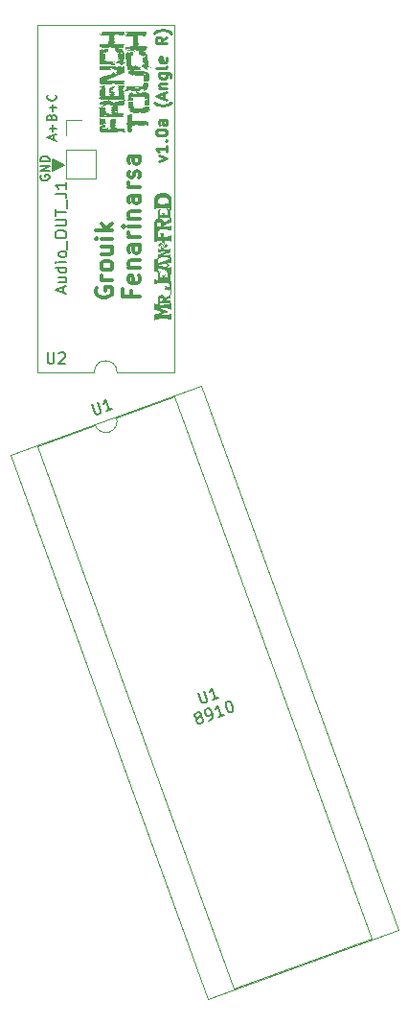
<source format=gbr>
%TF.GenerationSoftware,KiCad,Pcbnew,8.0.3*%
%TF.CreationDate,2024-06-29T11:18:24+02:00*%
%TF.ProjectId,adapter 8913-8910 Angle R,61646170-7465-4722-9038-3931332d3839,rev?*%
%TF.SameCoordinates,Original*%
%TF.FileFunction,Legend,Top*%
%TF.FilePolarity,Positive*%
%FSLAX46Y46*%
G04 Gerber Fmt 4.6, Leading zero omitted, Abs format (unit mm)*
G04 Created by KiCad (PCBNEW 8.0.3) date 2024-06-29 11:18:24*
%MOMM*%
%LPD*%
G01*
G04 APERTURE LIST*
%ADD10C,0.000000*%
%ADD11C,0.200000*%
%ADD12C,0.250000*%
%ADD13C,0.150000*%
%ADD14C,0.300000*%
%ADD15C,0.120000*%
G04 APERTURE END LIST*
D10*
G36*
X127051037Y-43913903D02*
G01*
X127049393Y-43918470D01*
X127047812Y-43923114D01*
X127046293Y-43927844D01*
X127044835Y-43932667D01*
X127043440Y-43937590D01*
X127042107Y-43942622D01*
X127040836Y-43947771D01*
X127038376Y-43958447D01*
X127037185Y-43963991D01*
X127036040Y-43969681D01*
X127034957Y-43975527D01*
X127033952Y-43981536D01*
X127033040Y-43987715D01*
X127032237Y-43994072D01*
X127031305Y-44000305D01*
X127030490Y-44006599D01*
X127029783Y-44012955D01*
X127029177Y-44019373D01*
X127028665Y-44025854D01*
X127028237Y-44032396D01*
X127027887Y-44039000D01*
X127027607Y-44045666D01*
X127027607Y-44098583D01*
X127027694Y-44105279D01*
X127027937Y-44111967D01*
X127028304Y-44118640D01*
X127028764Y-44125289D01*
X127030914Y-44151500D01*
X127033890Y-44177131D01*
X127036867Y-44201771D01*
X127038851Y-44213832D01*
X127040836Y-44225335D01*
X127044804Y-44247412D01*
X127046789Y-44257592D01*
X127048773Y-44267338D01*
X127050758Y-44276712D01*
X127052742Y-44285776D01*
X127023710Y-44288360D01*
X126996105Y-44291068D01*
X126944924Y-44296360D01*
X126920874Y-44298954D01*
X126897382Y-44301734D01*
X126874510Y-44304639D01*
X126852320Y-44307605D01*
X126830854Y-44310705D01*
X126810070Y-44314054D01*
X126789905Y-44317650D01*
X126770299Y-44321495D01*
X126751065Y-44325598D01*
X126732018Y-44330011D01*
X126722544Y-44332354D01*
X126713094Y-44334797D01*
X126703659Y-44337348D01*
X126694232Y-44340016D01*
X126675391Y-44345618D01*
X126665989Y-44348550D01*
X126656611Y-44351591D01*
X126647264Y-44354757D01*
X126637956Y-44358061D01*
X126628695Y-44361521D01*
X126619487Y-44365151D01*
X126610028Y-44368965D01*
X126600491Y-44372964D01*
X126590861Y-44377150D01*
X126581122Y-44381522D01*
X126571260Y-44386080D01*
X126561258Y-44390824D01*
X126540773Y-44400870D01*
X126519958Y-44411650D01*
X126498275Y-44423111D01*
X126475847Y-44435193D01*
X126452800Y-44447833D01*
X126441017Y-44454436D01*
X126428987Y-44461342D01*
X126404182Y-44476028D01*
X126378385Y-44491831D01*
X126351596Y-44508687D01*
X126434940Y-44505215D01*
X126510346Y-44502735D01*
X126578642Y-44500089D01*
X126610247Y-44498828D01*
X126639992Y-44497443D01*
X126668507Y-44495934D01*
X126695472Y-44494301D01*
X126720824Y-44492420D01*
X126732877Y-44491347D01*
X126744503Y-44490167D01*
X126767220Y-44488058D01*
X126788820Y-44485702D01*
X126809429Y-44483097D01*
X126829169Y-44480245D01*
X126847918Y-44477650D01*
X126865550Y-44474870D01*
X126882189Y-44471966D01*
X126897961Y-44469000D01*
X126905560Y-44467450D01*
X126912989Y-44465775D01*
X126920262Y-44463977D01*
X126927396Y-44462055D01*
X126934406Y-44460008D01*
X126941307Y-44457838D01*
X126948116Y-44455543D01*
X126954847Y-44453125D01*
X126961265Y-44450614D01*
X126967621Y-44448040D01*
X126973915Y-44445405D01*
X126980147Y-44442707D01*
X126986317Y-44439948D01*
X126992426Y-44437126D01*
X126998472Y-44434242D01*
X127004456Y-44431297D01*
X127010410Y-44428258D01*
X127016372Y-44425096D01*
X127022350Y-44421809D01*
X127028351Y-44418398D01*
X127034383Y-44414864D01*
X127040454Y-44411205D01*
X127046571Y-44407422D01*
X127052742Y-44403516D01*
X127048155Y-44413560D01*
X127043823Y-44423845D01*
X127039755Y-44434363D01*
X127035958Y-44445105D01*
X127032440Y-44456064D01*
X127029209Y-44467233D01*
X127026272Y-44478603D01*
X127023638Y-44490167D01*
X127021341Y-44501888D01*
X127019401Y-44513742D01*
X127017801Y-44525734D01*
X127016527Y-44537874D01*
X127015564Y-44550170D01*
X127014894Y-44562627D01*
X127014504Y-44575256D01*
X127014378Y-44588063D01*
X127014531Y-44600995D01*
X127014988Y-44614004D01*
X127015738Y-44627107D01*
X127016776Y-44640318D01*
X127018092Y-44653653D01*
X127019680Y-44667128D01*
X127021531Y-44680757D01*
X127023638Y-44694558D01*
X127026245Y-44708230D01*
X127029116Y-44721957D01*
X127032266Y-44735730D01*
X127035710Y-44749541D01*
X127039464Y-44763384D01*
X127043544Y-44777250D01*
X127047965Y-44791132D01*
X127052742Y-44805021D01*
X127051354Y-44803664D01*
X127049917Y-44802321D01*
X127048427Y-44800989D01*
X127046882Y-44799667D01*
X127045279Y-44798353D01*
X127043615Y-44797045D01*
X127041887Y-44795740D01*
X127040092Y-44794438D01*
X127038227Y-44793135D01*
X127036290Y-44791831D01*
X127034277Y-44790522D01*
X127032185Y-44789208D01*
X127030013Y-44787886D01*
X127027755Y-44786555D01*
X127022977Y-44783854D01*
X127020582Y-44782505D01*
X127018111Y-44781185D01*
X127012951Y-44778625D01*
X127007512Y-44776157D01*
X127001810Y-44773767D01*
X126995859Y-44771439D01*
X126989676Y-44769158D01*
X126983276Y-44766907D01*
X126976674Y-44764672D01*
X126969854Y-44762469D01*
X126962794Y-44760321D01*
X126955501Y-44758219D01*
X126947984Y-44756156D01*
X126932305Y-44752115D01*
X126915820Y-44748136D01*
X126907294Y-44746182D01*
X126898581Y-44744291D01*
X126889682Y-44742461D01*
X126880598Y-44740694D01*
X126861870Y-44737345D01*
X126842398Y-44734245D01*
X126822296Y-44731382D01*
X126801636Y-44728705D01*
X126780356Y-44726152D01*
X126758393Y-44723661D01*
X126667773Y-44715723D01*
X126644426Y-44713967D01*
X126620892Y-44712582D01*
X126596987Y-44711445D01*
X126572523Y-44710432D01*
X126548101Y-44709564D01*
X126523493Y-44708944D01*
X126498760Y-44708571D01*
X126473966Y-44708447D01*
X126424357Y-44708530D01*
X126399552Y-44708727D01*
X126374747Y-44709109D01*
X126362375Y-44709197D01*
X126350056Y-44709440D01*
X126325551Y-44710267D01*
X126276852Y-44712417D01*
X126253163Y-44713926D01*
X126229723Y-44715559D01*
X126206530Y-44717440D01*
X126183586Y-44719693D01*
X126172266Y-44720744D01*
X126161117Y-44721904D01*
X126139268Y-44724488D01*
X126117915Y-44727320D01*
X126096935Y-44730277D01*
X126076843Y-44733377D01*
X126057247Y-44736725D01*
X126038148Y-44740322D01*
X126019544Y-44744167D01*
X126001675Y-44748146D01*
X125984735Y-44752187D01*
X125968664Y-44756352D01*
X125960934Y-44758501D01*
X125953398Y-44760704D01*
X125946051Y-44762967D01*
X125938898Y-44765292D01*
X125931946Y-44767680D01*
X125925204Y-44770129D01*
X125918678Y-44772641D01*
X125912378Y-44775214D01*
X125906310Y-44777850D01*
X125900482Y-44780547D01*
X125894684Y-44783307D01*
X125889196Y-44786128D01*
X125884018Y-44789012D01*
X125879150Y-44791958D01*
X125874592Y-44794965D01*
X125872429Y-44796492D01*
X125870344Y-44798035D01*
X125868336Y-44799593D01*
X125866406Y-44801166D01*
X125864554Y-44802755D01*
X125862779Y-44804360D01*
X125861456Y-44805018D01*
X125865269Y-44791997D01*
X125868773Y-44779232D01*
X125871967Y-44766730D01*
X125874850Y-44754500D01*
X125877424Y-44742548D01*
X125879687Y-44730883D01*
X125881641Y-44719513D01*
X125883284Y-44708446D01*
X125884678Y-44697374D01*
X125885878Y-44686473D01*
X125886877Y-44675727D01*
X125887666Y-44665120D01*
X125888238Y-44654637D01*
X125888586Y-44644263D01*
X125888701Y-44633982D01*
X125888576Y-44623779D01*
X125888424Y-44613857D01*
X125887986Y-44603935D01*
X125887285Y-44594013D01*
X125886343Y-44584091D01*
X125885184Y-44574170D01*
X125883832Y-44564248D01*
X125882308Y-44554326D01*
X125880638Y-44544404D01*
X125878810Y-44534449D01*
X125876804Y-44524416D01*
X125874627Y-44514290D01*
X125872287Y-44504055D01*
X125869792Y-44493697D01*
X125867150Y-44483199D01*
X125861456Y-44461722D01*
X125870104Y-44462622D01*
X125878674Y-44463345D01*
X125887152Y-44463896D01*
X125895521Y-44464285D01*
X125903766Y-44464519D01*
X125911871Y-44464605D01*
X125919822Y-44464553D01*
X125927602Y-44464368D01*
X125935511Y-44464249D01*
X125943373Y-44463913D01*
X125951205Y-44463391D01*
X125959021Y-44462714D01*
X125966837Y-44461913D01*
X125974668Y-44461019D01*
X125990440Y-44459076D01*
X125998348Y-44457992D01*
X126006201Y-44456730D01*
X126014008Y-44455297D01*
X126021777Y-44453702D01*
X126029514Y-44451951D01*
X126037228Y-44450053D01*
X126044926Y-44448016D01*
X126052617Y-44445847D01*
X126060340Y-44443551D01*
X126068141Y-44441124D01*
X126076034Y-44438557D01*
X126084036Y-44435843D01*
X126092163Y-44432973D01*
X126100428Y-44429941D01*
X126108849Y-44426739D01*
X126117440Y-44423358D01*
X126125936Y-44419793D01*
X126134555Y-44416051D01*
X126143299Y-44412138D01*
X126152167Y-44408062D01*
X126170274Y-44399452D01*
X126188878Y-44390285D01*
X126198396Y-44385448D01*
X126208101Y-44380363D01*
X126217992Y-44375030D01*
X126228069Y-44369449D01*
X126238332Y-44363620D01*
X126248781Y-44357543D01*
X126259416Y-44351217D01*
X126270237Y-44344644D01*
X126292437Y-44331270D01*
X126315381Y-44317028D01*
X126339070Y-44302042D01*
X126363503Y-44286436D01*
X126388927Y-44269559D01*
X126415592Y-44251627D01*
X126443498Y-44232579D01*
X126472643Y-44212352D01*
X126416099Y-44212590D01*
X126361601Y-44213262D01*
X126309211Y-44214306D01*
X126258992Y-44215660D01*
X126234716Y-44216777D01*
X126211005Y-44218151D01*
X126187869Y-44219788D01*
X126165313Y-44221696D01*
X126143347Y-44223883D01*
X126121977Y-44226357D01*
X126101212Y-44229125D01*
X126081060Y-44232196D01*
X126061588Y-44235635D01*
X126042861Y-44239493D01*
X126024877Y-44243754D01*
X126007638Y-44248402D01*
X125991143Y-44253422D01*
X125975392Y-44258799D01*
X125960385Y-44264518D01*
X125946122Y-44270561D01*
X125939285Y-44273739D01*
X125932664Y-44277071D01*
X125926259Y-44280556D01*
X125920067Y-44284193D01*
X125914089Y-44287982D01*
X125908322Y-44291920D01*
X125902767Y-44296008D01*
X125897422Y-44300244D01*
X125892287Y-44304627D01*
X125887360Y-44309157D01*
X125882640Y-44313832D01*
X125878126Y-44318651D01*
X125873818Y-44323614D01*
X125869715Y-44328719D01*
X125865815Y-44333965D01*
X125862117Y-44339353D01*
X125864970Y-44328347D01*
X125867574Y-44317163D01*
X125869931Y-44305808D01*
X125872039Y-44294291D01*
X125873899Y-44282618D01*
X125875512Y-44270799D01*
X125876876Y-44258839D01*
X125877992Y-44246748D01*
X125878893Y-44234504D01*
X125879615Y-44222089D01*
X125880166Y-44209518D01*
X125880555Y-44196808D01*
X125880789Y-44183975D01*
X125880876Y-44171032D01*
X125880638Y-44144884D01*
X125880518Y-44131456D01*
X125880173Y-44117950D01*
X125879626Y-44104352D01*
X125878902Y-44090644D01*
X125877010Y-44062843D01*
X125874685Y-44034420D01*
X125872080Y-44005523D01*
X125869228Y-43976377D01*
X125866127Y-43946984D01*
X125862779Y-43917343D01*
X125867615Y-43920814D01*
X125872700Y-43924277D01*
X125878033Y-43927726D01*
X125883614Y-43931151D01*
X125889444Y-43934544D01*
X125895521Y-43937900D01*
X125901846Y-43941208D01*
X125908419Y-43944463D01*
X125914990Y-43947656D01*
X125921793Y-43950788D01*
X125928813Y-43953857D01*
X125936035Y-43956865D01*
X125943443Y-43959810D01*
X125951021Y-43962694D01*
X125958755Y-43965515D01*
X125966627Y-43968275D01*
X125974847Y-43970943D01*
X125983143Y-43973494D01*
X125991533Y-43975937D01*
X126000031Y-43978279D01*
X126008653Y-43980529D01*
X126017415Y-43982693D01*
X126026332Y-43984779D01*
X126035419Y-43986796D01*
X126054023Y-43990641D01*
X126073122Y-43994237D01*
X126092718Y-43997586D01*
X126112810Y-44000687D01*
X126133387Y-44003549D01*
X126154399Y-44006226D01*
X126197476Y-44011270D01*
X126241711Y-44015156D01*
X126264356Y-44016944D01*
X126287435Y-44018546D01*
X126310648Y-44019807D01*
X126333737Y-44020696D01*
X126356826Y-44021337D01*
X126380039Y-44021853D01*
X126426672Y-44021771D01*
X126449988Y-44021574D01*
X126473304Y-44021192D01*
X126520268Y-44019125D01*
X126543812Y-44017936D01*
X126567232Y-44016562D01*
X126590517Y-44015053D01*
X126613616Y-44013420D01*
X126636344Y-44011539D01*
X126647510Y-44010467D01*
X126658513Y-44009286D01*
X126680610Y-44007188D01*
X126702334Y-44004904D01*
X126745164Y-44000025D01*
X126755551Y-43998724D01*
X126765876Y-43997307D01*
X126786339Y-43994155D01*
X126806555Y-43990631D01*
X126826523Y-43986796D01*
X126845902Y-43982817D01*
X126864474Y-43978776D01*
X126882427Y-43974611D01*
X126899945Y-43970260D01*
X126916554Y-43965785D01*
X126932604Y-43961248D01*
X126948035Y-43956586D01*
X126955498Y-43954190D01*
X126962784Y-43951739D01*
X126976798Y-43946778D01*
X126990069Y-43941817D01*
X127002595Y-43936856D01*
X127014377Y-43931895D01*
X127019960Y-43929165D01*
X127025302Y-43926428D01*
X127030411Y-43923675D01*
X127035296Y-43920898D01*
X127039964Y-43918091D01*
X127044422Y-43915245D01*
X127048679Y-43912352D01*
X127052742Y-43909406D01*
X127051037Y-43913903D01*
G37*
G36*
X125542633Y-47107555D02*
G01*
X125541972Y-47104247D01*
X125543811Y-47102916D01*
X125542633Y-47107555D01*
G37*
G36*
X125819122Y-48917305D02*
G01*
X125817800Y-48916643D01*
X125819804Y-48915094D01*
X125819122Y-48917305D01*
G37*
G36*
X126334398Y-43634899D02*
G01*
X126329329Y-43634960D01*
X126324292Y-43635145D01*
X126319287Y-43635452D01*
X126314317Y-43635881D01*
X126313227Y-43636002D01*
X126313364Y-43635970D01*
X126315712Y-43635478D01*
X126318076Y-43635040D01*
X126320456Y-43634657D01*
X126322851Y-43634331D01*
X126325262Y-43634062D01*
X126327688Y-43633851D01*
X126330130Y-43633699D01*
X126332587Y-43633607D01*
X126335060Y-43633576D01*
X126334398Y-43634899D01*
G37*
G36*
X127124221Y-44690626D02*
G01*
X127118392Y-44716547D01*
X127113307Y-44741228D01*
X127108966Y-44764668D01*
X127101525Y-44808407D01*
X127098176Y-44828943D01*
X127095076Y-44848673D01*
X127092347Y-44867659D01*
X127091169Y-44876892D01*
X127090115Y-44885963D01*
X127089184Y-44894878D01*
X127088378Y-44903646D01*
X127087696Y-44912275D01*
X127087138Y-44920772D01*
X127086280Y-44937504D01*
X127085732Y-44953927D01*
X127085594Y-44962003D01*
X127085557Y-44969978D01*
X127085628Y-44977844D01*
X127085815Y-44985595D01*
X127086425Y-45001366D01*
X127087221Y-45017014D01*
X127089122Y-45048433D01*
X127089680Y-45056403D01*
X127090362Y-45064442D01*
X127091169Y-45072559D01*
X127092099Y-45080762D01*
X127093153Y-45089057D01*
X127094331Y-45097453D01*
X127095633Y-45105958D01*
X127097060Y-45114579D01*
X127100160Y-45132294D01*
X127103509Y-45150629D01*
X127107106Y-45169459D01*
X127110950Y-45188662D01*
X127119301Y-45230499D01*
X127123694Y-45253216D01*
X127128148Y-45277297D01*
X127123761Y-45273623D01*
X127119281Y-45270042D01*
X127114707Y-45266554D01*
X127110041Y-45263159D01*
X127105281Y-45259857D01*
X127100429Y-45256648D01*
X127095484Y-45253532D01*
X127090445Y-45250509D01*
X127085314Y-45247579D01*
X127080089Y-45244741D01*
X127074772Y-45241997D01*
X127069361Y-45239346D01*
X127063858Y-45236788D01*
X127058261Y-45234323D01*
X127052572Y-45231951D01*
X127046789Y-45229672D01*
X127035067Y-45225390D01*
X127023214Y-45221456D01*
X127011221Y-45217848D01*
X126999081Y-45214542D01*
X126986786Y-45211515D01*
X126974328Y-45208744D01*
X126961700Y-45206205D01*
X126948893Y-45203875D01*
X126935995Y-45202079D01*
X126923096Y-45200661D01*
X126910198Y-45199632D01*
X126897299Y-45198997D01*
X126884401Y-45198766D01*
X126871502Y-45198946D01*
X126858604Y-45199544D01*
X126845706Y-45200568D01*
X126832621Y-45201934D01*
X126819661Y-45203555D01*
X126806824Y-45205440D01*
X126794112Y-45207596D01*
X126781524Y-45210032D01*
X126769059Y-45212754D01*
X126756719Y-45215770D01*
X126744502Y-45219089D01*
X126748469Y-45222469D01*
X126752419Y-45225662D01*
X126756339Y-45228670D01*
X126760212Y-45231491D01*
X126764023Y-45234127D01*
X126767757Y-45236576D01*
X126771397Y-45238840D01*
X126774930Y-45240917D01*
X126778371Y-45242903D01*
X126781751Y-45244896D01*
X126785068Y-45246905D01*
X126788324Y-45248937D01*
X126791518Y-45251001D01*
X126794649Y-45253103D01*
X126797719Y-45255251D01*
X126800726Y-45257454D01*
X126806555Y-45261298D01*
X126812136Y-45264895D01*
X126817469Y-45268244D01*
X126822555Y-45271344D01*
X126825252Y-45272863D01*
X126827887Y-45274445D01*
X126830461Y-45276088D01*
X126832972Y-45277793D01*
X126835422Y-45279561D01*
X126837809Y-45281390D01*
X126840135Y-45283281D01*
X126842398Y-45285235D01*
X126846966Y-45289214D01*
X126851659Y-45293255D01*
X126854012Y-45295318D01*
X126856351Y-45297420D01*
X126858658Y-45299568D01*
X126860919Y-45301771D01*
X126862035Y-45302786D01*
X126863150Y-45303847D01*
X126864263Y-45304953D01*
X126865374Y-45306102D01*
X126866480Y-45307293D01*
X126867581Y-45308527D01*
X126868677Y-45309801D01*
X126869766Y-45311114D01*
X126870847Y-45312467D01*
X126871920Y-45313857D01*
X126872982Y-45315284D01*
X126874035Y-45316747D01*
X126875075Y-45318245D01*
X126876103Y-45319777D01*
X126877117Y-45321341D01*
X126878117Y-45322938D01*
X126886468Y-45336332D01*
X126890860Y-45343401D01*
X126895315Y-45350719D01*
X126897576Y-45354592D01*
X126899883Y-45358760D01*
X126902221Y-45363207D01*
X126904575Y-45367917D01*
X126906929Y-45372875D01*
X126909268Y-45378066D01*
X126911575Y-45383474D01*
X126913836Y-45389084D01*
X126911482Y-45394322D01*
X126908896Y-45399615D01*
X126906092Y-45404955D01*
X126903087Y-45410333D01*
X126899896Y-45415742D01*
X126896535Y-45421175D01*
X126893018Y-45426623D01*
X126889362Y-45432079D01*
X126887463Y-45434807D01*
X126885489Y-45437535D01*
X126883441Y-45440260D01*
X126881321Y-45442983D01*
X126876874Y-45448415D01*
X126872164Y-45453824D01*
X126867206Y-45459202D01*
X126862015Y-45464542D01*
X126856607Y-45469835D01*
X126850997Y-45475073D01*
X126845171Y-45480282D01*
X126839112Y-45485491D01*
X126832836Y-45490700D01*
X126826358Y-45495909D01*
X126819694Y-45501118D01*
X126812860Y-45506327D01*
X126805871Y-45511536D01*
X126798742Y-45516745D01*
X126791427Y-45521923D01*
X126783880Y-45527039D01*
X126776115Y-45532093D01*
X126768149Y-45537085D01*
X126759997Y-45542015D01*
X126751675Y-45546883D01*
X126743198Y-45551689D01*
X126734581Y-45556433D01*
X126744380Y-45559317D01*
X126753939Y-45562024D01*
X126772366Y-45566933D01*
X126789926Y-45571222D01*
X126806680Y-45574954D01*
X126822678Y-45578188D01*
X126837933Y-45580989D01*
X126852444Y-45583418D01*
X126866211Y-45585537D01*
X126872845Y-45586408D01*
X126879347Y-45587046D01*
X126885710Y-45587467D01*
X126891925Y-45587687D01*
X126897985Y-45587720D01*
X126903883Y-45587583D01*
X126909610Y-45587291D01*
X126915159Y-45586860D01*
X126920585Y-45586303D01*
X126925949Y-45585630D01*
X126931251Y-45584848D01*
X126936491Y-45583966D01*
X126941669Y-45582990D01*
X126946785Y-45581930D01*
X126951838Y-45580792D01*
X126956830Y-45579584D01*
X126966752Y-45577093D01*
X126976674Y-45574540D01*
X126986596Y-45571863D01*
X126996518Y-45569000D01*
X127001479Y-45567478D01*
X127006440Y-45565879D01*
X127011401Y-45564186D01*
X127016362Y-45562386D01*
X127021323Y-45560461D01*
X127026284Y-45558396D01*
X127031245Y-45556176D01*
X127036205Y-45553786D01*
X127046365Y-45549218D01*
X127056959Y-45544526D01*
X127067924Y-45539834D01*
X127073527Y-45537526D01*
X127079200Y-45535265D01*
X127090848Y-45530821D01*
X127096839Y-45528638D01*
X127102930Y-45526501D01*
X127109114Y-45524426D01*
X127115384Y-45522429D01*
X127121731Y-45520525D01*
X127128148Y-45518729D01*
X127119301Y-45572307D01*
X127110950Y-45621916D01*
X127107126Y-45645357D01*
X127103674Y-45668053D01*
X127100718Y-45690005D01*
X127099465Y-45700702D01*
X127098383Y-45711213D01*
X127096026Y-45731801D01*
X127093918Y-45751893D01*
X127092057Y-45771488D01*
X127090445Y-45790588D01*
X127089543Y-45799984D01*
X127088812Y-45809326D01*
X127088236Y-45818621D01*
X127087799Y-45827877D01*
X127087486Y-45837103D01*
X127087282Y-45846305D01*
X127087138Y-45864671D01*
X127087272Y-45883244D01*
X127087716Y-45902126D01*
X127088533Y-45921133D01*
X127089100Y-45930625D01*
X127089784Y-45940078D01*
X127090342Y-45949816D01*
X127091024Y-45959694D01*
X127091830Y-45969727D01*
X127092760Y-45979931D01*
X127094993Y-46000911D01*
X127097721Y-46022760D01*
X127110289Y-46118010D01*
X127114020Y-46144437D01*
X127118309Y-46172167D01*
X127123218Y-46201260D01*
X127128810Y-46231780D01*
X127091737Y-46199535D01*
X127054974Y-46168281D01*
X127018584Y-46138019D01*
X126982627Y-46108749D01*
X126964548Y-46094297D01*
X126946516Y-46080193D01*
X126928514Y-46066415D01*
X126910528Y-46052939D01*
X126892542Y-46039742D01*
X126874541Y-46026801D01*
X126856508Y-46014092D01*
X126838429Y-46001593D01*
X126802318Y-45977781D01*
X126784317Y-45966247D01*
X126766331Y-45954960D01*
X126748345Y-45943922D01*
X126730343Y-45933132D01*
X126712311Y-45922590D01*
X126694232Y-45912296D01*
X126657996Y-45892329D01*
X126621637Y-45873105D01*
X126603371Y-45863772D01*
X126585029Y-45854625D01*
X126566593Y-45845665D01*
X126564638Y-45844739D01*
X126548049Y-45836890D01*
X126510708Y-45819889D01*
X126473056Y-45803569D01*
X126435033Y-45787870D01*
X126396575Y-45772729D01*
X126358128Y-45758590D01*
X126319185Y-45744948D01*
X126279745Y-45731801D01*
X126239810Y-45719151D01*
X126219626Y-45713041D01*
X126199264Y-45707110D01*
X126158037Y-45695752D01*
X126116189Y-45685013D01*
X126073784Y-45674833D01*
X126030241Y-45665160D01*
X125985892Y-45655982D01*
X125940675Y-45647300D01*
X125894528Y-45639114D01*
X125896885Y-45655237D01*
X125898993Y-45670864D01*
X125900854Y-45685995D01*
X125902466Y-45700630D01*
X125906435Y-45728825D01*
X125910403Y-45755531D01*
X125912894Y-45768202D01*
X125915447Y-45780501D01*
X125918124Y-45792552D01*
X125920987Y-45804479D01*
X125922536Y-45810245D01*
X125924201Y-45816127D01*
X125925975Y-45822118D01*
X125927849Y-45828209D01*
X125931870Y-45840663D01*
X125936200Y-45853427D01*
X125938493Y-45859907D01*
X125940903Y-45866449D01*
X125943421Y-45873054D01*
X125946039Y-45879720D01*
X125951548Y-45893238D01*
X125957367Y-45907005D01*
X125963589Y-45921267D01*
X125970431Y-45936274D01*
X125974123Y-45944057D01*
X125978017Y-45952025D01*
X125982128Y-45960180D01*
X125986471Y-45968520D01*
X126005075Y-46004074D01*
X126015214Y-46023028D01*
X126020574Y-46032746D01*
X126026159Y-46042603D01*
X126031768Y-46052897D01*
X126037672Y-46063440D01*
X126050302Y-46085268D01*
X126063924Y-46108088D01*
X126078414Y-46131900D01*
X126058230Y-46118352D01*
X126038365Y-46105494D01*
X126018824Y-46093333D01*
X125999618Y-46081877D01*
X125980752Y-46071135D01*
X125962235Y-46061114D01*
X125944074Y-46051821D01*
X125926278Y-46043265D01*
X125908760Y-46035326D01*
X125891428Y-46027876D01*
X125874282Y-46020906D01*
X125857321Y-46014409D01*
X125840547Y-46008377D01*
X125823959Y-46002802D01*
X125807557Y-45997677D01*
X125791341Y-45992994D01*
X125775498Y-45988743D01*
X125759725Y-45984912D01*
X125744030Y-45981483D01*
X125728420Y-45978442D01*
X125712903Y-45975773D01*
X125697486Y-45973460D01*
X125682178Y-45971489D01*
X125666987Y-45969843D01*
X125651825Y-45968480D01*
X125636601Y-45967373D01*
X125621315Y-45966529D01*
X125605967Y-45965957D01*
X125590557Y-45965664D01*
X125575085Y-45965657D01*
X125559551Y-45965945D01*
X125543956Y-45966536D01*
X125548546Y-45950195D01*
X125552896Y-45933917D01*
X125557013Y-45917701D01*
X125560905Y-45901547D01*
X125564581Y-45885455D01*
X125568047Y-45869425D01*
X125571312Y-45853457D01*
X125574383Y-45837552D01*
X125577265Y-45821676D01*
X125579953Y-45805801D01*
X125582440Y-45789926D01*
X125584718Y-45774051D01*
X125586778Y-45758176D01*
X125588614Y-45742302D01*
X125590218Y-45726427D01*
X125591581Y-45710552D01*
X125592978Y-45694865D01*
X125594206Y-45679070D01*
X125596211Y-45647217D01*
X125597720Y-45615116D01*
X125598857Y-45582890D01*
X125599115Y-45550137D01*
X125598939Y-45517323D01*
X125598391Y-45484385D01*
X125597534Y-45451260D01*
X125596293Y-45417898D01*
X125594847Y-45389911D01*
X125934497Y-45389911D01*
X125954876Y-45393458D01*
X125977128Y-45397602D01*
X126000248Y-45402119D01*
X126024174Y-45406945D01*
X126048845Y-45412537D01*
X126074197Y-45418438D01*
X126100170Y-45424712D01*
X126126700Y-45431419D01*
X126153490Y-45438478D01*
X126180279Y-45445724D01*
X126233857Y-45460524D01*
X126337044Y-45489628D01*
X126385496Y-45503023D01*
X126430971Y-45515425D01*
X126452448Y-45521016D01*
X126472312Y-45525926D01*
X126490689Y-45530215D01*
X126507700Y-45533946D01*
X126515670Y-45535589D01*
X126523214Y-45537047D01*
X126530339Y-45538318D01*
X126537053Y-45539403D01*
X126543364Y-45540302D01*
X126549279Y-45541015D01*
X126554807Y-45541542D01*
X126559956Y-45541883D01*
X126562366Y-45541977D01*
X126564638Y-45542008D01*
X126566769Y-45541977D01*
X126568761Y-45541884D01*
X126570614Y-45541729D01*
X126572327Y-45541512D01*
X126573900Y-45541233D01*
X126575335Y-45540891D01*
X126576629Y-45540488D01*
X126577784Y-45540023D01*
X126578799Y-45539496D01*
X126579675Y-45538907D01*
X126580412Y-45538256D01*
X126581009Y-45537543D01*
X126581466Y-45536768D01*
X126581784Y-45535931D01*
X126582404Y-45535343D01*
X126583272Y-45534577D01*
X126584388Y-45533640D01*
X126585753Y-45532541D01*
X126587365Y-45531286D01*
X126589225Y-45529885D01*
X126591334Y-45528343D01*
X126593690Y-45526670D01*
X126598393Y-45522960D01*
X126603529Y-45518815D01*
X126609038Y-45514299D01*
X126614857Y-45509472D01*
X126620820Y-45504015D01*
X126626846Y-45498558D01*
X126632995Y-45493101D01*
X126636136Y-45490372D01*
X126639331Y-45487644D01*
X126642557Y-45484696D01*
X126645790Y-45481794D01*
X126652312Y-45476068D01*
X126665789Y-45464493D01*
X126672714Y-45458529D01*
X126676137Y-45455528D01*
X126679514Y-45452504D01*
X126682829Y-45449448D01*
X126686067Y-45446354D01*
X126689211Y-45443214D01*
X126692247Y-45440019D01*
X126695410Y-45436824D01*
X126698448Y-45433683D01*
X126701363Y-45430589D01*
X126704154Y-45427534D01*
X126706820Y-45424509D01*
X126709363Y-45421508D01*
X126711781Y-45418522D01*
X126714075Y-45415544D01*
X126718406Y-45409715D01*
X126720459Y-45406894D01*
X126722426Y-45404134D01*
X126724301Y-45401437D01*
X126726075Y-45398801D01*
X126727740Y-45396228D01*
X126729289Y-45393716D01*
X126730684Y-45391078D01*
X126731893Y-45388611D01*
X126732428Y-45387436D01*
X126732917Y-45386298D01*
X126733358Y-45385195D01*
X126733754Y-45384125D01*
X126734103Y-45383086D01*
X126734405Y-45382076D01*
X126734661Y-45381093D01*
X126734870Y-45380136D01*
X126735033Y-45379201D01*
X126735149Y-45378288D01*
X126735219Y-45377395D01*
X126735242Y-45376518D01*
X126722716Y-45362152D01*
X126710934Y-45348903D01*
X126705321Y-45342735D01*
X126699895Y-45336893D01*
X126694655Y-45331392D01*
X126689601Y-45326247D01*
X126684638Y-45321348D01*
X126679659Y-45316574D01*
X126674649Y-45311923D01*
X126669592Y-45307396D01*
X126664474Y-45302993D01*
X126659278Y-45298714D01*
X126653989Y-45294560D01*
X126648591Y-45290529D01*
X126643320Y-45286622D01*
X126637925Y-45282839D01*
X126632406Y-45279180D01*
X126626763Y-45275646D01*
X126620996Y-45272235D01*
X126615105Y-45268948D01*
X126609090Y-45265786D01*
X126602950Y-45262747D01*
X126596621Y-45259799D01*
X126590021Y-45256898D01*
X126583126Y-45254027D01*
X126575913Y-45251172D01*
X126568359Y-45248317D01*
X126560441Y-45245446D01*
X126552136Y-45242544D01*
X126544922Y-45240105D01*
X126541073Y-45241126D01*
X126529528Y-45244227D01*
X126515638Y-45248071D01*
X126499763Y-45252660D01*
X126481903Y-45257993D01*
X126462060Y-45264070D01*
X126440500Y-45270530D01*
X126417577Y-45277052D01*
X126368133Y-45290529D01*
X126313976Y-45304833D01*
X126285626Y-45312202D01*
X126256346Y-45319633D01*
X126197228Y-45334434D01*
X126167886Y-45341679D01*
X126138607Y-45348738D01*
X126109699Y-45355445D01*
X126081473Y-45361719D01*
X126053868Y-45367620D01*
X126026820Y-45373212D01*
X126000775Y-45378317D01*
X125976219Y-45382803D01*
X125934497Y-45389911D01*
X125594847Y-45389911D01*
X125594557Y-45384287D01*
X125592325Y-45350429D01*
X125589596Y-45316322D01*
X125583560Y-45247283D01*
X125577028Y-45176754D01*
X125573421Y-45141170D01*
X125569504Y-45104904D01*
X125565215Y-45068017D01*
X125560492Y-45030572D01*
X125556048Y-44992497D01*
X125551728Y-44953678D01*
X125547656Y-44914114D01*
X125544102Y-44875400D01*
X125558756Y-44871464D01*
X125574383Y-44867444D01*
X125589514Y-44863795D01*
X125596893Y-44862130D01*
X125604148Y-44860581D01*
X125618525Y-44857718D01*
X125632839Y-44855041D01*
X125661034Y-44849997D01*
X125674924Y-44847392D01*
X125688815Y-44844540D01*
X125702706Y-44841439D01*
X125716596Y-44838091D01*
X125730621Y-44834505D01*
X125744956Y-44830732D01*
X125774805Y-44822877D01*
X125782307Y-44820831D01*
X125789925Y-44818660D01*
X125797652Y-44816366D01*
X125805480Y-44813947D01*
X125813401Y-44811405D01*
X125821407Y-44808738D01*
X125829490Y-44805948D01*
X125837643Y-44803033D01*
X125854262Y-44796811D01*
X125862758Y-44793475D01*
X125871378Y-44789969D01*
X125880121Y-44786277D01*
X125888989Y-44782383D01*
X125897981Y-44778272D01*
X125907096Y-44773929D01*
X125926103Y-44764730D01*
X125945544Y-44754912D01*
X125965604Y-44744349D01*
X125986471Y-44732918D01*
X126007793Y-44721012D01*
X126030045Y-44708113D01*
X126053165Y-44694223D01*
X126077091Y-44679340D01*
X126070471Y-44686316D01*
X126064007Y-44693354D01*
X126057697Y-44700451D01*
X126051542Y-44707607D01*
X126045543Y-44714822D01*
X126039698Y-44722094D01*
X126034008Y-44729421D01*
X126028474Y-44736805D01*
X126023094Y-44744242D01*
X126017870Y-44751733D01*
X126012800Y-44759276D01*
X126007886Y-44766870D01*
X126003127Y-44774515D01*
X125998522Y-44782209D01*
X125994073Y-44789951D01*
X125989779Y-44797741D01*
X125981501Y-44813399D01*
X125973542Y-44829119D01*
X125965908Y-44844901D01*
X125958607Y-44860745D01*
X125951648Y-44876651D01*
X125945037Y-44892619D01*
X125938783Y-44908649D01*
X125932893Y-44924741D01*
X125927316Y-44940614D01*
X125922010Y-44956470D01*
X125916999Y-44972296D01*
X125912305Y-44988076D01*
X125907953Y-45003793D01*
X125903965Y-45019433D01*
X125900364Y-45034980D01*
X125897174Y-45050418D01*
X125890973Y-45080680D01*
X125885268Y-45109950D01*
X125880059Y-45138227D01*
X125875346Y-45165512D01*
X125889453Y-45165326D01*
X125903985Y-45164768D01*
X125918937Y-45163838D01*
X125934299Y-45162535D01*
X125950064Y-45160861D01*
X125966225Y-45158815D01*
X125982773Y-45156396D01*
X125999701Y-45153606D01*
X126034541Y-45147167D01*
X126070559Y-45139798D01*
X126107694Y-45131561D01*
X126145883Y-45122517D01*
X126185446Y-45112079D01*
X126205507Y-45106448D01*
X126225754Y-45100524D01*
X126246187Y-45094289D01*
X126266806Y-45087729D01*
X126287611Y-45080827D01*
X126308602Y-45073569D01*
X126351286Y-45058707D01*
X126394095Y-45042977D01*
X126437152Y-45026502D01*
X126480581Y-45009408D01*
X126524237Y-44991673D01*
X126567893Y-44973193D01*
X126611549Y-44953969D01*
X126655206Y-44934001D01*
X126698614Y-44913424D01*
X126741526Y-44892412D01*
X126783942Y-44871029D01*
X126825862Y-44849335D01*
X126867162Y-44827269D01*
X126907717Y-44804769D01*
X126947529Y-44781897D01*
X126986596Y-44758715D01*
X127024289Y-44735275D01*
X127042744Y-44723461D01*
X127060928Y-44711586D01*
X127078832Y-44699649D01*
X127096450Y-44687650D01*
X127113773Y-44675588D01*
X127130794Y-44663465D01*
X127124221Y-44690626D01*
G37*
G36*
X126311030Y-43636515D02*
G01*
X126308713Y-43637113D01*
X126306411Y-43637762D01*
X126304124Y-43638461D01*
X126301853Y-43639210D01*
X126297357Y-43640852D01*
X126292954Y-43642900D01*
X126288675Y-43645079D01*
X126286582Y-43646221D01*
X126284520Y-43647398D01*
X126282489Y-43648612D01*
X126280490Y-43649864D01*
X126278521Y-43651155D01*
X126276583Y-43652486D01*
X126274676Y-43653857D01*
X126272800Y-43655270D01*
X126270955Y-43656725D01*
X126269142Y-43658224D01*
X126267359Y-43659768D01*
X126265607Y-43661357D01*
X126263894Y-43662985D01*
X126262227Y-43664645D01*
X126260607Y-43666338D01*
X126259034Y-43668064D01*
X126257507Y-43669826D01*
X126256026Y-43671624D01*
X126254592Y-43673458D01*
X126253204Y-43675330D01*
X126251863Y-43677241D01*
X126250569Y-43679192D01*
X126249321Y-43681183D01*
X126248120Y-43683216D01*
X126246965Y-43685292D01*
X126245856Y-43687411D01*
X126244794Y-43689575D01*
X126243779Y-43691784D01*
X126242818Y-43694017D01*
X126241918Y-43696251D01*
X126241081Y-43698490D01*
X126240306Y-43700734D01*
X126239593Y-43702987D01*
X126238942Y-43705248D01*
X126238353Y-43707522D01*
X126237826Y-43709809D01*
X126237361Y-43712111D01*
X126236957Y-43714431D01*
X126236616Y-43716771D01*
X126236337Y-43719131D01*
X126236120Y-43721515D01*
X126235965Y-43723924D01*
X126235872Y-43726360D01*
X126235841Y-43728826D01*
X126235872Y-43731415D01*
X126235965Y-43733974D01*
X126236120Y-43736504D01*
X126236337Y-43739006D01*
X126236616Y-43741481D01*
X126236957Y-43743929D01*
X126237361Y-43746353D01*
X126237826Y-43748752D01*
X126238353Y-43751128D01*
X126238942Y-43753482D01*
X126239593Y-43755814D01*
X126240306Y-43758126D01*
X126241081Y-43760419D01*
X126241918Y-43762693D01*
X126242818Y-43764950D01*
X126243779Y-43767190D01*
X126244794Y-43769400D01*
X126245856Y-43771565D01*
X126246965Y-43773687D01*
X126248120Y-43775769D01*
X126249321Y-43777811D01*
X126250569Y-43779818D01*
X126251863Y-43781789D01*
X126253204Y-43783727D01*
X126254592Y-43785634D01*
X126256026Y-43787512D01*
X126257507Y-43789363D01*
X126259034Y-43791189D01*
X126260607Y-43792991D01*
X126262227Y-43794773D01*
X126263894Y-43796534D01*
X126265607Y-43798279D01*
X126267359Y-43799875D01*
X126269142Y-43801440D01*
X126270955Y-43802972D01*
X126272800Y-43804470D01*
X126274676Y-43805932D01*
X126276583Y-43807360D01*
X126278521Y-43808750D01*
X126280490Y-43810102D01*
X126282490Y-43811416D01*
X126284520Y-43812690D01*
X126286582Y-43813923D01*
X126288675Y-43815115D01*
X126290799Y-43816264D01*
X126292954Y-43817369D01*
X126295140Y-43818430D01*
X126297357Y-43819446D01*
X126299597Y-43820399D01*
X126301853Y-43821277D01*
X126304124Y-43822082D01*
X126306411Y-43822815D01*
X126308713Y-43823478D01*
X126311030Y-43824073D01*
X126313364Y-43824602D01*
X126315712Y-43825068D01*
X126318076Y-43825471D01*
X126320456Y-43825815D01*
X126322851Y-43826100D01*
X126325262Y-43826329D01*
X126327688Y-43826504D01*
X126330130Y-43826626D01*
X126335060Y-43826722D01*
X126337649Y-43826752D01*
X126340208Y-43826844D01*
X126342738Y-43826996D01*
X126345240Y-43827207D01*
X126347715Y-43827477D01*
X126350164Y-43827803D01*
X126352587Y-43828186D01*
X126354986Y-43828623D01*
X126357362Y-43829115D01*
X126359716Y-43829661D01*
X126362048Y-43830258D01*
X126364360Y-43830907D01*
X126368927Y-43832356D01*
X126373425Y-43833998D01*
X126375634Y-43835006D01*
X126377799Y-43836047D01*
X126379921Y-43837123D01*
X126382003Y-43838235D01*
X126384046Y-43839387D01*
X126386052Y-43840579D01*
X126388023Y-43841814D01*
X126389961Y-43843093D01*
X126391868Y-43844419D01*
X126393746Y-43845793D01*
X126395597Y-43847218D01*
X126397423Y-43848695D01*
X126399226Y-43850226D01*
X126401007Y-43851813D01*
X126402769Y-43853459D01*
X126404513Y-43855164D01*
X126406110Y-43856800D01*
X126407674Y-43858481D01*
X126409206Y-43860206D01*
X126410704Y-43861975D01*
X126412167Y-43863787D01*
X126413594Y-43865640D01*
X126414984Y-43867535D01*
X126416337Y-43869468D01*
X126417650Y-43871441D01*
X126418924Y-43873451D01*
X126420158Y-43875499D01*
X126421349Y-43877582D01*
X126422498Y-43879699D01*
X126423604Y-43881851D01*
X126424664Y-43884036D01*
X126425680Y-43886253D01*
X126426633Y-43888493D01*
X126427512Y-43890750D01*
X126428316Y-43893024D01*
X126429049Y-43895317D01*
X126429712Y-43897629D01*
X126430307Y-43899961D01*
X126430837Y-43902315D01*
X126431302Y-43904691D01*
X126431705Y-43907090D01*
X126432049Y-43909514D01*
X126432334Y-43911963D01*
X126432563Y-43914437D01*
X126432738Y-43916939D01*
X126432860Y-43919469D01*
X126432932Y-43922029D01*
X126432956Y-43924618D01*
X126432925Y-43927090D01*
X126432833Y-43929548D01*
X126432681Y-43931989D01*
X126432470Y-43934415D01*
X126432201Y-43936826D01*
X126431874Y-43939221D01*
X126431492Y-43941601D01*
X126431054Y-43943965D01*
X126430562Y-43946314D01*
X126430017Y-43948647D01*
X126429419Y-43950965D01*
X126428770Y-43953267D01*
X126428070Y-43955554D01*
X126427322Y-43957825D01*
X126425680Y-43962321D01*
X126423631Y-43966722D01*
X126422555Y-43968874D01*
X126421442Y-43970992D01*
X126420291Y-43973075D01*
X126419099Y-43975122D01*
X126417864Y-43977132D01*
X126416585Y-43979105D01*
X126415259Y-43981039D01*
X126413885Y-43982933D01*
X126412460Y-43984786D01*
X126410983Y-43986598D01*
X126409452Y-43988367D01*
X126407864Y-43990093D01*
X126406219Y-43991774D01*
X126404513Y-43993409D01*
X126402878Y-43994998D01*
X126401197Y-43996542D01*
X126399471Y-43998041D01*
X126397702Y-43999497D01*
X126395890Y-44000909D01*
X126394037Y-44002281D01*
X126392143Y-44003611D01*
X126390209Y-44004902D01*
X126388236Y-44006154D01*
X126386226Y-44007368D01*
X126384179Y-44008546D01*
X126382096Y-44009687D01*
X126379978Y-44010794D01*
X126377826Y-44011867D01*
X126375641Y-44012907D01*
X126373425Y-44013915D01*
X126371184Y-44014868D01*
X126368927Y-44015746D01*
X126366653Y-44016551D01*
X126364360Y-44017284D01*
X126362048Y-44017947D01*
X126359716Y-44018542D01*
X126357362Y-44019071D01*
X126354986Y-44019537D01*
X126352587Y-44019940D01*
X126350164Y-44020284D01*
X126347715Y-44020569D01*
X126345240Y-44020798D01*
X126342738Y-44020973D01*
X126340208Y-44021095D01*
X126337649Y-44021167D01*
X126335060Y-44021191D01*
X126329990Y-44021129D01*
X126324952Y-44020944D01*
X126319945Y-44020637D01*
X126314968Y-44020209D01*
X126310023Y-44019660D01*
X126305108Y-44018993D01*
X126300225Y-44018207D01*
X126295372Y-44017304D01*
X126290551Y-44016285D01*
X126285761Y-44015151D01*
X126281001Y-44013902D01*
X126276273Y-44012540D01*
X126271575Y-44011065D01*
X126266909Y-44009479D01*
X126262274Y-44007783D01*
X126257669Y-44005977D01*
X126253119Y-44004070D01*
X126248647Y-44002070D01*
X126244252Y-43999977D01*
X126239934Y-43997791D01*
X126235694Y-43995512D01*
X126231531Y-43993140D01*
X126227446Y-43990675D01*
X126223439Y-43988117D01*
X126219509Y-43985466D01*
X126215656Y-43982722D01*
X126211881Y-43979885D01*
X126208184Y-43976955D01*
X126204564Y-43973932D01*
X126201022Y-43970816D01*
X126197557Y-43967607D01*
X126194169Y-43964305D01*
X126190860Y-43960925D01*
X126187628Y-43957482D01*
X126184477Y-43953976D01*
X126181405Y-43950404D01*
X126178415Y-43946767D01*
X126175508Y-43943062D01*
X126172683Y-43939290D01*
X126169943Y-43935449D01*
X126167289Y-43931538D01*
X126164720Y-43927557D01*
X126162239Y-43923503D01*
X126159846Y-43919377D01*
X126157542Y-43915178D01*
X126155328Y-43910904D01*
X126153205Y-43906554D01*
X126151175Y-43902128D01*
X126149245Y-43897648D01*
X126147425Y-43893137D01*
X126145718Y-43888598D01*
X126144126Y-43884031D01*
X126142650Y-43879436D01*
X126141291Y-43874816D01*
X126140053Y-43870170D01*
X126138938Y-43865500D01*
X126137946Y-43860806D01*
X126137080Y-43856091D01*
X126136342Y-43851354D01*
X126135734Y-43846596D01*
X126135257Y-43841820D01*
X126134915Y-43837025D01*
X126134707Y-43832212D01*
X126134638Y-43827383D01*
X126134824Y-43822321D01*
X126135133Y-43817306D01*
X126135564Y-43812337D01*
X126136116Y-43807415D01*
X126136788Y-43802540D01*
X126137580Y-43797710D01*
X126138489Y-43792928D01*
X126139516Y-43788192D01*
X126140660Y-43783502D01*
X126141918Y-43778859D01*
X126143291Y-43774262D01*
X126144777Y-43769712D01*
X126146376Y-43765209D01*
X126148086Y-43760752D01*
X126149906Y-43756341D01*
X126151836Y-43751977D01*
X126153867Y-43747667D01*
X126155989Y-43743421D01*
X126158203Y-43739238D01*
X126160507Y-43735120D01*
X126162900Y-43731068D01*
X126165382Y-43727083D01*
X126167950Y-43723166D01*
X126170605Y-43719317D01*
X126173345Y-43715539D01*
X126176169Y-43711831D01*
X126179077Y-43708195D01*
X126182067Y-43704631D01*
X126185138Y-43701141D01*
X126188290Y-43697726D01*
X126191521Y-43694386D01*
X126194831Y-43691123D01*
X126198218Y-43687937D01*
X126201682Y-43684830D01*
X126205221Y-43681802D01*
X126208835Y-43678855D01*
X126212523Y-43675989D01*
X126216283Y-43673205D01*
X126220115Y-43670505D01*
X126224018Y-43667889D01*
X126227990Y-43665358D01*
X126232031Y-43662914D01*
X126236140Y-43660557D01*
X126240316Y-43658287D01*
X126244558Y-43656107D01*
X126248865Y-43654018D01*
X126253236Y-43652019D01*
X126257669Y-43650112D01*
X126262157Y-43648306D01*
X126266691Y-43646610D01*
X126271269Y-43645024D01*
X126275890Y-43643549D01*
X126280555Y-43642187D01*
X126285261Y-43640938D01*
X126290007Y-43639804D01*
X126294794Y-43638785D01*
X126299619Y-43637882D01*
X126304482Y-43637096D01*
X126309381Y-43636429D01*
X126313227Y-43636002D01*
X126311030Y-43636515D01*
G37*
G36*
X126015256Y-42231704D02*
G01*
X126002398Y-42252792D01*
X125990237Y-42274019D01*
X125978782Y-42295363D01*
X125968040Y-42316800D01*
X125958018Y-42338306D01*
X125948726Y-42359859D01*
X125940169Y-42381435D01*
X125932263Y-42403231D01*
X125924914Y-42424957D01*
X125918124Y-42446606D01*
X125911892Y-42468169D01*
X125906218Y-42489639D01*
X125901102Y-42511009D01*
X125896544Y-42532270D01*
X125892544Y-42553414D01*
X125889042Y-42574625D01*
X125885981Y-42595603D01*
X125883370Y-42616364D01*
X125881217Y-42636924D01*
X125879528Y-42657297D01*
X125878313Y-42677500D01*
X125877577Y-42697548D01*
X125877331Y-42717456D01*
X125877517Y-42737055D01*
X125878075Y-42756172D01*
X125879005Y-42774825D01*
X125880307Y-42793028D01*
X125881982Y-42810797D01*
X125884028Y-42828147D01*
X125886446Y-42845095D01*
X125889237Y-42861654D01*
X125897888Y-42865033D01*
X125906476Y-42868217D01*
X125915003Y-42871200D01*
X125923467Y-42873974D01*
X125931870Y-42876530D01*
X125940211Y-42878862D01*
X125948489Y-42880962D01*
X125956706Y-42882821D01*
X125964862Y-42884494D01*
X125972963Y-42886035D01*
X125981018Y-42887437D01*
X125989034Y-42888691D01*
X125997020Y-42889791D01*
X126004982Y-42890727D01*
X126012928Y-42891493D01*
X126020867Y-42892081D01*
X126036618Y-42893053D01*
X126052121Y-42893900D01*
X126067376Y-42894500D01*
X126074910Y-42894668D01*
X126082383Y-42894727D01*
X126097503Y-42894593D01*
X126105230Y-42894413D01*
X126113058Y-42894148D01*
X126120979Y-42893790D01*
X126128985Y-42893332D01*
X126137068Y-42892765D01*
X126145221Y-42892081D01*
X126145285Y-42888823D01*
X126145480Y-42884991D01*
X126145814Y-42880570D01*
X126146296Y-42875545D01*
X126146933Y-42869899D01*
X126147733Y-42863618D01*
X126148703Y-42856685D01*
X126149852Y-42849086D01*
X126150970Y-42840963D01*
X126151857Y-42832467D01*
X126152526Y-42823599D01*
X126152993Y-42814360D01*
X126153275Y-42804748D01*
X126153386Y-42794764D01*
X126153342Y-42784408D01*
X126153159Y-42773680D01*
X126152727Y-42762615D01*
X126151939Y-42751263D01*
X126150810Y-42739647D01*
X126149355Y-42727791D01*
X126147591Y-42715718D01*
X126145531Y-42703452D01*
X126143193Y-42691015D01*
X126140591Y-42678430D01*
X126139033Y-42671988D01*
X126137336Y-42665560D01*
X126135498Y-42659143D01*
X126133522Y-42652737D01*
X126129150Y-42639944D01*
X126124220Y-42627167D01*
X126118732Y-42614390D01*
X126112686Y-42601598D01*
X126106082Y-42588774D01*
X126098919Y-42575904D01*
X126110023Y-42579282D01*
X126121026Y-42582467D01*
X126131952Y-42585450D01*
X126142824Y-42588223D01*
X126153664Y-42590780D01*
X126164497Y-42593112D01*
X126175345Y-42595211D01*
X126186232Y-42597070D01*
X126196958Y-42598653D01*
X126207801Y-42599933D01*
X126218753Y-42600919D01*
X126229805Y-42601618D01*
X126240951Y-42602038D01*
X126252181Y-42602186D01*
X126263489Y-42602071D01*
X126274867Y-42601701D01*
X126286249Y-42600990D01*
X126297584Y-42599861D01*
X126308888Y-42598329D01*
X126320177Y-42596409D01*
X126331466Y-42594117D01*
X126342770Y-42591469D01*
X126354105Y-42588479D01*
X126365487Y-42585164D01*
X126376929Y-42581505D01*
X126388442Y-42577475D01*
X126400031Y-42573072D01*
X126411706Y-42568297D01*
X126423474Y-42563150D01*
X126435343Y-42557631D01*
X126447320Y-42551740D01*
X126459414Y-42545477D01*
X126450983Y-42559897D01*
X126443064Y-42573899D01*
X126435671Y-42587497D01*
X126428822Y-42600708D01*
X126422530Y-42613547D01*
X126416812Y-42626030D01*
X126411683Y-42638171D01*
X126407159Y-42649987D01*
X126402911Y-42661555D01*
X126399097Y-42672952D01*
X126395718Y-42684195D01*
X126392772Y-42695297D01*
X126390261Y-42706276D01*
X126388183Y-42717146D01*
X126386540Y-42727923D01*
X126385331Y-42738622D01*
X126384245Y-42748978D01*
X126383470Y-42759210D01*
X126383005Y-42769318D01*
X126382850Y-42779302D01*
X126383005Y-42789162D01*
X126383470Y-42798898D01*
X126384245Y-42808509D01*
X126385331Y-42817997D01*
X126386665Y-42827268D01*
X126388194Y-42836725D01*
X126389923Y-42846367D01*
X126391863Y-42856196D01*
X126394019Y-42866211D01*
X126396400Y-42876412D01*
X126399013Y-42886799D01*
X126401867Y-42897372D01*
X126426266Y-42898306D01*
X126450836Y-42898643D01*
X126475560Y-42898407D01*
X126500424Y-42897620D01*
X126525413Y-42896306D01*
X126550509Y-42894488D01*
X126575699Y-42892190D01*
X126600966Y-42889434D01*
X126626174Y-42886025D01*
X126651196Y-42882251D01*
X126676031Y-42878121D01*
X126700681Y-42873642D01*
X126725144Y-42868822D01*
X126749422Y-42863668D01*
X126773514Y-42858189D01*
X126797419Y-42852393D01*
X126821075Y-42846064D01*
X126844414Y-42839463D01*
X126867426Y-42832568D01*
X126890106Y-42825356D01*
X126912444Y-42817802D01*
X126934434Y-42809884D01*
X126956067Y-42801578D01*
X126977336Y-42792861D01*
X126998329Y-42784089D01*
X127018656Y-42775147D01*
X127038332Y-42766049D01*
X127057372Y-42756812D01*
X127075792Y-42747451D01*
X127093608Y-42737981D01*
X127110834Y-42728418D01*
X127127487Y-42718778D01*
X127117679Y-42762320D01*
X127109049Y-42804685D01*
X127101535Y-42845933D01*
X127095075Y-42886127D01*
X127092284Y-42905909D01*
X127089856Y-42925566D01*
X127087785Y-42945100D01*
X127086063Y-42964510D01*
X127084682Y-42983795D01*
X127083634Y-43002957D01*
X127082912Y-43021994D01*
X127082508Y-43040908D01*
X127082447Y-43059761D01*
X127082766Y-43078621D01*
X127083473Y-43097497D01*
X127084575Y-43116397D01*
X127086080Y-43135327D01*
X127087996Y-43154296D01*
X127090330Y-43173312D01*
X127093091Y-43192382D01*
X127096225Y-43211295D01*
X127099685Y-43230333D01*
X127103486Y-43249495D01*
X127107643Y-43268780D01*
X127112172Y-43288190D01*
X127117089Y-43307724D01*
X127122410Y-43327381D01*
X127128148Y-43347163D01*
X127123278Y-43343693D01*
X127118082Y-43340238D01*
X127112545Y-43336815D01*
X127109643Y-43335119D01*
X127106651Y-43333438D01*
X127103565Y-43331771D01*
X127100385Y-43330122D01*
X127097108Y-43328493D01*
X127093732Y-43326885D01*
X127090255Y-43325300D01*
X127086675Y-43323740D01*
X127082991Y-43322208D01*
X127079200Y-43320704D01*
X127071605Y-43317512D01*
X127063708Y-43314390D01*
X127055516Y-43311345D01*
X127047037Y-43308385D01*
X127038279Y-43305518D01*
X127029250Y-43302752D01*
X127019957Y-43300095D01*
X127010409Y-43297553D01*
X127000639Y-43294915D01*
X126990668Y-43292448D01*
X126980480Y-43290135D01*
X126970060Y-43287962D01*
X126959391Y-43285913D01*
X126948459Y-43283973D01*
X126937248Y-43282125D01*
X126925742Y-43280355D01*
X126878034Y-43273410D01*
X126827846Y-43266465D01*
X126801894Y-43263230D01*
X126775508Y-43260429D01*
X126748502Y-43258000D01*
X126720690Y-43255881D01*
X126692547Y-43254114D01*
X126663722Y-43252657D01*
X126604273Y-43249928D01*
X126543584Y-43248027D01*
X126512930Y-43247231D01*
X126481903Y-43246621D01*
X126451032Y-43246249D01*
X126419974Y-43246125D01*
X126388793Y-43246249D01*
X126357549Y-43246621D01*
X126326192Y-43247344D01*
X126294711Y-43248440D01*
X126231872Y-43251251D01*
X126107518Y-43258527D01*
X126046912Y-43262661D01*
X126017198Y-43265038D01*
X125987794Y-43267787D01*
X125930578Y-43273741D01*
X125875346Y-43279694D01*
X125848319Y-43282794D01*
X125821851Y-43286143D01*
X125796002Y-43289739D01*
X125770836Y-43293584D01*
X125746424Y-43297564D01*
X125722880Y-43301605D01*
X125700328Y-43305770D01*
X125678893Y-43310121D01*
X125668569Y-43312164D01*
X125658440Y-43314317D01*
X125648511Y-43316562D01*
X125638792Y-43318885D01*
X125620013Y-43323701D01*
X125602164Y-43328641D01*
X125585317Y-43333974D01*
X125569587Y-43339059D01*
X125555097Y-43343896D01*
X125541971Y-43348485D01*
X125547024Y-43329758D01*
X125551759Y-43310782D01*
X125556168Y-43291559D01*
X125560244Y-43272087D01*
X125563979Y-43252367D01*
X125567365Y-43232399D01*
X125570395Y-43212183D01*
X125573060Y-43191719D01*
X125575635Y-43171102D01*
X125577907Y-43150430D01*
X125579885Y-43129712D01*
X125581576Y-43108955D01*
X125582988Y-43088167D01*
X125584129Y-43067355D01*
X125585006Y-43046528D01*
X125585627Y-43025693D01*
X125586351Y-42984042D01*
X125586454Y-42942515D01*
X125585814Y-42901236D01*
X125585175Y-42880728D01*
X125584305Y-42860329D01*
X125580170Y-42780789D01*
X125577793Y-42742197D01*
X125575044Y-42704225D01*
X125569008Y-42632787D01*
X125565835Y-42599301D01*
X125562476Y-42567303D01*
X125555945Y-42508351D01*
X125552896Y-42481634D01*
X125549909Y-42456840D01*
X125547118Y-42435497D01*
X125545932Y-42426388D01*
X125544948Y-42418062D01*
X125544211Y-42410324D01*
X125543770Y-42402982D01*
X125543669Y-42395842D01*
X125543761Y-42392287D01*
X125543956Y-42388709D01*
X125544219Y-42384804D01*
X125544516Y-42381250D01*
X125544848Y-42378010D01*
X125545217Y-42375046D01*
X125545624Y-42372323D01*
X125546072Y-42369804D01*
X125546562Y-42367451D01*
X125547098Y-42365228D01*
X125547679Y-42363097D01*
X125548309Y-42361024D01*
X125549723Y-42356897D01*
X125553216Y-42347699D01*
X125552555Y-42344394D01*
X125555655Y-42336039D01*
X125558757Y-42328678D01*
X125561862Y-42322263D01*
X125564970Y-42316743D01*
X125568083Y-42312071D01*
X125571202Y-42308197D01*
X125574328Y-42305073D01*
X125577463Y-42302649D01*
X125580607Y-42300878D01*
X125583762Y-42299710D01*
X125586930Y-42299097D01*
X125590111Y-42298989D01*
X125593306Y-42299339D01*
X125596517Y-42300096D01*
X125599745Y-42301212D01*
X125602991Y-42302639D01*
X125609543Y-42306229D01*
X125616181Y-42310475D01*
X125629759Y-42319372D01*
X125636718Y-42323243D01*
X125640244Y-42324863D01*
X125643802Y-42326208D01*
X125647395Y-42327228D01*
X125651023Y-42327876D01*
X125654687Y-42328102D01*
X125658388Y-42327857D01*
X125673272Y-42325780D01*
X125688164Y-42323516D01*
X125703071Y-42321067D01*
X125718002Y-42318431D01*
X125732964Y-42315610D01*
X125747964Y-42312602D01*
X125763011Y-42309409D01*
X125778112Y-42306029D01*
X125793274Y-42302433D01*
X125808498Y-42298588D01*
X125823784Y-42294495D01*
X125839132Y-42290154D01*
X125854541Y-42285565D01*
X125870013Y-42280728D01*
X125885547Y-42275643D01*
X125901143Y-42270310D01*
X125916830Y-42264605D01*
X125932625Y-42258404D01*
X125948512Y-42251707D01*
X125964478Y-42244513D01*
X125980505Y-42236824D01*
X125996579Y-42228638D01*
X126012684Y-42219957D01*
X126028805Y-42210779D01*
X126015256Y-42231704D01*
G37*
G36*
X126340129Y-43243377D02*
G01*
X126345167Y-43243563D01*
X126350171Y-43243873D01*
X126355141Y-43244307D01*
X126360077Y-43244865D01*
X126364977Y-43245548D01*
X126369840Y-43246354D01*
X126374665Y-43247284D01*
X126379451Y-43248338D01*
X126384198Y-43249516D01*
X126388904Y-43250818D01*
X126393568Y-43252245D01*
X126398190Y-43253795D01*
X126402768Y-43255469D01*
X126407301Y-43257268D01*
X126411789Y-43259190D01*
X126416223Y-43261213D01*
X126420593Y-43263315D01*
X126424900Y-43265496D01*
X126429142Y-43267758D01*
X126433318Y-43270101D01*
X126437427Y-43272527D01*
X126441468Y-43275035D01*
X126445441Y-43277628D01*
X126449343Y-43280307D01*
X126453175Y-43283071D01*
X126456936Y-43285923D01*
X126460623Y-43288863D01*
X126464237Y-43291892D01*
X126467777Y-43295011D01*
X126471240Y-43298221D01*
X126474628Y-43301524D01*
X126477930Y-43304903D01*
X126481140Y-43308346D01*
X126484259Y-43311853D01*
X126487288Y-43315425D01*
X126490228Y-43319062D01*
X126493080Y-43322767D01*
X126495844Y-43326539D01*
X126498523Y-43330380D01*
X126501116Y-43334291D01*
X126503625Y-43338272D01*
X126506050Y-43342325D01*
X126508393Y-43346451D01*
X126510655Y-43350651D01*
X126512836Y-43354925D01*
X126514938Y-43359275D01*
X126516961Y-43363701D01*
X126518883Y-43368057D01*
X126520682Y-43372447D01*
X126522356Y-43376871D01*
X126523906Y-43381333D01*
X126525333Y-43385833D01*
X126526635Y-43390374D01*
X126527813Y-43394957D01*
X126528867Y-43399585D01*
X126529797Y-43404259D01*
X126530604Y-43408982D01*
X126531286Y-43413756D01*
X126531844Y-43418581D01*
X126532278Y-43423461D01*
X126532588Y-43428397D01*
X126532774Y-43433391D01*
X126532836Y-43438446D01*
X126532774Y-43443507D01*
X126532589Y-43448522D01*
X126532282Y-43453491D01*
X126531854Y-43458413D01*
X126531306Y-43463289D01*
X126530638Y-43468118D01*
X126529853Y-43472900D01*
X126528950Y-43477637D01*
X126527931Y-43482326D01*
X126526796Y-43486969D01*
X126525547Y-43491566D01*
X126524185Y-43496116D01*
X126522711Y-43500620D01*
X126521125Y-43505077D01*
X126519428Y-43509488D01*
X126517622Y-43513852D01*
X126515716Y-43518161D01*
X126513716Y-43522408D01*
X126511623Y-43526591D01*
X126509437Y-43530708D01*
X126507158Y-43534760D01*
X126504786Y-43538745D01*
X126502321Y-43542662D01*
X126499763Y-43546511D01*
X126497112Y-43550290D01*
X126494368Y-43553997D01*
X126491531Y-43557634D01*
X126488601Y-43561197D01*
X126485578Y-43564687D01*
X126482462Y-43568103D01*
X126479253Y-43571442D01*
X126475951Y-43574706D01*
X126472563Y-43577891D01*
X126469100Y-43580999D01*
X126465560Y-43584026D01*
X126461946Y-43586974D01*
X126458259Y-43589840D01*
X126454498Y-43592623D01*
X126450666Y-43595324D01*
X126446764Y-43597940D01*
X126442791Y-43600470D01*
X126438750Y-43602915D01*
X126434641Y-43605272D01*
X126430465Y-43607541D01*
X126426223Y-43609721D01*
X126421916Y-43611811D01*
X126417546Y-43613810D01*
X126413112Y-43615716D01*
X126408507Y-43617522D01*
X126403871Y-43619219D01*
X126399202Y-43620805D01*
X126394498Y-43622279D01*
X126389760Y-43623641D01*
X126384986Y-43624890D01*
X126380175Y-43626025D01*
X126375326Y-43627044D01*
X126370439Y-43627947D01*
X126365512Y-43628732D01*
X126360544Y-43629400D01*
X126355534Y-43629948D01*
X126353582Y-43630113D01*
X126354656Y-43629937D01*
X126357093Y-43629472D01*
X126359507Y-43628943D01*
X126361895Y-43628347D01*
X126364257Y-43627684D01*
X126366592Y-43626951D01*
X126368899Y-43626147D01*
X126371177Y-43625269D01*
X126373424Y-43624315D01*
X126375641Y-43623307D01*
X126377826Y-43622267D01*
X126379978Y-43621195D01*
X126382096Y-43620088D01*
X126384179Y-43618946D01*
X126386226Y-43617769D01*
X126388236Y-43616555D01*
X126390209Y-43615303D01*
X126392143Y-43614012D01*
X126394037Y-43612681D01*
X126395890Y-43611310D01*
X126397702Y-43609897D01*
X126399471Y-43608442D01*
X126401197Y-43606943D01*
X126402878Y-43605399D01*
X126404513Y-43603810D01*
X126406226Y-43602182D01*
X126407893Y-43600522D01*
X126409513Y-43598829D01*
X126411086Y-43597102D01*
X126412613Y-43595341D01*
X126414094Y-43593543D01*
X126415528Y-43591709D01*
X126416915Y-43589837D01*
X126418256Y-43587926D01*
X126419551Y-43585975D01*
X126420799Y-43583984D01*
X126422000Y-43581951D01*
X126423155Y-43579875D01*
X126424264Y-43577756D01*
X126425326Y-43575592D01*
X126426341Y-43573383D01*
X126427302Y-43571259D01*
X126428201Y-43569105D01*
X126429039Y-43566922D01*
X126429814Y-43564712D01*
X126430527Y-43562473D01*
X126431178Y-43560209D01*
X126431767Y-43557920D01*
X126432294Y-43555606D01*
X126432759Y-43553269D01*
X126433162Y-43550910D01*
X126433503Y-43548530D01*
X126433782Y-43546129D01*
X126434000Y-43543709D01*
X126434155Y-43541270D01*
X126434248Y-43538814D01*
X126434279Y-43536342D01*
X126434248Y-43533869D01*
X126434155Y-43531412D01*
X126434000Y-43528970D01*
X126433782Y-43526544D01*
X126433503Y-43524133D01*
X126433162Y-43521738D01*
X126432759Y-43519358D01*
X126432294Y-43516994D01*
X126431767Y-43514645D01*
X126431178Y-43512312D01*
X126430527Y-43509994D01*
X126429814Y-43507692D01*
X126429039Y-43505405D01*
X126428201Y-43503134D01*
X126427302Y-43500878D01*
X126426341Y-43498638D01*
X126425209Y-43496429D01*
X126424047Y-43494264D01*
X126422853Y-43492141D01*
X126421628Y-43490060D01*
X126420372Y-43488017D01*
X126419086Y-43486011D01*
X126417768Y-43484040D01*
X126416419Y-43482102D01*
X126415039Y-43480195D01*
X126413629Y-43478316D01*
X126412187Y-43476465D01*
X126410714Y-43474640D01*
X126407676Y-43471056D01*
X126404513Y-43467550D01*
X126402878Y-43465844D01*
X126401197Y-43464198D01*
X126399471Y-43462611D01*
X126397702Y-43461080D01*
X126395890Y-43459603D01*
X126394037Y-43458178D01*
X126392143Y-43456804D01*
X126390209Y-43455478D01*
X126388236Y-43454199D01*
X126386226Y-43452964D01*
X126384179Y-43451772D01*
X126382096Y-43450621D01*
X126379978Y-43449508D01*
X126377826Y-43448432D01*
X126373424Y-43446383D01*
X126371177Y-43445538D01*
X126368899Y-43444741D01*
X126366592Y-43443992D01*
X126364257Y-43443293D01*
X126361895Y-43442644D01*
X126359507Y-43442046D01*
X126357093Y-43441501D01*
X126354656Y-43441009D01*
X126352195Y-43440571D01*
X126349711Y-43440188D01*
X126347207Y-43439862D01*
X126344682Y-43439593D01*
X126342138Y-43439382D01*
X126339575Y-43439230D01*
X126336995Y-43439138D01*
X126334398Y-43439107D01*
X126329468Y-43439011D01*
X126327027Y-43438889D01*
X126324601Y-43438714D01*
X126322190Y-43438485D01*
X126319795Y-43438200D01*
X126317415Y-43437857D01*
X126315051Y-43437453D01*
X126312702Y-43436988D01*
X126310369Y-43436459D01*
X126308051Y-43435863D01*
X126305749Y-43435200D01*
X126303462Y-43434467D01*
X126301191Y-43433663D01*
X126298935Y-43432785D01*
X126296695Y-43431831D01*
X126294478Y-43430823D01*
X126292292Y-43429783D01*
X126290138Y-43428710D01*
X126288014Y-43427604D01*
X126285921Y-43426462D01*
X126283859Y-43425285D01*
X126281828Y-43424071D01*
X126279828Y-43422819D01*
X126277859Y-43421528D01*
X126275921Y-43420197D01*
X126274015Y-43418826D01*
X126272139Y-43417413D01*
X126270294Y-43415958D01*
X126268480Y-43414459D01*
X126266697Y-43412915D01*
X126264945Y-43411326D01*
X126263232Y-43409690D01*
X126261566Y-43408009D01*
X126259946Y-43406284D01*
X126258372Y-43404515D01*
X126256845Y-43402703D01*
X126255364Y-43400850D01*
X126253930Y-43398956D01*
X126252543Y-43397022D01*
X126251202Y-43395049D01*
X126249907Y-43393039D01*
X126248659Y-43390992D01*
X126247458Y-43388909D01*
X126246303Y-43386791D01*
X126245195Y-43384639D01*
X126244133Y-43382454D01*
X126243117Y-43380237D01*
X126242156Y-43377989D01*
X126241257Y-43375712D01*
X126240420Y-43373405D01*
X126239645Y-43371070D01*
X126238931Y-43368708D01*
X126238280Y-43366320D01*
X126237691Y-43363906D01*
X126237164Y-43361469D01*
X126236699Y-43359008D01*
X126236296Y-43356524D01*
X126235955Y-43354020D01*
X126235676Y-43351495D01*
X126235459Y-43348951D01*
X126235304Y-43346388D01*
X126235211Y-43343808D01*
X126235180Y-43341211D01*
X126235211Y-43338746D01*
X126235304Y-43336311D01*
X126235459Y-43333905D01*
X126235676Y-43331527D01*
X126235955Y-43329176D01*
X126236296Y-43326852D01*
X126236699Y-43324552D01*
X126237164Y-43322277D01*
X126237691Y-43320025D01*
X126238280Y-43317795D01*
X126238931Y-43315587D01*
X126239645Y-43313399D01*
X126240420Y-43311230D01*
X126241257Y-43309080D01*
X126242156Y-43306947D01*
X126243117Y-43304831D01*
X126245412Y-43300648D01*
X126247830Y-43296542D01*
X126249086Y-43294523D01*
X126250373Y-43292529D01*
X126251690Y-43290563D01*
X126253039Y-43288625D01*
X126254419Y-43286719D01*
X126255830Y-43284845D01*
X126257271Y-43283006D01*
X126258744Y-43281205D01*
X126260248Y-43279441D01*
X126261783Y-43277719D01*
X126263348Y-43276039D01*
X126264945Y-43274404D01*
X126266581Y-43272691D01*
X126268262Y-43271024D01*
X126269987Y-43269404D01*
X126271756Y-43267831D01*
X126273568Y-43266304D01*
X126275421Y-43264823D01*
X126277316Y-43263389D01*
X126279249Y-43262002D01*
X126281222Y-43260661D01*
X126283232Y-43259366D01*
X126285279Y-43258118D01*
X126287363Y-43256917D01*
X126289480Y-43255762D01*
X126291632Y-43254653D01*
X126293817Y-43253591D01*
X126296034Y-43252576D01*
X126298282Y-43251607D01*
X126300559Y-43250686D01*
X126302866Y-43249813D01*
X126305201Y-43248989D01*
X126307563Y-43248216D01*
X126309952Y-43247495D01*
X126312365Y-43246825D01*
X126314803Y-43246209D01*
X126317264Y-43245647D01*
X126319747Y-43245141D01*
X126322251Y-43244690D01*
X126324776Y-43244297D01*
X126327321Y-43243962D01*
X126329883Y-43243686D01*
X126332463Y-43243470D01*
X126335060Y-43243315D01*
X126340129Y-43243377D01*
G37*
G36*
X126635313Y-43538481D02*
G01*
X126637894Y-43538697D01*
X126640460Y-43538973D01*
X126643010Y-43539308D01*
X126645545Y-43539701D01*
X126648064Y-43540152D01*
X126650568Y-43540658D01*
X126653056Y-43541220D01*
X126655529Y-43541836D01*
X126657986Y-43542505D01*
X126662854Y-43544000D01*
X126667660Y-43545696D01*
X126672404Y-43547586D01*
X126674737Y-43548602D01*
X126677023Y-43549664D01*
X126679264Y-43550772D01*
X126681457Y-43551927D01*
X126683605Y-43553129D01*
X126685705Y-43554377D01*
X126687759Y-43555671D01*
X126689767Y-43557012D01*
X126691728Y-43558400D01*
X126693643Y-43559834D01*
X126695511Y-43561315D01*
X126697332Y-43562842D01*
X126699107Y-43564415D01*
X126700836Y-43566035D01*
X126702518Y-43567702D01*
X126704154Y-43569415D01*
X126705750Y-43571050D01*
X126707315Y-43572731D01*
X126708847Y-43574457D01*
X126710344Y-43576226D01*
X126711807Y-43578037D01*
X126713234Y-43579891D01*
X126714625Y-43581785D01*
X126715977Y-43583719D01*
X126717291Y-43585691D01*
X126718565Y-43587702D01*
X126719798Y-43589749D01*
X126720990Y-43591832D01*
X126722139Y-43593950D01*
X126723244Y-43596102D01*
X126724305Y-43598287D01*
X126725320Y-43600503D01*
X126726274Y-43602744D01*
X126727152Y-43605001D01*
X126727957Y-43607275D01*
X126728690Y-43609567D01*
X126729353Y-43611879D01*
X126729948Y-43614212D01*
X126730477Y-43616566D01*
X126730943Y-43618942D01*
X126731346Y-43621341D01*
X126731689Y-43623764D01*
X126731975Y-43626213D01*
X126732204Y-43628688D01*
X126732378Y-43631190D01*
X126732501Y-43633720D01*
X126732573Y-43636279D01*
X126732596Y-43638868D01*
X126732534Y-43643814D01*
X126732347Y-43648727D01*
X126732034Y-43653607D01*
X126731594Y-43658454D01*
X126731026Y-43663265D01*
X126730329Y-43668041D01*
X126729502Y-43672780D01*
X126728545Y-43677481D01*
X126727456Y-43682143D01*
X126726234Y-43686766D01*
X126724878Y-43691348D01*
X126723388Y-43695888D01*
X126721762Y-43700385D01*
X126719999Y-43704840D01*
X126718099Y-43709249D01*
X126716060Y-43713613D01*
X126713913Y-43718039D01*
X126711687Y-43722388D01*
X126709382Y-43726659D01*
X126706996Y-43730852D01*
X126704529Y-43734968D01*
X126701979Y-43739007D01*
X126699347Y-43742968D01*
X126696630Y-43746851D01*
X126693827Y-43750657D01*
X126690939Y-43754385D01*
X126687963Y-43758036D01*
X126684899Y-43761610D01*
X126681746Y-43765106D01*
X126678503Y-43768524D01*
X126675169Y-43771865D01*
X126671742Y-43775128D01*
X126668246Y-43778314D01*
X126664700Y-43781421D01*
X126661102Y-43784449D01*
X126657448Y-43787396D01*
X126653737Y-43790262D01*
X126649964Y-43793046D01*
X126646128Y-43795746D01*
X126642225Y-43798362D01*
X126638251Y-43800893D01*
X126634206Y-43803337D01*
X126630084Y-43805695D01*
X126625885Y-43807964D01*
X126621603Y-43810144D01*
X126617238Y-43812234D01*
X126612785Y-43814232D01*
X126608242Y-43816139D01*
X126603747Y-43817930D01*
X126599191Y-43819583D01*
X126594577Y-43821101D01*
X126589907Y-43822485D01*
X126585183Y-43823737D01*
X126580407Y-43824860D01*
X126575580Y-43825854D01*
X126570704Y-43826722D01*
X126565783Y-43827467D01*
X126560816Y-43828089D01*
X126555807Y-43828591D01*
X126550757Y-43828975D01*
X126545669Y-43829243D01*
X126540544Y-43829396D01*
X126535383Y-43829437D01*
X126530190Y-43829368D01*
X126525128Y-43829306D01*
X126520112Y-43829120D01*
X126515140Y-43828810D01*
X126510212Y-43828376D01*
X126505327Y-43827818D01*
X126500483Y-43827136D01*
X126495680Y-43826329D01*
X126490916Y-43825399D01*
X126486191Y-43824345D01*
X126481504Y-43823167D01*
X126476854Y-43821865D01*
X126472240Y-43820438D01*
X126467661Y-43818888D01*
X126463115Y-43817214D01*
X126458603Y-43815415D01*
X126454122Y-43813493D01*
X126449696Y-43811470D01*
X126445348Y-43809369D01*
X126441077Y-43807191D01*
X126436883Y-43804935D01*
X126432767Y-43802602D01*
X126428729Y-43800191D01*
X126424768Y-43797703D01*
X126420884Y-43795137D01*
X126417078Y-43792494D01*
X126413350Y-43789774D01*
X126409699Y-43786975D01*
X126406125Y-43784100D01*
X126402629Y-43781146D01*
X126399211Y-43778116D01*
X126395870Y-43775007D01*
X126392607Y-43771821D01*
X126389421Y-43768551D01*
X126386314Y-43765189D01*
X126383286Y-43761738D01*
X126380339Y-43758199D01*
X126377473Y-43754576D01*
X126374689Y-43750869D01*
X126371989Y-43747081D01*
X126369373Y-43743213D01*
X126366842Y-43739268D01*
X126364398Y-43735247D01*
X126362041Y-43731153D01*
X126359772Y-43726987D01*
X126357592Y-43722751D01*
X126355502Y-43718447D01*
X126353503Y-43714078D01*
X126351596Y-43709644D01*
X126349798Y-43705164D01*
X126348123Y-43700652D01*
X126346569Y-43696110D01*
X126345137Y-43691537D01*
X126343825Y-43686932D01*
X126342632Y-43682297D01*
X126341557Y-43677631D01*
X126340600Y-43672933D01*
X126339758Y-43668205D01*
X126339033Y-43663445D01*
X126338421Y-43658655D01*
X126337923Y-43653834D01*
X126337537Y-43648981D01*
X126337263Y-43644098D01*
X126337099Y-43639183D01*
X126337044Y-43634238D01*
X126337706Y-43633576D01*
X126337737Y-43636048D01*
X126337828Y-43638504D01*
X126337980Y-43640943D01*
X126338192Y-43643363D01*
X126338461Y-43645764D01*
X126338787Y-43648145D01*
X126339170Y-43650504D01*
X126339607Y-43652841D01*
X126340099Y-43655154D01*
X126340645Y-43657444D01*
X126341242Y-43659708D01*
X126341892Y-43661946D01*
X126342591Y-43664157D01*
X126343340Y-43666340D01*
X126344137Y-43668494D01*
X126344982Y-43670618D01*
X126345873Y-43672827D01*
X126346811Y-43674992D01*
X126347796Y-43677114D01*
X126348826Y-43679196D01*
X126349904Y-43681239D01*
X126351028Y-43683245D01*
X126352198Y-43685216D01*
X126353415Y-43687154D01*
X126354679Y-43689061D01*
X126355989Y-43690939D01*
X126357345Y-43692790D01*
X126358748Y-43694616D01*
X126360198Y-43696419D01*
X126361694Y-43698200D01*
X126363236Y-43699962D01*
X126364826Y-43701706D01*
X126366454Y-43703303D01*
X126368115Y-43704868D01*
X126369811Y-43706403D01*
X126371543Y-43707907D01*
X126373315Y-43709380D01*
X126375127Y-43710822D01*
X126376982Y-43712232D01*
X126378882Y-43713612D01*
X126380827Y-43714961D01*
X126382822Y-43716279D01*
X126384867Y-43717565D01*
X126386964Y-43718821D01*
X126389115Y-43720046D01*
X126391323Y-43721240D01*
X126393588Y-43722402D01*
X126395914Y-43723534D01*
X126398154Y-43724495D01*
X126400410Y-43725395D01*
X126402681Y-43726232D01*
X126404968Y-43727007D01*
X126407270Y-43727720D01*
X126409588Y-43728371D01*
X126411921Y-43728960D01*
X126414270Y-43729487D01*
X126416634Y-43729953D01*
X126419013Y-43730356D01*
X126421409Y-43730697D01*
X126423819Y-43730976D01*
X126426246Y-43731193D01*
X126428687Y-43731348D01*
X126431144Y-43731441D01*
X126433617Y-43731472D01*
X126436214Y-43731441D01*
X126438794Y-43731349D01*
X126441357Y-43731197D01*
X126443901Y-43730986D01*
X126446426Y-43730717D01*
X126448930Y-43730391D01*
X126451413Y-43730008D01*
X126453874Y-43729570D01*
X126456312Y-43729078D01*
X126458725Y-43728533D01*
X126461114Y-43727935D01*
X126463476Y-43727286D01*
X126465811Y-43726587D01*
X126468118Y-43725838D01*
X126470395Y-43725041D01*
X126472643Y-43724196D01*
X126477045Y-43722148D01*
X126479197Y-43721075D01*
X126481315Y-43719969D01*
X126483398Y-43718827D01*
X126485445Y-43717650D01*
X126487455Y-43716436D01*
X126489428Y-43715184D01*
X126491362Y-43713893D01*
X126493256Y-43712562D01*
X126495109Y-43711191D01*
X126496921Y-43709778D01*
X126498690Y-43708323D01*
X126500415Y-43706824D01*
X126502096Y-43705280D01*
X126503732Y-43703691D01*
X126505329Y-43702063D01*
X126506894Y-43700403D01*
X126508429Y-43698710D01*
X126509933Y-43696983D01*
X126511406Y-43695222D01*
X126512847Y-43693424D01*
X126514258Y-43691590D01*
X126515638Y-43689718D01*
X126516987Y-43687807D01*
X126518305Y-43685856D01*
X126519591Y-43683865D01*
X126520847Y-43681832D01*
X126522072Y-43679756D01*
X126523265Y-43677637D01*
X126524428Y-43675473D01*
X126525560Y-43673264D01*
X126526521Y-43671031D01*
X126527420Y-43668796D01*
X126528257Y-43666558D01*
X126529033Y-43664313D01*
X126529746Y-43662061D01*
X126530397Y-43659799D01*
X126530986Y-43657526D01*
X126531513Y-43655239D01*
X126531978Y-43652936D01*
X126532381Y-43650617D01*
X126532722Y-43648277D01*
X126533001Y-43645917D01*
X126533218Y-43643533D01*
X126533373Y-43641124D01*
X126533466Y-43638688D01*
X126533497Y-43636222D01*
X126533528Y-43633633D01*
X126533621Y-43631074D01*
X126533776Y-43628544D01*
X126533993Y-43626042D01*
X126534273Y-43623567D01*
X126534614Y-43621119D01*
X126535017Y-43618695D01*
X126535482Y-43616296D01*
X126536009Y-43613920D01*
X126536598Y-43611566D01*
X126537249Y-43609234D01*
X126537962Y-43606922D01*
X126538737Y-43604629D01*
X126539575Y-43602355D01*
X126540474Y-43600098D01*
X126541435Y-43597857D01*
X126542450Y-43595648D01*
X126543512Y-43593483D01*
X126544621Y-43591361D01*
X126545776Y-43589279D01*
X126546977Y-43587236D01*
X126548225Y-43585230D01*
X126549520Y-43583259D01*
X126550861Y-43581321D01*
X126552248Y-43579414D01*
X126553682Y-43577536D01*
X126555163Y-43575685D01*
X126556690Y-43573859D01*
X126558263Y-43572056D01*
X126559883Y-43570275D01*
X126561550Y-43568513D01*
X126563263Y-43566769D01*
X126565015Y-43565172D01*
X126566798Y-43563608D01*
X126568611Y-43562076D01*
X126570456Y-43560578D01*
X126572332Y-43559115D01*
X126574239Y-43557688D01*
X126576177Y-43556298D01*
X126578146Y-43554946D01*
X126580146Y-43553632D01*
X126582177Y-43552358D01*
X126584238Y-43551125D01*
X126586331Y-43549933D01*
X126588455Y-43548784D01*
X126590610Y-43547678D01*
X126592796Y-43546618D01*
X126595013Y-43545602D01*
X126597253Y-43544648D01*
X126599509Y-43543770D01*
X126601780Y-43542966D01*
X126604067Y-43542233D01*
X126606369Y-43541570D01*
X126608687Y-43540975D01*
X126611020Y-43540445D01*
X126613368Y-43539980D01*
X126615733Y-43539576D01*
X126618112Y-43539233D01*
X126620508Y-43538948D01*
X126622918Y-43538719D01*
X126625344Y-43538544D01*
X126627786Y-43538422D01*
X126632716Y-43538326D01*
X126635313Y-43538481D01*
G37*
G36*
X127084729Y-47449123D02*
G01*
X127081175Y-47518382D01*
X127072834Y-47709316D01*
X127067164Y-47810248D01*
X127059905Y-47900995D01*
X127055541Y-47939307D01*
X127050615Y-47971184D01*
X127045070Y-47995329D01*
X127038852Y-48010445D01*
X127034979Y-48017014D01*
X127031530Y-48023802D01*
X127028479Y-48030783D01*
X127025798Y-48037927D01*
X127023463Y-48045207D01*
X127021446Y-48052594D01*
X127019722Y-48060061D01*
X127018264Y-48067579D01*
X127017046Y-48075120D01*
X127016043Y-48082657D01*
X127014574Y-48097603D01*
X127013648Y-48112192D01*
X127013055Y-48126200D01*
X127012744Y-48139843D01*
X127012797Y-48153486D01*
X127013206Y-48167128D01*
X127013964Y-48180771D01*
X127015064Y-48194413D01*
X127016497Y-48208056D01*
X127018255Y-48221698D01*
X127020331Y-48235341D01*
X127022779Y-48248860D01*
X127025654Y-48262626D01*
X127028947Y-48276641D01*
X127032651Y-48290904D01*
X127036758Y-48305414D01*
X127041260Y-48320173D01*
X127046150Y-48335180D01*
X127051420Y-48350435D01*
X127048303Y-48348117D01*
X127045155Y-48345877D01*
X127041974Y-48343714D01*
X127038759Y-48341629D01*
X127035509Y-48339622D01*
X127032223Y-48337691D01*
X127028900Y-48335839D01*
X127025540Y-48334064D01*
X127022141Y-48332366D01*
X127018702Y-48330746D01*
X127015222Y-48329204D01*
X127011701Y-48327739D01*
X127008137Y-48326351D01*
X127004530Y-48325041D01*
X127000878Y-48323809D01*
X126997180Y-48322654D01*
X126993444Y-48321584D01*
X126989678Y-48320605D01*
X126985883Y-48319715D01*
X126982059Y-48318912D01*
X126978209Y-48318195D01*
X126974332Y-48317561D01*
X126966505Y-48316535D01*
X126958584Y-48315819D01*
X126950578Y-48315398D01*
X126942495Y-48315256D01*
X126934341Y-48315377D01*
X126926067Y-48315998D01*
X126917629Y-48316866D01*
X126909052Y-48317982D01*
X126900359Y-48319346D01*
X126891573Y-48320959D01*
X126882717Y-48322819D01*
X126873814Y-48324927D01*
X126864888Y-48327284D01*
X126855710Y-48330076D01*
X126846533Y-48332999D01*
X126837355Y-48336062D01*
X126828177Y-48339273D01*
X126819000Y-48342638D01*
X126809822Y-48346166D01*
X126800644Y-48349865D01*
X126791466Y-48353742D01*
X126782289Y-48357773D01*
X126773111Y-48361928D01*
X126763933Y-48366206D01*
X126754755Y-48370609D01*
X126745578Y-48375136D01*
X126736400Y-48379787D01*
X126727222Y-48384562D01*
X126718044Y-48389461D01*
X126708899Y-48394483D01*
X126699823Y-48399620D01*
X126690825Y-48404867D01*
X126681912Y-48410214D01*
X126673092Y-48415654D01*
X126664373Y-48421180D01*
X126655763Y-48426783D01*
X126647268Y-48432456D01*
X126614113Y-48454863D01*
X126598062Y-48465849D01*
X126582446Y-48476773D01*
X126574878Y-48482229D01*
X126567542Y-48487677D01*
X126560424Y-48493110D01*
X126553507Y-48498519D01*
X126546776Y-48503897D01*
X126540216Y-48509236D01*
X126527545Y-48519768D01*
X126544908Y-48519902D01*
X126562271Y-48520347D01*
X126570953Y-48520705D01*
X126579634Y-48521163D01*
X126588316Y-48521731D01*
X126596998Y-48522414D01*
X126614475Y-48523789D01*
X126632138Y-48524977D01*
X126667774Y-48527044D01*
X126703410Y-48528946D01*
X126721073Y-48529742D01*
X126738550Y-48530351D01*
X126747231Y-48530787D01*
X126755913Y-48531106D01*
X126764595Y-48531316D01*
X126773276Y-48531426D01*
X126790640Y-48531375D01*
X126808003Y-48531013D01*
X126816653Y-48530922D01*
X126825242Y-48530661D01*
X126833769Y-48530245D01*
X126842233Y-48529690D01*
X126850636Y-48529010D01*
X126858976Y-48528222D01*
X126875472Y-48526383D01*
X126891719Y-48524254D01*
X126899749Y-48523057D01*
X126907718Y-48521752D01*
X126915624Y-48520324D01*
X126923469Y-48518755D01*
X126931251Y-48517032D01*
X126938972Y-48515138D01*
X126946847Y-48513060D01*
X126954598Y-48510797D01*
X126962226Y-48508348D01*
X126969729Y-48505712D01*
X126977109Y-48502891D01*
X126984364Y-48499883D01*
X126991495Y-48496689D01*
X126998503Y-48493310D01*
X127005387Y-48489745D01*
X127012156Y-48486003D01*
X127018815Y-48482090D01*
X127025375Y-48478014D01*
X127031841Y-48473783D01*
X127038221Y-48469404D01*
X127044525Y-48464886D01*
X127050758Y-48460237D01*
X127046417Y-48474872D01*
X127042324Y-48489010D01*
X127038480Y-48502653D01*
X127034883Y-48515799D01*
X127031545Y-48528574D01*
X127029988Y-48534868D01*
X127028517Y-48541100D01*
X127027138Y-48547270D01*
X127025860Y-48553379D01*
X127024691Y-48559425D01*
X127023638Y-48565409D01*
X127019752Y-48588725D01*
X127017964Y-48600011D01*
X127016362Y-48611049D01*
X127015680Y-48616478D01*
X127015122Y-48621860D01*
X127014688Y-48627211D01*
X127014378Y-48632547D01*
X127014192Y-48637882D01*
X127014130Y-48643233D01*
X127014192Y-48648616D01*
X127014378Y-48654044D01*
X127014466Y-48659283D01*
X127014708Y-48664576D01*
X127015075Y-48669915D01*
X127015535Y-48675294D01*
X127017685Y-48697039D01*
X127019194Y-48708087D01*
X127020827Y-48719446D01*
X127021729Y-48725261D01*
X127022708Y-48731176D01*
X127023780Y-48737201D01*
X127024961Y-48743341D01*
X127026013Y-48749575D01*
X127027173Y-48755878D01*
X127029757Y-48768725D01*
X127035544Y-48795596D01*
X127037092Y-48802604D01*
X127038748Y-48809735D01*
X127042324Y-48824370D01*
X127050096Y-48855128D01*
X127049190Y-48853640D01*
X127048205Y-48852154D01*
X127047143Y-48850671D01*
X127046004Y-48849195D01*
X127044787Y-48847726D01*
X127043492Y-48846268D01*
X127042120Y-48844820D01*
X127040671Y-48843387D01*
X127039144Y-48841968D01*
X127037539Y-48840568D01*
X127035857Y-48839186D01*
X127034097Y-48837826D01*
X127032260Y-48836489D01*
X127030346Y-48835178D01*
X127028354Y-48833893D01*
X127026284Y-48832638D01*
X127024144Y-48831289D01*
X127021943Y-48829969D01*
X127019680Y-48828676D01*
X127017354Y-48827408D01*
X127012517Y-48824941D01*
X127007432Y-48822551D01*
X127002099Y-48820223D01*
X126996518Y-48817941D01*
X126990689Y-48815691D01*
X126984612Y-48813456D01*
X126978258Y-48811253D01*
X126971610Y-48809104D01*
X126964683Y-48807003D01*
X126957492Y-48804939D01*
X126950053Y-48802907D01*
X126942382Y-48800898D01*
X126926404Y-48796919D01*
X126918127Y-48794994D01*
X126909671Y-48793178D01*
X126901045Y-48791454D01*
X126892256Y-48789808D01*
X126874221Y-48786687D01*
X126855628Y-48783690D01*
X126816436Y-48778729D01*
X126774268Y-48773768D01*
X126730033Y-48769882D01*
X126707389Y-48768094D01*
X126684310Y-48766492D01*
X126660859Y-48765231D01*
X126637098Y-48764342D01*
X126612966Y-48763701D01*
X126588399Y-48763185D01*
X126489180Y-48763185D01*
X126464261Y-48763412D01*
X126439157Y-48764012D01*
X126388638Y-48765831D01*
X126338533Y-48767898D01*
X126313852Y-48769086D01*
X126289420Y-48770461D01*
X126265235Y-48772073D01*
X126241298Y-48773934D01*
X126217610Y-48776042D01*
X126194169Y-48778398D01*
X126171204Y-48780982D01*
X126166549Y-48781546D01*
X126148860Y-48783690D01*
X126105534Y-48788982D01*
X126094960Y-48790283D01*
X126084564Y-48791700D01*
X126074338Y-48793226D01*
X126064276Y-48794852D01*
X126054368Y-48796572D01*
X126044608Y-48798377D01*
X126025498Y-48802211D01*
X126007028Y-48806180D01*
X125989365Y-48810148D01*
X125972571Y-48814117D01*
X125956706Y-48818086D01*
X125948892Y-48820100D01*
X125941327Y-48822168D01*
X125934010Y-48824283D01*
X125926940Y-48826437D01*
X125920119Y-48828621D01*
X125913546Y-48830829D01*
X125907221Y-48833053D01*
X125901143Y-48835284D01*
X125899479Y-48836080D01*
X125897599Y-48837215D01*
X125893249Y-48840408D01*
X125888218Y-48844682D01*
X125882633Y-48849857D01*
X125876617Y-48855753D01*
X125870296Y-48862189D01*
X125857239Y-48875964D01*
X125832962Y-48902070D01*
X125823741Y-48911520D01*
X125820298Y-48914712D01*
X125819804Y-48915094D01*
X125820938Y-48911413D01*
X125823574Y-48904275D01*
X125830801Y-48886981D01*
X125849549Y-48845371D01*
X125859055Y-48823938D01*
X125867305Y-48804009D01*
X125870645Y-48795059D01*
X125873292Y-48787026D01*
X125875122Y-48780089D01*
X125876008Y-48774430D01*
X125876939Y-48764567D01*
X125877754Y-48754813D01*
X125879067Y-48735569D01*
X125880008Y-48716573D01*
X125880638Y-48697701D01*
X125880597Y-48679097D01*
X125880307Y-48660990D01*
X125879992Y-48652122D01*
X125879522Y-48643378D01*
X125878866Y-48634759D01*
X125877992Y-48626263D01*
X125870716Y-48558133D01*
X125868856Y-48541390D01*
X125867243Y-48524895D01*
X125865879Y-48508648D01*
X125864763Y-48492649D01*
X125864078Y-48484740D01*
X125863502Y-48476877D01*
X125862613Y-48461229D01*
X125861972Y-48445582D01*
X125861689Y-48436921D01*
X126062641Y-48436921D01*
X126062685Y-48443308D01*
X126062942Y-48449819D01*
X126063413Y-48456454D01*
X126064096Y-48463214D01*
X126064990Y-48470097D01*
X126066094Y-48477104D01*
X126067408Y-48484236D01*
X126068930Y-48491491D01*
X126070659Y-48498871D01*
X126072595Y-48506374D01*
X126074736Y-48514001D01*
X126077082Y-48521753D01*
X126079631Y-48529628D01*
X126082383Y-48537628D01*
X126081721Y-48538289D01*
X126089506Y-48539934D01*
X126096997Y-48541400D01*
X126104208Y-48542696D01*
X126111156Y-48543829D01*
X126117856Y-48544807D01*
X126124323Y-48545638D01*
X126130574Y-48546329D01*
X126136622Y-48546888D01*
X126142577Y-48547324D01*
X126148539Y-48547643D01*
X126154517Y-48547853D01*
X126160518Y-48547963D01*
X126166549Y-48547980D01*
X126172620Y-48547911D01*
X126178737Y-48547765D01*
X126184909Y-48547550D01*
X126191173Y-48547431D01*
X126197570Y-48547095D01*
X126204105Y-48546573D01*
X126210788Y-48545896D01*
X126217626Y-48545095D01*
X126224627Y-48544201D01*
X126239148Y-48542258D01*
X126254899Y-48540036D01*
X126272387Y-48537380D01*
X126312570Y-48531013D01*
X126317871Y-48514207D01*
X126322358Y-48498013D01*
X126326023Y-48482423D01*
X126327545Y-48474853D01*
X126328859Y-48467430D01*
X126329963Y-48460156D01*
X126330857Y-48453027D01*
X126331540Y-48446044D01*
X126332011Y-48439205D01*
X126332268Y-48432509D01*
X126332312Y-48425956D01*
X126332140Y-48419545D01*
X126331753Y-48413274D01*
X126331202Y-48407142D01*
X126330543Y-48401149D01*
X126329776Y-48395294D01*
X126328900Y-48389575D01*
X126327916Y-48383992D01*
X126326823Y-48378543D01*
X126325621Y-48373228D01*
X126324311Y-48368046D01*
X126322893Y-48362996D01*
X126321366Y-48358077D01*
X126319730Y-48353287D01*
X126317986Y-48348626D01*
X126316133Y-48344094D01*
X126314172Y-48339688D01*
X126312103Y-48335408D01*
X126309924Y-48331253D01*
X126307638Y-48327237D01*
X126305244Y-48323375D01*
X126302743Y-48319663D01*
X126300137Y-48316101D01*
X126297426Y-48312686D01*
X126294611Y-48309417D01*
X126291694Y-48306291D01*
X126288675Y-48303306D01*
X126285555Y-48300461D01*
X126282336Y-48297753D01*
X126279017Y-48295182D01*
X126275601Y-48292743D01*
X126272088Y-48290437D01*
X126268479Y-48288261D01*
X126264775Y-48286212D01*
X126260977Y-48284289D01*
X126257124Y-48282498D01*
X126253256Y-48280845D01*
X126249373Y-48279327D01*
X126245474Y-48277943D01*
X126241559Y-48276691D01*
X126237629Y-48275569D01*
X126233684Y-48274574D01*
X126229723Y-48273706D01*
X126225746Y-48272961D01*
X126221754Y-48272339D01*
X126217747Y-48271837D01*
X126213724Y-48271453D01*
X126209685Y-48271185D01*
X126205631Y-48271032D01*
X126201562Y-48270991D01*
X126197477Y-48271060D01*
X126193392Y-48271363D01*
X126189323Y-48271776D01*
X126185272Y-48272301D01*
X126181240Y-48272941D01*
X126177227Y-48273697D01*
X126173234Y-48274571D01*
X126169262Y-48275566D01*
X126165313Y-48276682D01*
X126161387Y-48277923D01*
X126157485Y-48279290D01*
X126153609Y-48280784D01*
X126149759Y-48282408D01*
X126145935Y-48284164D01*
X126142140Y-48286054D01*
X126138374Y-48288079D01*
X126134638Y-48290242D01*
X126130963Y-48292537D01*
X126127380Y-48294955D01*
X126123886Y-48297498D01*
X126120479Y-48300164D01*
X126117157Y-48302955D01*
X126113918Y-48305869D01*
X126110761Y-48308908D01*
X126107684Y-48312071D01*
X126104683Y-48315357D01*
X126101759Y-48318768D01*
X126098908Y-48322302D01*
X126096129Y-48325961D01*
X126093419Y-48329744D01*
X126090778Y-48333651D01*
X126088202Y-48337681D01*
X126085690Y-48341836D01*
X126083388Y-48346115D01*
X126081197Y-48350517D01*
X126079118Y-48355040D01*
X126077153Y-48359685D01*
X126075305Y-48364450D01*
X126073575Y-48369334D01*
X126071965Y-48374337D01*
X126070477Y-48379457D01*
X126069113Y-48384693D01*
X126067875Y-48390044D01*
X126066765Y-48395509D01*
X126065784Y-48401088D01*
X126064936Y-48406780D01*
X126064221Y-48412582D01*
X126063642Y-48418496D01*
X126063201Y-48424518D01*
X126062813Y-48430658D01*
X126062641Y-48436921D01*
X125861689Y-48436921D01*
X125861456Y-48429810D01*
X125861497Y-48414038D01*
X125861595Y-48406207D01*
X125861786Y-48398391D01*
X125862102Y-48390575D01*
X125862572Y-48382743D01*
X125863228Y-48374881D01*
X125864102Y-48366971D01*
X125865156Y-48359062D01*
X125866334Y-48351200D01*
X125867636Y-48343368D01*
X125869062Y-48335552D01*
X125870613Y-48327736D01*
X125872287Y-48319904D01*
X125874085Y-48312042D01*
X125876008Y-48304133D01*
X125881900Y-48286523D01*
X125888172Y-48269417D01*
X125894832Y-48252822D01*
X125901887Y-48236747D01*
X125909346Y-48221199D01*
X125917215Y-48206185D01*
X125925502Y-48191715D01*
X125934216Y-48177794D01*
X125943271Y-48164404D01*
X125952582Y-48151532D01*
X125957336Y-48145299D01*
X125962156Y-48139204D01*
X125967045Y-48133250D01*
X125972002Y-48127441D01*
X125977029Y-48121779D01*
X125982127Y-48116267D01*
X125987296Y-48110908D01*
X125992538Y-48105706D01*
X125997854Y-48100662D01*
X126003244Y-48095780D01*
X126008710Y-48091063D01*
X126014253Y-48086513D01*
X126019857Y-48081994D01*
X126025509Y-48077614D01*
X126031209Y-48073374D01*
X126036959Y-48069274D01*
X126042759Y-48065313D01*
X126048611Y-48061491D01*
X126054515Y-48057809D01*
X126060472Y-48054267D01*
X126066483Y-48050864D01*
X126072550Y-48047601D01*
X126078673Y-48044477D01*
X126084853Y-48041493D01*
X126091091Y-48038648D01*
X126097388Y-48035942D01*
X126103746Y-48033377D01*
X126110164Y-48030950D01*
X126123062Y-48026518D01*
X126135961Y-48022651D01*
X126142410Y-48020933D01*
X126148859Y-48019358D01*
X126155309Y-48017929D01*
X126161758Y-48016647D01*
X126168207Y-48015511D01*
X126174656Y-48014524D01*
X126181105Y-48013686D01*
X126187555Y-48012998D01*
X126194004Y-48012462D01*
X126200453Y-48012077D01*
X126206902Y-48011846D01*
X126213352Y-48011768D01*
X126219786Y-48011838D01*
X126226191Y-48012046D01*
X126232568Y-48012392D01*
X126238921Y-48012874D01*
X126245250Y-48013492D01*
X126251559Y-48014245D01*
X126264119Y-48016150D01*
X126276616Y-48018583D01*
X126289068Y-48021535D01*
X126301488Y-48024999D01*
X126313893Y-48028966D01*
X126319939Y-48031261D01*
X126325922Y-48033682D01*
X126331841Y-48036230D01*
X126337695Y-48038909D01*
X126343484Y-48041719D01*
X126349205Y-48044663D01*
X126354859Y-48047742D01*
X126360443Y-48050960D01*
X126365958Y-48054316D01*
X126371403Y-48057814D01*
X126376775Y-48061456D01*
X126382075Y-48065243D01*
X126387301Y-48069177D01*
X126392453Y-48073260D01*
X126397529Y-48077495D01*
X126402529Y-48081883D01*
X126407458Y-48086425D01*
X126412323Y-48091121D01*
X126417119Y-48095970D01*
X126421845Y-48100972D01*
X126426498Y-48106125D01*
X126431073Y-48111427D01*
X126435570Y-48116879D01*
X126439984Y-48122480D01*
X126444312Y-48128227D01*
X126448553Y-48134121D01*
X126452702Y-48140160D01*
X126456758Y-48146344D01*
X126460717Y-48152671D01*
X126464575Y-48159140D01*
X126468331Y-48165751D01*
X126471982Y-48172502D01*
X126475633Y-48179401D01*
X126479144Y-48186454D01*
X126482516Y-48193660D01*
X126485748Y-48201018D01*
X126488841Y-48208527D01*
X126491795Y-48216186D01*
X126494608Y-48223994D01*
X126497283Y-48231951D01*
X126499817Y-48240055D01*
X126502213Y-48248305D01*
X126504468Y-48256701D01*
X126506584Y-48265241D01*
X126508561Y-48273924D01*
X126510398Y-48282750D01*
X126512096Y-48291718D01*
X126513654Y-48300825D01*
X126541042Y-48282088D01*
X126567563Y-48264528D01*
X126593091Y-48248085D01*
X126617503Y-48232695D01*
X126641046Y-48218071D01*
X126663970Y-48204004D01*
X126686150Y-48190558D01*
X126707461Y-48177794D01*
X126727925Y-48165526D01*
X126747645Y-48153568D01*
X126784852Y-48130831D01*
X126802463Y-48119927D01*
X126819578Y-48109085D01*
X126836197Y-48098368D01*
X126852320Y-48087836D01*
X126860196Y-48082597D01*
X126867947Y-48077304D01*
X126875575Y-48071965D01*
X126883078Y-48066586D01*
X126890458Y-48061177D01*
X126897713Y-48055745D01*
X126911852Y-48044841D01*
X126918736Y-48039323D01*
X126925505Y-48033689D01*
X126932164Y-48027947D01*
X126938723Y-48022103D01*
X126945189Y-48016167D01*
X126951570Y-48010145D01*
X126957873Y-48004046D01*
X126964107Y-47997877D01*
X126965634Y-47996272D01*
X126967114Y-47994559D01*
X126969931Y-47990836D01*
X126972554Y-47986753D01*
X126974980Y-47982354D01*
X126977204Y-47977683D01*
X126979222Y-47972786D01*
X126981032Y-47967706D01*
X126982628Y-47962489D01*
X126984007Y-47957179D01*
X126985165Y-47951821D01*
X126986098Y-47946458D01*
X126986803Y-47941137D01*
X126987275Y-47935900D01*
X126987511Y-47930794D01*
X126987507Y-47925861D01*
X126987258Y-47921148D01*
X126985306Y-47880917D01*
X126985936Y-47839657D01*
X126988832Y-47797827D01*
X126993676Y-47755887D01*
X127000152Y-47714296D01*
X127007943Y-47673512D01*
X127016731Y-47633996D01*
X127026201Y-47596207D01*
X127045917Y-47527645D01*
X127064556Y-47471501D01*
X127079582Y-47431450D01*
X127088461Y-47411164D01*
X127084729Y-47449123D01*
G37*
G36*
X126143022Y-43438508D02*
G01*
X126148082Y-43438694D01*
X126153122Y-43439004D01*
X126158141Y-43439438D01*
X126163136Y-43439996D01*
X126168106Y-43440678D01*
X126173050Y-43441484D01*
X126177964Y-43442415D01*
X126182847Y-43443469D01*
X126187697Y-43444647D01*
X126192512Y-43445949D01*
X126197291Y-43447376D01*
X126202030Y-43448926D01*
X126206729Y-43450600D01*
X126211386Y-43452398D01*
X126215998Y-43454321D01*
X126220431Y-43456344D01*
X126224802Y-43458446D01*
X126229109Y-43460627D01*
X126233350Y-43462889D01*
X126237526Y-43465232D01*
X126241636Y-43467657D01*
X126245677Y-43470166D01*
X126249649Y-43472759D01*
X126253552Y-43475437D01*
X126257384Y-43478202D01*
X126261144Y-43481054D01*
X126264832Y-43483993D01*
X126268446Y-43487022D01*
X126271985Y-43490142D01*
X126275449Y-43493352D01*
X126278836Y-43496654D01*
X126282138Y-43500034D01*
X126285347Y-43503476D01*
X126288463Y-43506983D01*
X126291486Y-43510555D01*
X126294416Y-43514192D01*
X126297254Y-43517897D01*
X126299998Y-43521669D01*
X126302649Y-43525510D01*
X126305207Y-43529421D01*
X126307671Y-43533402D01*
X126310043Y-43537456D01*
X126312322Y-43541582D01*
X126314508Y-43545781D01*
X126316601Y-43550055D01*
X126318601Y-43554405D01*
X126320508Y-43558831D01*
X126322314Y-43563311D01*
X126324010Y-43567822D01*
X126325596Y-43572361D01*
X126327071Y-43576928D01*
X126328433Y-43581523D01*
X126329682Y-43586144D01*
X126330816Y-43590789D01*
X126331835Y-43595459D01*
X126332738Y-43600153D01*
X126333524Y-43604868D01*
X126334191Y-43609605D01*
X126334740Y-43614363D01*
X126335168Y-43619139D01*
X126335475Y-43623934D01*
X126335660Y-43628747D01*
X126335687Y-43630922D01*
X126340246Y-43630868D01*
X126345386Y-43630683D01*
X126350482Y-43630376D01*
X126353582Y-43630113D01*
X126352195Y-43630341D01*
X126349711Y-43630684D01*
X126347207Y-43630969D01*
X126344682Y-43631198D01*
X126342138Y-43631373D01*
X126339575Y-43631496D01*
X126335696Y-43631567D01*
X126335721Y-43633576D01*
X126335060Y-43633576D01*
X126335036Y-43631579D01*
X126334398Y-43631591D01*
X126335028Y-43630962D01*
X126334937Y-43628428D01*
X126334785Y-43625898D01*
X126334574Y-43623396D01*
X126334305Y-43620921D01*
X126333979Y-43618472D01*
X126333596Y-43616049D01*
X126333158Y-43613649D01*
X126332666Y-43611273D01*
X126332121Y-43608920D01*
X126331523Y-43606587D01*
X126330874Y-43604275D01*
X126329426Y-43599708D01*
X126327784Y-43595211D01*
X126326776Y-43593002D01*
X126325735Y-43590837D01*
X126324659Y-43588714D01*
X126323546Y-43586633D01*
X126322395Y-43584590D01*
X126321203Y-43582584D01*
X126319968Y-43580613D01*
X126318689Y-43578675D01*
X126317363Y-43576767D01*
X126315989Y-43574889D01*
X126314564Y-43573038D01*
X126313087Y-43571213D01*
X126311556Y-43569410D01*
X126309968Y-43567629D01*
X126308323Y-43565867D01*
X126306617Y-43564123D01*
X126304982Y-43562526D01*
X126303301Y-43560961D01*
X126301575Y-43559430D01*
X126299806Y-43557932D01*
X126297995Y-43556469D01*
X126296141Y-43555042D01*
X126294247Y-43553652D01*
X126292313Y-43552299D01*
X126290341Y-43550985D01*
X126288330Y-43549711D01*
X126286283Y-43548478D01*
X126284200Y-43547286D01*
X126282082Y-43546137D01*
X126279930Y-43545032D01*
X126277745Y-43543971D01*
X126275529Y-43542956D01*
X126273288Y-43542002D01*
X126271032Y-43541124D01*
X126268757Y-43540319D01*
X126266465Y-43539586D01*
X126264153Y-43538923D01*
X126261820Y-43538328D01*
X126259467Y-43537799D01*
X126257091Y-43537333D01*
X126254691Y-43536930D01*
X126252268Y-43536587D01*
X126249819Y-43536301D01*
X126247344Y-43536072D01*
X126244842Y-43535898D01*
X126242312Y-43535775D01*
X126239753Y-43535703D01*
X126237164Y-43535680D01*
X126234568Y-43535711D01*
X126231987Y-43535803D01*
X126229425Y-43535954D01*
X126226881Y-43536166D01*
X126224356Y-43536435D01*
X126221851Y-43536761D01*
X126219368Y-43537144D01*
X126216907Y-43537582D01*
X126214469Y-43538074D01*
X126212056Y-43538619D01*
X126209668Y-43539217D01*
X126207305Y-43539866D01*
X126204970Y-43540565D01*
X126202664Y-43541314D01*
X126200386Y-43542111D01*
X126198138Y-43542956D01*
X126193736Y-43545005D01*
X126191585Y-43546081D01*
X126189467Y-43547193D01*
X126187384Y-43548345D01*
X126185336Y-43549537D01*
X126183326Y-43550772D01*
X126181354Y-43552051D01*
X126179420Y-43553377D01*
X126177526Y-43554751D01*
X126175672Y-43556176D01*
X126173860Y-43557653D01*
X126172091Y-43559184D01*
X126170366Y-43560771D01*
X126168685Y-43562417D01*
X126167049Y-43564123D01*
X126165453Y-43565758D01*
X126163887Y-43567439D01*
X126162352Y-43569164D01*
X126160848Y-43570934D01*
X126159376Y-43572745D01*
X126157934Y-43574599D01*
X126156523Y-43576493D01*
X126155143Y-43578427D01*
X126153794Y-43580399D01*
X126152477Y-43582410D01*
X126151190Y-43584457D01*
X126149934Y-43586540D01*
X126148710Y-43588658D01*
X126147516Y-43590809D01*
X126146353Y-43592994D01*
X126145221Y-43595211D01*
X126144260Y-43597451D01*
X126143361Y-43599708D01*
X126142524Y-43601983D01*
X126141749Y-43604275D01*
X126141036Y-43606587D01*
X126140384Y-43608920D01*
X126139795Y-43611273D01*
X126139268Y-43613649D01*
X126138803Y-43616049D01*
X126138400Y-43618472D01*
X126138059Y-43620921D01*
X126137780Y-43623396D01*
X126137563Y-43625898D01*
X126137408Y-43628428D01*
X126137315Y-43630987D01*
X126137284Y-43633576D01*
X126137253Y-43636048D01*
X126137161Y-43638504D01*
X126137009Y-43640943D01*
X126136798Y-43643363D01*
X126136529Y-43645764D01*
X126136203Y-43648145D01*
X126135820Y-43650504D01*
X126135382Y-43652841D01*
X126134890Y-43655154D01*
X126134345Y-43657444D01*
X126133747Y-43659708D01*
X126133098Y-43661946D01*
X126132399Y-43664157D01*
X126131650Y-43666340D01*
X126130853Y-43668494D01*
X126130008Y-43670618D01*
X126129000Y-43672827D01*
X126127959Y-43674991D01*
X126126883Y-43677110D01*
X126125770Y-43679185D01*
X126124619Y-43681218D01*
X126123427Y-43683210D01*
X126122192Y-43685160D01*
X126120913Y-43687071D01*
X126119587Y-43688943D01*
X126118213Y-43690778D01*
X126116788Y-43692575D01*
X126115311Y-43694337D01*
X126113780Y-43696064D01*
X126112192Y-43697757D01*
X126110547Y-43699417D01*
X126108841Y-43701045D01*
X126107198Y-43702634D01*
X126105496Y-43704177D01*
X126103738Y-43705676D01*
X126101927Y-43707132D01*
X126100065Y-43708545D01*
X126098156Y-43709916D01*
X126096202Y-43711246D01*
X126094206Y-43712537D01*
X126092172Y-43713789D01*
X126090102Y-43715003D01*
X126087999Y-43716181D01*
X126085866Y-43717322D01*
X126083706Y-43718429D01*
X126081521Y-43719502D01*
X126077091Y-43721549D01*
X126074727Y-43722503D01*
X126072347Y-43723381D01*
X126069952Y-43724186D01*
X126067541Y-43724919D01*
X126065115Y-43725582D01*
X126062674Y-43726177D01*
X126060216Y-43726707D01*
X126057744Y-43727172D01*
X126055255Y-43727575D01*
X126052752Y-43727919D01*
X126050232Y-43728204D01*
X126047698Y-43728433D01*
X126045147Y-43728608D01*
X126042582Y-43728730D01*
X126037404Y-43728826D01*
X126034807Y-43728795D01*
X126032227Y-43728703D01*
X126029664Y-43728551D01*
X126027120Y-43728340D01*
X126024595Y-43728071D01*
X126022091Y-43727744D01*
X126019608Y-43727362D01*
X126017147Y-43726924D01*
X126014709Y-43726432D01*
X126012295Y-43725886D01*
X126009907Y-43725289D01*
X126007545Y-43724640D01*
X126005210Y-43723940D01*
X126002903Y-43723191D01*
X126000625Y-43722394D01*
X125998378Y-43721549D01*
X125993976Y-43719502D01*
X125991824Y-43718429D01*
X125989706Y-43717322D01*
X125987623Y-43716181D01*
X125985576Y-43715003D01*
X125983566Y-43713789D01*
X125981593Y-43712537D01*
X125979659Y-43711246D01*
X125977765Y-43709916D01*
X125975912Y-43708545D01*
X125974100Y-43707132D01*
X125972331Y-43705676D01*
X125970606Y-43704177D01*
X125968925Y-43702634D01*
X125967289Y-43701045D01*
X125965692Y-43699417D01*
X125964127Y-43697757D01*
X125962592Y-43696064D01*
X125961088Y-43694337D01*
X125959615Y-43692575D01*
X125958173Y-43690778D01*
X125956763Y-43688943D01*
X125955383Y-43687071D01*
X125954034Y-43685160D01*
X125952716Y-43683210D01*
X125951430Y-43681218D01*
X125950174Y-43679185D01*
X125948949Y-43677110D01*
X125947756Y-43674991D01*
X125946593Y-43672827D01*
X125945461Y-43670618D01*
X125944500Y-43668385D01*
X125943601Y-43666150D01*
X125942764Y-43663911D01*
X125941988Y-43661667D01*
X125941275Y-43659415D01*
X125940624Y-43657153D01*
X125940035Y-43654880D01*
X125939508Y-43652593D01*
X125939043Y-43650290D01*
X125938640Y-43647970D01*
X125938299Y-43645631D01*
X125938020Y-43643270D01*
X125937803Y-43640886D01*
X125937648Y-43638477D01*
X125937555Y-43636041D01*
X125937524Y-43633576D01*
X125937586Y-43628631D01*
X125937773Y-43623717D01*
X125938086Y-43618837D01*
X125938526Y-43613991D01*
X125939094Y-43609179D01*
X125939791Y-43604403D01*
X125940618Y-43599664D01*
X125941575Y-43594963D01*
X125942664Y-43590301D01*
X125943886Y-43585678D01*
X125945242Y-43581096D01*
X125946732Y-43576556D01*
X125948358Y-43572059D01*
X125950121Y-43567604D01*
X125952021Y-43563195D01*
X125954060Y-43558831D01*
X125956091Y-43554405D01*
X125958214Y-43550055D01*
X125960427Y-43545781D01*
X125962731Y-43541582D01*
X125965124Y-43537456D01*
X125967606Y-43533403D01*
X125970174Y-43529421D01*
X125972829Y-43525510D01*
X125975569Y-43521669D01*
X125978393Y-43517897D01*
X125981301Y-43514193D01*
X125984291Y-43510555D01*
X125987362Y-43506983D01*
X125990514Y-43503477D01*
X125993745Y-43500034D01*
X125997055Y-43496654D01*
X126000442Y-43493352D01*
X126003907Y-43490142D01*
X126007450Y-43487022D01*
X126011069Y-43483993D01*
X126014767Y-43481053D01*
X126018542Y-43478202D01*
X126022394Y-43475437D01*
X126026324Y-43472759D01*
X126030332Y-43470166D01*
X126034417Y-43467657D01*
X126038579Y-43465232D01*
X126042819Y-43462889D01*
X126047137Y-43460627D01*
X126051532Y-43458446D01*
X126056005Y-43456344D01*
X126060555Y-43454321D01*
X126065159Y-43452398D01*
X126069795Y-43450600D01*
X126074461Y-43448926D01*
X126079158Y-43447375D01*
X126083887Y-43445949D01*
X126088646Y-43444647D01*
X126093437Y-43443469D01*
X126098258Y-43442414D01*
X126103110Y-43441484D01*
X126107994Y-43440678D01*
X126112908Y-43439996D01*
X126117854Y-43439438D01*
X126122830Y-43439004D01*
X126127838Y-43438694D01*
X126132876Y-43438508D01*
X126137945Y-43438446D01*
X126143022Y-43438508D01*
G37*
G36*
X127116790Y-41126557D02*
G01*
X127107560Y-41172869D01*
X127099199Y-41216577D01*
X127091768Y-41257618D01*
X127088480Y-41277588D01*
X127085557Y-41297316D01*
X127082990Y-41316813D01*
X127080771Y-41336084D01*
X127078894Y-41355139D01*
X127077350Y-41373984D01*
X127076132Y-41392628D01*
X127075232Y-41411078D01*
X127074924Y-41429404D01*
X127075004Y-41447675D01*
X127075487Y-41465900D01*
X127076389Y-41484086D01*
X127077725Y-41502241D01*
X127079510Y-41520373D01*
X127081761Y-41538489D01*
X127084492Y-41556598D01*
X127087748Y-41574831D01*
X127091561Y-41593319D01*
X127095933Y-41612071D01*
X127100863Y-41631095D01*
X127106351Y-41650397D01*
X127112397Y-41669987D01*
X127119002Y-41689870D01*
X127126164Y-41710057D01*
X127122048Y-41706894D01*
X127117884Y-41703853D01*
X127113672Y-41700932D01*
X127109410Y-41698130D01*
X127105098Y-41695444D01*
X127100735Y-41692872D01*
X127096320Y-41690412D01*
X127091851Y-41688063D01*
X127087328Y-41685823D01*
X127082749Y-41683689D01*
X127078115Y-41681660D01*
X127073423Y-41679733D01*
X127068673Y-41677907D01*
X127063864Y-41676180D01*
X127058995Y-41674550D01*
X127054065Y-41673015D01*
X127049088Y-41671589D01*
X127044081Y-41670284D01*
X127039043Y-41669100D01*
X127033973Y-41668034D01*
X127028873Y-41667084D01*
X127023741Y-41666249D01*
X127018579Y-41665525D01*
X127013385Y-41664913D01*
X127008161Y-41664409D01*
X127002905Y-41664011D01*
X126992301Y-41663528D01*
X126981573Y-41663447D01*
X126970721Y-41663755D01*
X126959715Y-41664466D01*
X126948531Y-41665595D01*
X126937177Y-41667127D01*
X126925659Y-41669047D01*
X126913987Y-41671339D01*
X126902167Y-41673987D01*
X126890208Y-41676977D01*
X126878117Y-41680292D01*
X126865963Y-41683887D01*
X126853808Y-41687723D01*
X126841654Y-41691791D01*
X126829500Y-41696084D01*
X126817346Y-41700594D01*
X126805191Y-41705313D01*
X126793037Y-41710234D01*
X126780883Y-41715349D01*
X126768728Y-41720651D01*
X126756574Y-41726139D01*
X126744420Y-41731813D01*
X126732265Y-41737673D01*
X126720111Y-41743719D01*
X126707957Y-41749951D01*
X126695803Y-41756370D01*
X126683648Y-41762974D01*
X126671555Y-41769732D01*
X126659578Y-41776606D01*
X126647709Y-41783589D01*
X126635941Y-41790672D01*
X126612676Y-41805111D01*
X126589721Y-41819859D01*
X126567263Y-41834742D01*
X126545486Y-41849625D01*
X126524330Y-41864508D01*
X126503732Y-41879391D01*
X126493687Y-41886583D01*
X126483898Y-41893767D01*
X126474373Y-41900936D01*
X126465119Y-41908082D01*
X126456144Y-41915196D01*
X126447456Y-41922272D01*
X126439062Y-41929301D01*
X126430971Y-41936276D01*
X126454277Y-41936514D01*
X126477521Y-41937185D01*
X126500641Y-41938229D01*
X126523575Y-41939583D01*
X126546902Y-41941351D01*
X126570291Y-41942808D01*
X126617502Y-41945536D01*
X126711430Y-41950167D01*
X126734736Y-41951024D01*
X126757980Y-41951572D01*
X126781100Y-41951747D01*
X126804034Y-41951489D01*
X126815630Y-41951179D01*
X126827102Y-41950745D01*
X126838450Y-41950187D01*
X126849674Y-41949505D01*
X126860774Y-41948699D01*
X126871750Y-41947769D01*
X126882602Y-41946714D01*
X126893330Y-41945536D01*
X126903995Y-41944231D01*
X126914652Y-41942787D01*
X126925294Y-41941188D01*
X126935912Y-41939418D01*
X126946499Y-41937462D01*
X126957048Y-41935304D01*
X126967550Y-41932930D01*
X126977997Y-41930323D01*
X126988352Y-41927499D01*
X126998575Y-41924473D01*
X127008658Y-41921230D01*
X127018594Y-41917755D01*
X127028375Y-41914032D01*
X127037994Y-41910045D01*
X127047441Y-41905779D01*
X127056711Y-41901219D01*
X127065826Y-41896411D01*
X127074818Y-41891410D01*
X127083686Y-41886208D01*
X127092430Y-41880796D01*
X127101049Y-41875167D01*
X127109545Y-41869313D01*
X127117916Y-41863227D01*
X127126164Y-41856901D01*
X127120438Y-41876383D01*
X127115084Y-41895183D01*
X127104997Y-41930984D01*
X127100667Y-41948203D01*
X127096646Y-41965049D01*
X127092998Y-41981400D01*
X127089784Y-41997130D01*
X127086942Y-42012767D01*
X127084409Y-42027971D01*
X127083279Y-42035429D01*
X127082249Y-42042802D01*
X127081328Y-42050097D01*
X127080523Y-42057323D01*
X127079623Y-42064515D01*
X127078901Y-42071699D01*
X127078349Y-42078868D01*
X127077960Y-42086014D01*
X127077726Y-42093129D01*
X127077640Y-42100204D01*
X127077693Y-42107234D01*
X127077877Y-42114209D01*
X127078185Y-42121184D01*
X127078601Y-42128213D01*
X127079696Y-42142403D01*
X127081040Y-42156718D01*
X127082508Y-42171094D01*
X127086642Y-42200860D01*
X127089019Y-42216486D01*
X127090339Y-42224486D01*
X127091768Y-42232609D01*
X127094869Y-42249229D01*
X127098217Y-42266344D01*
X127101814Y-42283955D01*
X127105659Y-42302063D01*
X127109875Y-42320791D01*
X127114588Y-42340262D01*
X127119797Y-42360478D01*
X127125502Y-42381438D01*
X127124332Y-42379454D01*
X127123054Y-42377472D01*
X127121670Y-42375493D01*
X127120180Y-42373521D01*
X127118585Y-42371556D01*
X127116886Y-42369601D01*
X127115085Y-42367658D01*
X127113183Y-42365728D01*
X127111179Y-42363814D01*
X127109076Y-42361917D01*
X127106873Y-42360039D01*
X127104573Y-42358183D01*
X127102176Y-42356350D01*
X127099683Y-42354543D01*
X127097096Y-42352762D01*
X127094414Y-42351011D01*
X127088771Y-42347569D01*
X127082756Y-42344190D01*
X127076368Y-42340872D01*
X127069609Y-42337616D01*
X127062478Y-42334423D01*
X127054974Y-42331291D01*
X127047099Y-42328222D01*
X127038851Y-42325214D01*
X127030263Y-42322268D01*
X127021364Y-42319385D01*
X127012155Y-42316563D01*
X127002636Y-42313804D01*
X126992808Y-42311106D01*
X126982669Y-42308471D01*
X126972220Y-42305897D01*
X126961461Y-42303386D01*
X126950425Y-42300748D01*
X126939157Y-42298280D01*
X126927672Y-42295967D01*
X126915985Y-42293794D01*
X126904113Y-42291745D01*
X126892069Y-42289805D01*
X126867533Y-42286188D01*
X126842129Y-42282829D01*
X126815609Y-42279656D01*
X126788097Y-42276607D01*
X126759716Y-42273620D01*
X126730591Y-42270778D01*
X126700846Y-42268245D01*
X126670605Y-42266085D01*
X126639992Y-42264359D01*
X126608976Y-42262613D01*
X126577401Y-42261300D01*
X126545207Y-42260360D01*
X126512331Y-42259729D01*
X126479196Y-42259357D01*
X126446185Y-42259233D01*
X126413174Y-42259357D01*
X126380039Y-42259729D01*
X126346790Y-42260339D01*
X126313480Y-42261135D01*
X126246424Y-42263037D01*
X126212917Y-42264153D01*
X126179782Y-42265517D01*
X126146895Y-42267129D01*
X126114133Y-42268990D01*
X126082021Y-42271108D01*
X126050219Y-42273537D01*
X126018790Y-42276338D01*
X125987794Y-42279573D01*
X125957367Y-42283070D01*
X125927353Y-42286519D01*
X125869393Y-42293464D01*
X125841498Y-42297174D01*
X125814409Y-42301318D01*
X125788189Y-42305835D01*
X125762898Y-42310662D01*
X125715191Y-42321245D01*
X125692670Y-42326475D01*
X125670956Y-42331829D01*
X125650729Y-42337306D01*
X125641062Y-42340084D01*
X125631681Y-42342908D01*
X125622580Y-42345794D01*
X125613750Y-42348758D01*
X125605183Y-42351814D01*
X125596872Y-42354979D01*
X125588873Y-42358205D01*
X125581245Y-42361439D01*
X125573990Y-42364688D01*
X125567107Y-42367961D01*
X125560595Y-42371264D01*
X125554456Y-42374606D01*
X125548689Y-42377995D01*
X125545603Y-42379964D01*
X125547936Y-42370224D01*
X125550953Y-42356445D01*
X125553675Y-42342758D01*
X125556110Y-42329180D01*
X125558266Y-42315726D01*
X125560151Y-42302412D01*
X125561772Y-42289252D01*
X125563138Y-42276264D01*
X125565370Y-42250198D01*
X125567107Y-42224505D01*
X125568347Y-42199059D01*
X125569091Y-42173737D01*
X125569275Y-42161397D01*
X125569319Y-42149181D01*
X125569207Y-42137088D01*
X125568926Y-42125120D01*
X125568458Y-42113276D01*
X125567789Y-42101555D01*
X125566903Y-42089959D01*
X125565784Y-42078487D01*
X125556523Y-41987867D01*
X125554167Y-41965295D01*
X125552059Y-41943219D01*
X125550198Y-41921639D01*
X125548586Y-41900555D01*
X125547654Y-41890136D01*
X125546839Y-41879709D01*
X125545527Y-41858800D01*
X125544586Y-41837768D01*
X125544275Y-41827279D01*
X125810503Y-41827279D01*
X125810580Y-41835856D01*
X125810937Y-41844590D01*
X125811573Y-41853483D01*
X125812487Y-41862536D01*
X125813681Y-41871749D01*
X125815154Y-41881125D01*
X125816906Y-41890663D01*
X125818936Y-41900365D01*
X125821246Y-41910232D01*
X125823835Y-41920265D01*
X125826703Y-41930464D01*
X125829851Y-41940831D01*
X125833277Y-41951366D01*
X125836982Y-41962071D01*
X125836982Y-41960748D01*
X125847243Y-41962887D01*
X125857187Y-41964841D01*
X125866806Y-41966608D01*
X125876091Y-41968189D01*
X125885034Y-41969585D01*
X125893629Y-41970794D01*
X125901868Y-41971817D01*
X125909742Y-41972654D01*
X125925617Y-41973512D01*
X125933555Y-41973828D01*
X125941492Y-41974059D01*
X125949430Y-41974198D01*
X125957367Y-41974235D01*
X125965305Y-41974164D01*
X125973242Y-41973977D01*
X125981522Y-41973637D01*
X125989996Y-41973119D01*
X125998671Y-41972430D01*
X126007555Y-41971579D01*
X126016657Y-41970572D01*
X126025983Y-41969419D01*
X126035542Y-41968126D01*
X126045341Y-41966701D01*
X126089494Y-41960086D01*
X126114918Y-41956097D01*
X126142576Y-41951487D01*
X126149490Y-41929260D01*
X126155350Y-41907738D01*
X126160156Y-41886944D01*
X126163908Y-41866903D01*
X126165388Y-41857171D01*
X126166605Y-41847637D01*
X126167559Y-41838302D01*
X126168248Y-41829169D01*
X126168675Y-41820242D01*
X126168838Y-41811523D01*
X126168737Y-41803015D01*
X126168372Y-41794722D01*
X126166851Y-41778475D01*
X126165875Y-41770630D01*
X126164755Y-41762972D01*
X126163487Y-41755499D01*
X126162071Y-41748213D01*
X126160502Y-41741113D01*
X126158781Y-41734198D01*
X126156905Y-41727470D01*
X126154872Y-41720928D01*
X126152680Y-41714572D01*
X126150327Y-41708402D01*
X126147811Y-41702418D01*
X126145131Y-41696620D01*
X126142284Y-41691008D01*
X126139268Y-41685582D01*
X126136113Y-41680334D01*
X126132848Y-41675258D01*
X126129469Y-41670355D01*
X126125977Y-41665624D01*
X126122369Y-41661069D01*
X126118642Y-41656688D01*
X126114795Y-41652484D01*
X126110826Y-41648457D01*
X126106733Y-41644609D01*
X126102513Y-41640940D01*
X126098167Y-41637451D01*
X126093690Y-41634143D01*
X126089081Y-41631017D01*
X126084339Y-41628075D01*
X126079461Y-41625316D01*
X126074445Y-41622743D01*
X126069345Y-41620348D01*
X126064215Y-41618124D01*
X126059055Y-41616073D01*
X126053868Y-41614196D01*
X126048653Y-41612493D01*
X126043412Y-41610965D01*
X126038146Y-41609613D01*
X126032856Y-41608439D01*
X126027543Y-41607443D01*
X126022207Y-41606627D01*
X126016850Y-41605990D01*
X126011473Y-41605535D01*
X126006076Y-41605262D01*
X126000661Y-41605172D01*
X125995228Y-41605266D01*
X125989779Y-41605545D01*
X125984337Y-41605879D01*
X125978927Y-41606383D01*
X125973547Y-41607057D01*
X125968199Y-41607902D01*
X125962881Y-41608917D01*
X125957595Y-41610103D01*
X125952339Y-41611460D01*
X125947115Y-41612987D01*
X125941921Y-41614684D01*
X125936759Y-41616552D01*
X125931627Y-41618591D01*
X125926527Y-41620800D01*
X125921457Y-41623180D01*
X125916419Y-41625730D01*
X125911411Y-41628451D01*
X125906435Y-41631342D01*
X125901536Y-41634288D01*
X125896759Y-41637418D01*
X125892102Y-41640733D01*
X125887563Y-41644230D01*
X125883140Y-41647910D01*
X125878832Y-41651771D01*
X125874636Y-41655812D01*
X125870551Y-41660033D01*
X125866574Y-41664432D01*
X125862704Y-41669008D01*
X125858938Y-41673760D01*
X125855275Y-41678688D01*
X125851713Y-41683790D01*
X125848250Y-41689066D01*
X125844884Y-41694514D01*
X125841612Y-41700134D01*
X125838473Y-41705909D01*
X125835503Y-41711825D01*
X125832701Y-41717885D01*
X125830068Y-41724091D01*
X125827601Y-41730443D01*
X125825299Y-41736945D01*
X125823162Y-41743598D01*
X125821190Y-41750404D01*
X125819379Y-41757365D01*
X125817731Y-41764483D01*
X125816244Y-41771760D01*
X125814916Y-41779198D01*
X125813747Y-41786799D01*
X125812737Y-41794564D01*
X125811883Y-41802496D01*
X125811185Y-41810597D01*
X125810704Y-41818860D01*
X125810503Y-41827279D01*
X125544275Y-41827279D01*
X125543956Y-41816550D01*
X125543772Y-41806130D01*
X125543728Y-41795703D01*
X125543839Y-41785261D01*
X125544121Y-41774795D01*
X125544589Y-41764299D01*
X125545258Y-41753763D01*
X125546144Y-41743181D01*
X125547263Y-41732544D01*
X125548598Y-41722125D01*
X125550126Y-41711698D01*
X125551856Y-41701256D01*
X125553795Y-41690790D01*
X125555951Y-41680293D01*
X125558332Y-41669758D01*
X125560946Y-41659175D01*
X125563799Y-41648539D01*
X125571547Y-41625067D01*
X125579892Y-41602278D01*
X125588810Y-41580171D01*
X125598278Y-41558746D01*
X125608274Y-41538003D01*
X125618773Y-41517942D01*
X125629753Y-41498563D01*
X125641190Y-41479866D01*
X125647190Y-41470789D01*
X125653281Y-41461911D01*
X125659464Y-41453231D01*
X125665736Y-41444747D01*
X125672098Y-41436456D01*
X125678548Y-41428358D01*
X125685086Y-41420449D01*
X125691709Y-41412728D01*
X125698418Y-41405193D01*
X125705211Y-41397843D01*
X125712087Y-41390674D01*
X125719046Y-41383686D01*
X125726086Y-41376876D01*
X125733206Y-41370243D01*
X125740406Y-41363783D01*
X125747685Y-41357497D01*
X125755157Y-41351505D01*
X125762693Y-41345686D01*
X125770293Y-41340041D01*
X125777957Y-41334573D01*
X125785687Y-41329283D01*
X125793484Y-41324173D01*
X125801349Y-41319246D01*
X125809283Y-41314502D01*
X125817287Y-41309944D01*
X125825361Y-41305575D01*
X125833507Y-41301395D01*
X125841726Y-41297407D01*
X125850018Y-41293613D01*
X125858385Y-41290015D01*
X125866827Y-41286614D01*
X125875346Y-41283413D01*
X125883904Y-41280290D01*
X125892462Y-41277367D01*
X125901019Y-41274647D01*
X125909577Y-41272127D01*
X125918134Y-41269810D01*
X125926692Y-41267694D01*
X125935250Y-41265779D01*
X125943807Y-41264066D01*
X125952365Y-41262554D01*
X125960923Y-41261244D01*
X125969480Y-41260136D01*
X125978038Y-41259229D01*
X125986595Y-41258523D01*
X125995153Y-41258020D01*
X126003711Y-41257717D01*
X126012268Y-41257616D01*
X126020810Y-41257709D01*
X126029323Y-41257987D01*
X126037806Y-41258449D01*
X126046261Y-41259094D01*
X126054689Y-41259922D01*
X126063091Y-41260930D01*
X126071467Y-41262119D01*
X126079820Y-41263487D01*
X126096456Y-41266757D01*
X126113006Y-41270732D01*
X126129479Y-41275405D01*
X126145883Y-41280768D01*
X126153905Y-41283721D01*
X126161850Y-41286875D01*
X126169714Y-41290228D01*
X126177498Y-41293780D01*
X126185201Y-41297530D01*
X126192822Y-41301476D01*
X126200359Y-41305618D01*
X126207812Y-41309955D01*
X126215179Y-41314486D01*
X126222461Y-41319209D01*
X126229655Y-41324124D01*
X126236761Y-41329231D01*
X126243778Y-41334527D01*
X126250705Y-41340012D01*
X126257540Y-41345685D01*
X126264284Y-41351545D01*
X126270927Y-41357599D01*
X126277460Y-41363854D01*
X126283883Y-41370311D01*
X126290194Y-41376969D01*
X126296393Y-41383829D01*
X126302479Y-41390891D01*
X126308451Y-41398154D01*
X126314307Y-41405619D01*
X126320046Y-41413285D01*
X126325669Y-41421153D01*
X126331173Y-41429222D01*
X126336558Y-41437493D01*
X126341823Y-41445965D01*
X126346967Y-41454639D01*
X126351989Y-41463515D01*
X126356888Y-41472592D01*
X126361756Y-41481863D01*
X126366438Y-41491320D01*
X126370934Y-41500962D01*
X126375243Y-41510791D01*
X126379367Y-41520806D01*
X126383305Y-41531007D01*
X126387057Y-41541394D01*
X126390622Y-41551967D01*
X126394002Y-41562726D01*
X126397196Y-41573671D01*
X126400203Y-41584802D01*
X126403025Y-41596119D01*
X126405660Y-41607623D01*
X126408110Y-41619312D01*
X126410373Y-41631187D01*
X126412450Y-41643248D01*
X126448934Y-41618299D01*
X126484053Y-41594962D01*
X126517932Y-41573113D01*
X126550695Y-41552629D01*
X126582052Y-41533157D01*
X126612542Y-41514429D01*
X126670419Y-41479207D01*
X126773607Y-41416368D01*
X126797047Y-41401992D01*
X126819743Y-41387678D01*
X126841696Y-41373487D01*
X126862904Y-41359483D01*
X126873258Y-41352508D01*
X126883481Y-41345479D01*
X126893565Y-41338403D01*
X126903501Y-41331288D01*
X126913282Y-41324143D01*
X126922900Y-41316974D01*
X126932348Y-41309790D01*
X126941617Y-41302597D01*
X126950733Y-41295312D01*
X126959725Y-41287849D01*
X126968592Y-41280215D01*
X126977336Y-41272418D01*
X126985956Y-41264467D01*
X126994451Y-41256368D01*
X127002823Y-41248129D01*
X127011070Y-41239759D01*
X127019194Y-41231232D01*
X127027193Y-41222520D01*
X127035069Y-41213621D01*
X127042820Y-41204536D01*
X127050448Y-41195266D01*
X127057951Y-41185809D01*
X127065330Y-41176166D01*
X127072586Y-41166337D01*
X127079746Y-41156289D01*
X127086828Y-41145977D01*
X127093817Y-41135386D01*
X127100698Y-41124501D01*
X127107455Y-41113305D01*
X127114072Y-41101784D01*
X127120534Y-41089921D01*
X127126825Y-41077702D01*
X127116790Y-41126557D01*
G37*
G36*
X125544102Y-44875400D02*
G01*
X125542633Y-44875794D01*
X125543956Y-44873806D01*
X125544102Y-44875400D01*
G37*
G36*
X125546144Y-46550421D02*
G01*
X125549732Y-46556063D01*
X125553395Y-46561579D01*
X125557133Y-46566968D01*
X125560945Y-46572229D01*
X125564829Y-46577361D01*
X125568785Y-46582364D01*
X125572812Y-46587235D01*
X125576908Y-46591975D01*
X125581074Y-46596582D01*
X125585307Y-46601055D01*
X125589607Y-46605394D01*
X125593973Y-46609597D01*
X125598403Y-46613664D01*
X125602898Y-46617593D01*
X125607456Y-46621383D01*
X125612099Y-46625065D01*
X125616848Y-46628668D01*
X125621702Y-46632192D01*
X125626659Y-46635635D01*
X125631716Y-46638997D01*
X125636873Y-46642277D01*
X125642126Y-46645473D01*
X125647474Y-46648585D01*
X125652915Y-46651612D01*
X125658447Y-46654553D01*
X125664069Y-46657406D01*
X125669778Y-46660171D01*
X125675571Y-46662847D01*
X125681449Y-46665433D01*
X125687407Y-46667928D01*
X125693445Y-46670331D01*
X125705786Y-46674859D01*
X125718498Y-46679023D01*
X125731583Y-46682830D01*
X125745039Y-46686289D01*
X125758868Y-46689406D01*
X125773068Y-46692190D01*
X125787641Y-46694649D01*
X125802586Y-46696789D01*
X125817904Y-46698679D01*
X125833602Y-46700376D01*
X125849688Y-46701870D01*
X125866169Y-46703156D01*
X125883053Y-46704224D01*
X125900347Y-46705068D01*
X125918061Y-46705679D01*
X125936201Y-46706050D01*
X125973666Y-46706287D01*
X126012682Y-46705967D01*
X126053310Y-46705026D01*
X126095612Y-46703404D01*
X126185488Y-46699270D01*
X126233185Y-46696893D01*
X126282805Y-46694143D01*
X126499102Y-46681576D01*
X126557754Y-46678227D01*
X126618577Y-46675127D01*
X126681509Y-46672274D01*
X126746487Y-46669670D01*
X126763706Y-46673018D01*
X126780552Y-46676119D01*
X126796902Y-46678971D01*
X126812633Y-46681576D01*
X126828384Y-46684191D01*
X126836166Y-46685610D01*
X126843887Y-46687115D01*
X126851545Y-46688714D01*
X126859142Y-46690412D01*
X126866676Y-46692220D01*
X126874148Y-46694143D01*
X126881587Y-46696220D01*
X126889011Y-46698474D01*
X126896403Y-46700899D01*
X126903749Y-46703487D01*
X126911032Y-46706229D01*
X126918239Y-46709119D01*
X126925352Y-46712149D01*
X126932357Y-46715310D01*
X126939241Y-46718626D01*
X126946010Y-46722121D01*
X126952669Y-46725786D01*
X126959228Y-46729614D01*
X126965694Y-46733597D01*
X126972075Y-46737727D01*
X126978378Y-46741997D01*
X126984612Y-46746399D01*
X126987697Y-46748794D01*
X126990752Y-46751267D01*
X126993778Y-46753817D01*
X126996777Y-46756445D01*
X126999747Y-46759150D01*
X127002692Y-46761933D01*
X127005612Y-46764793D01*
X127008507Y-46767731D01*
X127011379Y-46770746D01*
X127014229Y-46773839D01*
X127017057Y-46777009D01*
X127019866Y-46780257D01*
X127022654Y-46783583D01*
X127025425Y-46786985D01*
X127030914Y-46794024D01*
X127036339Y-46801403D01*
X127041694Y-46809155D01*
X127046971Y-46817278D01*
X127052163Y-46825774D01*
X127057263Y-46834641D01*
X127062261Y-46843881D01*
X127067151Y-46853493D01*
X127071924Y-46863477D01*
X127076546Y-46873834D01*
X127080989Y-46884571D01*
X127085261Y-46895696D01*
X127089371Y-46907216D01*
X127093325Y-46919139D01*
X127097132Y-46931473D01*
X127100800Y-46944225D01*
X127104336Y-46957404D01*
X127107745Y-46971079D01*
X127111023Y-46985319D01*
X127114161Y-47000134D01*
X127117152Y-47015529D01*
X127119987Y-47031514D01*
X127122660Y-47048096D01*
X127125163Y-47065282D01*
X127127487Y-47083081D01*
X127127229Y-47122634D01*
X127126412Y-47159893D01*
X127124976Y-47194795D01*
X127124005Y-47211343D01*
X127122857Y-47227279D01*
X127120252Y-47257654D01*
X127117400Y-47286231D01*
X127114299Y-47312948D01*
X127110951Y-47337742D01*
X127109182Y-47349461D01*
X127107344Y-47360800D01*
X127105428Y-47371752D01*
X127103427Y-47382308D01*
X127101332Y-47392461D01*
X127099137Y-47402204D01*
X127096834Y-47411527D01*
X127094414Y-47420425D01*
X127092093Y-47428980D01*
X127089608Y-47437271D01*
X127086984Y-47445284D01*
X127084244Y-47453001D01*
X127081411Y-47460409D01*
X127078508Y-47467491D01*
X127075559Y-47474233D01*
X127072586Y-47480617D01*
X127069360Y-47486911D01*
X127066126Y-47492896D01*
X127062877Y-47498570D01*
X127059605Y-47503934D01*
X127056301Y-47508988D01*
X127052959Y-47513732D01*
X127049571Y-47518165D01*
X127046128Y-47522289D01*
X127042625Y-47526226D01*
X127039069Y-47530092D01*
X127035466Y-47533882D01*
X127031824Y-47537586D01*
X127028151Y-47541196D01*
X127024455Y-47544706D01*
X127020743Y-47548108D01*
X127017023Y-47551393D01*
X127015156Y-47552983D01*
X127013273Y-47554527D01*
X127009468Y-47557491D01*
X127005617Y-47560300D01*
X127001727Y-47562969D01*
X126997806Y-47565514D01*
X126993862Y-47567950D01*
X126989902Y-47570294D01*
X126985935Y-47572560D01*
X126977894Y-47576642D01*
X126969729Y-47580911D01*
X126961564Y-47585303D01*
X126953524Y-47589758D01*
X126944441Y-47593599D01*
X126935561Y-47597168D01*
X126926897Y-47600443D01*
X126918466Y-47603400D01*
X126910283Y-47606016D01*
X126902364Y-47608268D01*
X126894724Y-47610133D01*
X126887378Y-47611586D01*
X126880246Y-47612921D01*
X126873239Y-47613953D01*
X126866356Y-47614690D01*
X126859596Y-47615141D01*
X126852961Y-47615313D01*
X126846450Y-47615214D01*
X126840063Y-47614851D01*
X126833800Y-47614232D01*
X126827659Y-47613205D01*
X126821635Y-47612093D01*
X126815719Y-47610872D01*
X126809904Y-47609519D01*
X126804183Y-47608011D01*
X126798546Y-47606325D01*
X126792987Y-47604438D01*
X126787498Y-47602326D01*
X126765173Y-47594305D01*
X126753639Y-47590140D01*
X126741857Y-47585789D01*
X126730095Y-47581831D01*
X126717714Y-47577934D01*
X126711329Y-47576029D01*
X126704836Y-47574162D01*
X126698250Y-47572342D01*
X126691586Y-47570576D01*
X126684794Y-47568963D01*
X126677809Y-47567599D01*
X126670622Y-47566483D01*
X126663226Y-47565615D01*
X126655613Y-47564995D01*
X126647775Y-47564623D01*
X126639704Y-47564499D01*
X126631393Y-47564623D01*
X126622806Y-47565054D01*
X126613916Y-47565842D01*
X126604732Y-47566971D01*
X126595261Y-47568426D01*
X126585511Y-47570191D01*
X126575490Y-47572250D01*
X126565205Y-47574588D01*
X126554664Y-47577190D01*
X126543782Y-47580355D01*
X126532474Y-47583908D01*
X126520748Y-47587864D01*
X126508610Y-47592238D01*
X126496070Y-47597047D01*
X126483134Y-47602305D01*
X126469810Y-47608028D01*
X126456107Y-47614232D01*
X126466216Y-47595878D01*
X126475713Y-47578027D01*
X126484605Y-47560689D01*
X126492901Y-47543869D01*
X126500607Y-47527577D01*
X126507732Y-47511820D01*
X126514283Y-47496605D01*
X126520268Y-47481940D01*
X126525444Y-47467366D01*
X126530046Y-47452908D01*
X126534058Y-47438559D01*
X126537466Y-47424311D01*
X126540254Y-47410155D01*
X126541411Y-47403110D01*
X126542407Y-47396085D01*
X126543239Y-47389079D01*
X126543908Y-47382092D01*
X126544409Y-47375123D01*
X126544742Y-47368169D01*
X126544959Y-47354219D01*
X126544618Y-47340161D01*
X126543719Y-47326009D01*
X126542262Y-47311780D01*
X126540246Y-47297489D01*
X126537673Y-47283151D01*
X126534541Y-47268783D01*
X126530852Y-47254399D01*
X126526574Y-47239575D01*
X126521684Y-47224364D01*
X126516190Y-47208750D01*
X126510098Y-47192717D01*
X126503418Y-47176251D01*
X126496156Y-47159334D01*
X126488321Y-47141953D01*
X126479919Y-47124091D01*
X126505220Y-47146663D01*
X126529529Y-47167747D01*
X126552845Y-47187343D01*
X126564131Y-47196583D01*
X126575169Y-47205450D01*
X126586210Y-47213945D01*
X126597018Y-47222059D01*
X126607609Y-47229786D01*
X126617999Y-47237118D01*
X126628202Y-47244046D01*
X126638235Y-47250564D01*
X126648113Y-47256663D01*
X126657852Y-47262336D01*
X126667402Y-47267668D01*
X126676703Y-47272744D01*
X126685757Y-47277556D01*
X126694563Y-47282097D01*
X126703120Y-47286359D01*
X126711430Y-47290334D01*
X126719491Y-47294015D01*
X126727305Y-47297393D01*
X126735121Y-47300464D01*
X126742704Y-47303232D01*
X126750071Y-47305706D01*
X126757236Y-47307894D01*
X126764215Y-47309802D01*
X126771023Y-47311439D01*
X126777676Y-47312812D01*
X126784190Y-47313930D01*
X126787392Y-47314387D01*
X126790547Y-47314768D01*
X126793655Y-47315073D01*
X126796717Y-47315304D01*
X126799732Y-47315461D01*
X126802701Y-47315546D01*
X126805623Y-47315558D01*
X126808499Y-47315501D01*
X126811328Y-47315373D01*
X126814111Y-47315176D01*
X126816847Y-47314912D01*
X126819537Y-47314581D01*
X126822180Y-47314184D01*
X126824777Y-47313721D01*
X126827327Y-47313195D01*
X126829831Y-47312607D01*
X126834699Y-47311302D01*
X126839381Y-47309857D01*
X126841652Y-47309078D01*
X126843877Y-47308258D01*
X126846055Y-47307395D01*
X126848186Y-47306488D01*
X126850272Y-47305534D01*
X126852310Y-47304532D01*
X126854302Y-47303480D01*
X126856248Y-47302375D01*
X126858147Y-47301215D01*
X126860000Y-47300000D01*
X126861806Y-47298727D01*
X126863565Y-47297393D01*
X126865286Y-47296013D01*
X126866975Y-47294601D01*
X126868630Y-47293156D01*
X126870252Y-47291678D01*
X126871839Y-47290164D01*
X126873390Y-47288614D01*
X126874905Y-47287028D01*
X126876381Y-47285404D01*
X126877819Y-47283741D01*
X126879217Y-47282039D01*
X126880574Y-47280295D01*
X126881890Y-47278510D01*
X126883163Y-47276683D01*
X126884392Y-47274812D01*
X126885577Y-47272896D01*
X126886716Y-47270935D01*
X126888887Y-47266905D01*
X126890933Y-47262759D01*
X126892856Y-47258505D01*
X126894654Y-47254150D01*
X126896328Y-47249702D01*
X126897878Y-47245169D01*
X126899305Y-47240558D01*
X126900607Y-47235877D01*
X126901755Y-47231134D01*
X126902726Y-47226328D01*
X126903525Y-47221460D01*
X126904162Y-47216530D01*
X126904644Y-47211538D01*
X126904979Y-47206484D01*
X126905174Y-47201368D01*
X126905237Y-47196190D01*
X126905174Y-47190951D01*
X126904979Y-47185658D01*
X126904644Y-47180319D01*
X126904162Y-47174941D01*
X126903525Y-47169531D01*
X126902726Y-47164099D01*
X126901755Y-47158651D01*
X126900607Y-47153195D01*
X126899336Y-47147739D01*
X126898002Y-47142291D01*
X126896607Y-47136859D01*
X126895150Y-47131450D01*
X126893631Y-47126072D01*
X126892049Y-47120732D01*
X126890406Y-47115439D01*
X126888701Y-47110200D01*
X126886901Y-47104993D01*
X126884970Y-47099793D01*
X126882899Y-47094608D01*
X126880681Y-47089447D01*
X126878307Y-47084317D01*
X126875771Y-47079226D01*
X126873065Y-47074181D01*
X126870180Y-47069190D01*
X126867171Y-47064319D01*
X126864092Y-47059619D01*
X126860936Y-47055074D01*
X126857695Y-47050669D01*
X126854360Y-47046388D01*
X126850925Y-47042215D01*
X126847381Y-47038135D01*
X126843722Y-47034133D01*
X126839941Y-47030446D01*
X126836053Y-47026836D01*
X126832071Y-47023319D01*
X126828012Y-47019911D01*
X126823891Y-47016627D01*
X126819723Y-47013483D01*
X126815524Y-47010493D01*
X126811310Y-47007674D01*
X126809070Y-47006217D01*
X126806813Y-47004820D01*
X126804539Y-47003484D01*
X126802246Y-47002207D01*
X126799934Y-47000988D01*
X126797602Y-46999826D01*
X126795248Y-46998720D01*
X126792872Y-46997670D01*
X126790473Y-46996673D01*
X126788049Y-46995730D01*
X126785601Y-46994840D01*
X126783126Y-46994001D01*
X126780624Y-46993212D01*
X126778094Y-46992472D01*
X126775535Y-46991781D01*
X126772945Y-46991138D01*
X126770333Y-46990548D01*
X126767704Y-46990020D01*
X126765058Y-46989552D01*
X126762393Y-46989143D01*
X126759709Y-46988792D01*
X126757005Y-46988498D01*
X126751531Y-46988079D01*
X126745964Y-46987876D01*
X126740296Y-46987882D01*
X126734520Y-46988090D01*
X126728628Y-46988492D01*
X126633460Y-46986590D01*
X126538789Y-46985185D01*
X126446020Y-46984110D01*
X126356227Y-46982539D01*
X126268997Y-46981629D01*
X126184248Y-46981216D01*
X126142948Y-46981454D01*
X126102392Y-46982125D01*
X126062581Y-46983169D01*
X126023513Y-46984523D01*
X125985696Y-46986663D01*
X125948686Y-46989236D01*
X125912543Y-46992430D01*
X125894817Y-46994317D01*
X125877331Y-46996429D01*
X125860093Y-46998507D01*
X125843111Y-47000770D01*
X125826392Y-47003220D01*
X125809945Y-47005855D01*
X125793777Y-47008677D01*
X125777895Y-47011684D01*
X125762308Y-47014878D01*
X125747024Y-47018258D01*
X125732017Y-47021853D01*
X125717258Y-47025689D01*
X125702747Y-47029757D01*
X125688485Y-47034050D01*
X125674470Y-47038560D01*
X125660703Y-47043279D01*
X125647185Y-47048200D01*
X125633914Y-47053315D01*
X125620984Y-47058678D01*
X125608479Y-47064343D01*
X125596393Y-47070302D01*
X125584718Y-47076549D01*
X125573446Y-47083074D01*
X125562570Y-47089871D01*
X125552081Y-47096931D01*
X125543811Y-47102916D01*
X125546506Y-47092300D01*
X125550178Y-47076797D01*
X125553632Y-47061046D01*
X125556854Y-47045047D01*
X125559828Y-47028800D01*
X125562539Y-47012305D01*
X125564970Y-46995562D01*
X125567107Y-46978570D01*
X125568967Y-46961393D01*
X125570579Y-46944092D01*
X125571944Y-46926667D01*
X125573060Y-46909117D01*
X125573928Y-46891444D01*
X125574548Y-46873647D01*
X125574920Y-46855725D01*
X125575044Y-46837680D01*
X125574920Y-46819571D01*
X125574548Y-46801455D01*
X125573928Y-46783323D01*
X125573060Y-46765167D01*
X125571944Y-46746981D01*
X125570579Y-46728756D01*
X125568967Y-46710485D01*
X125567107Y-46692159D01*
X125564970Y-46673802D01*
X125562539Y-46655438D01*
X125559828Y-46637058D01*
X125556854Y-46618654D01*
X125553632Y-46600220D01*
X125550178Y-46581747D01*
X125542633Y-46544654D01*
X125546144Y-46550421D01*
G37*
G36*
X125544617Y-42384081D02*
G01*
X125543294Y-42381438D01*
X125545603Y-42379964D01*
X125544617Y-42384081D01*
G37*
G36*
X126646432Y-45860472D02*
G01*
X126663278Y-45874659D01*
X126679952Y-45888072D01*
X126696464Y-45900725D01*
X126712821Y-45912634D01*
X126729031Y-45923814D01*
X126745101Y-45934281D01*
X126761039Y-45944050D01*
X126776789Y-45953136D01*
X126792283Y-45961548D01*
X126807513Y-45969293D01*
X126822472Y-45976379D01*
X126837152Y-45982814D01*
X126851545Y-45988606D01*
X126865644Y-45993762D01*
X126879440Y-45998290D01*
X126886223Y-46000305D01*
X126892928Y-46002137D01*
X126899555Y-46003786D01*
X126906105Y-46005256D01*
X126912578Y-46006547D01*
X126918972Y-46007661D01*
X126925290Y-46008601D01*
X126931530Y-46009369D01*
X126937692Y-46009966D01*
X126943777Y-46010395D01*
X126949785Y-46010657D01*
X126955714Y-46010754D01*
X126961567Y-46010689D01*
X126967342Y-46010462D01*
X126973039Y-46010077D01*
X126978659Y-46009534D01*
X126984170Y-46008837D01*
X126989543Y-46007984D01*
X126994778Y-46006976D01*
X126999877Y-46005814D01*
X127004840Y-46004496D01*
X127009669Y-46003023D01*
X127014363Y-46001395D01*
X127018925Y-45999613D01*
X127023355Y-45997675D01*
X127027654Y-45995582D01*
X127031824Y-45993334D01*
X127035865Y-45990931D01*
X127039777Y-45988373D01*
X127043563Y-45985660D01*
X127047223Y-45982792D01*
X127050758Y-45979769D01*
X127032981Y-46048230D01*
X127024992Y-46080228D01*
X127017685Y-46110738D01*
X127011101Y-46139893D01*
X127005200Y-46167871D01*
X126999919Y-46194733D01*
X126995195Y-46220540D01*
X126993053Y-46233097D01*
X126991082Y-46245468D01*
X126987588Y-46269653D01*
X126984591Y-46293093D01*
X126981966Y-46315790D01*
X126981037Y-46326921D01*
X126980240Y-46337990D01*
X126979582Y-46348997D01*
X126979072Y-46359942D01*
X126978717Y-46370825D01*
X126978524Y-46381646D01*
X126978502Y-46392405D01*
X126978659Y-46403102D01*
X126978779Y-46413799D01*
X126979124Y-46424558D01*
X126979670Y-46435379D01*
X126980395Y-46446262D01*
X126981275Y-46457207D01*
X126982286Y-46468214D01*
X126984612Y-46490415D01*
X126985943Y-46501670D01*
X126987444Y-46513111D01*
X126990896Y-46536551D01*
X126994844Y-46560736D01*
X126999164Y-46585664D01*
X127009665Y-46638333D01*
X127015442Y-46666311D01*
X127021654Y-46695467D01*
X127050758Y-46826435D01*
X127049223Y-46825078D01*
X127047596Y-46823735D01*
X127045879Y-46822404D01*
X127044071Y-46821082D01*
X127042174Y-46819767D01*
X127040189Y-46818459D01*
X127038116Y-46817155D01*
X127035958Y-46815852D01*
X127033714Y-46814549D01*
X127031386Y-46813245D01*
X127026480Y-46810622D01*
X127021249Y-46807969D01*
X127015700Y-46805269D01*
X127009873Y-46802601D01*
X127003804Y-46800049D01*
X126997504Y-46797606D01*
X126990978Y-46795264D01*
X126984236Y-46793015D01*
X126977284Y-46790851D01*
X126970131Y-46788765D01*
X126962784Y-46786748D01*
X126955001Y-46784793D01*
X126947033Y-46782893D01*
X126930538Y-46779224D01*
X126913299Y-46775679D01*
X126895315Y-46772196D01*
X126876587Y-46768847D01*
X126857116Y-46765747D01*
X126836900Y-46762894D01*
X126815940Y-46760290D01*
X126794370Y-46757830D01*
X126772366Y-46755494D01*
X126749991Y-46753406D01*
X126727305Y-46751691D01*
X126703978Y-46749830D01*
X126680589Y-46748218D01*
X126657076Y-46746854D01*
X126633377Y-46745737D01*
X126609327Y-46744476D01*
X126584843Y-46743588D01*
X126559987Y-46742947D01*
X126534820Y-46742430D01*
X126433617Y-46742430D01*
X126408327Y-46742658D01*
X126383098Y-46743257D01*
X126333075Y-46745076D01*
X126283880Y-46747143D01*
X126259499Y-46748332D01*
X126235180Y-46749706D01*
X126211615Y-46751318D01*
X126188547Y-46753179D01*
X126165975Y-46755287D01*
X126143898Y-46757644D01*
X126122329Y-46760227D01*
X126101317Y-46762935D01*
X126061216Y-46768227D01*
X126041858Y-46770821D01*
X126023430Y-46773601D01*
X126005871Y-46776505D01*
X125989117Y-46779472D01*
X125981025Y-46780991D01*
X125973118Y-46782572D01*
X125965398Y-46784216D01*
X125957863Y-46785921D01*
X125950515Y-46787688D01*
X125943353Y-46789517D01*
X125936376Y-46791409D01*
X125929586Y-46793362D01*
X125923261Y-46795348D01*
X125917184Y-46797341D01*
X125911354Y-46799350D01*
X125905773Y-46801382D01*
X125900440Y-46803446D01*
X125895355Y-46805547D01*
X125890519Y-46807696D01*
X125885930Y-46809899D01*
X125883744Y-46811015D01*
X125881650Y-46812130D01*
X125879647Y-46813243D01*
X125877734Y-46814353D01*
X125875910Y-46815460D01*
X125874175Y-46816561D01*
X125872526Y-46817657D01*
X125870964Y-46818746D01*
X125869487Y-46819827D01*
X125868095Y-46820899D01*
X125866786Y-46821962D01*
X125865559Y-46823014D01*
X125864413Y-46824055D01*
X125863348Y-46825082D01*
X125862363Y-46826097D01*
X125861456Y-46827096D01*
X125861456Y-46824451D01*
X125864918Y-46806343D01*
X125868318Y-46786748D01*
X125871595Y-46765664D01*
X125873167Y-46754564D01*
X125874685Y-46743092D01*
X125877548Y-46719506D01*
X125880225Y-46695301D01*
X125882777Y-46670352D01*
X125885268Y-46644534D01*
X125889154Y-46590956D01*
X125890942Y-46563423D01*
X125892544Y-46535393D01*
X125893795Y-46507116D01*
X125894611Y-46478839D01*
X125895056Y-46450561D01*
X125895190Y-46422284D01*
X125895107Y-46366143D01*
X125894911Y-46338289D01*
X125894529Y-46310498D01*
X125894410Y-46296920D01*
X125894074Y-46283481D01*
X125893552Y-46270198D01*
X125892875Y-46257085D01*
X125891180Y-46231433D01*
X125889237Y-46206649D01*
X125888184Y-46194620D01*
X125887015Y-46182847D01*
X125885737Y-46171337D01*
X125884359Y-46160099D01*
X125881330Y-46138467D01*
X125877992Y-46118013D01*
X125876225Y-46108249D01*
X125874395Y-46098810D01*
X125872504Y-46089713D01*
X125870551Y-46080972D01*
X125868535Y-46072603D01*
X125866458Y-46064621D01*
X125864319Y-46057043D01*
X125862117Y-46049883D01*
X125867093Y-46050434D01*
X125872100Y-46050845D01*
X125877135Y-46051116D01*
X125882199Y-46051248D01*
X125887289Y-46051240D01*
X125892406Y-46051093D01*
X125897548Y-46050806D01*
X125902714Y-46050379D01*
X125907904Y-46049814D01*
X125913115Y-46049108D01*
X125918348Y-46048263D01*
X125923602Y-46047279D01*
X125928875Y-46046155D01*
X125934166Y-46044891D01*
X125939474Y-46043488D01*
X125944799Y-46041946D01*
X125955464Y-46038535D01*
X125966121Y-46034752D01*
X125976763Y-46030598D01*
X125987381Y-46026071D01*
X125997968Y-46021172D01*
X126008517Y-46015901D01*
X126019018Y-46010258D01*
X126029466Y-46004243D01*
X126039853Y-45997914D01*
X126050178Y-45991313D01*
X126060441Y-45984418D01*
X126070642Y-45977206D01*
X126080781Y-45969652D01*
X126090858Y-45961734D01*
X126100873Y-45953428D01*
X126110825Y-45944711D01*
X126120625Y-45935938D01*
X126130183Y-45926986D01*
X126139510Y-45917864D01*
X126148611Y-45908579D01*
X126157496Y-45899139D01*
X126166171Y-45889552D01*
X126174645Y-45879825D01*
X126182924Y-45869967D01*
X126173931Y-45888476D01*
X126165303Y-45907287D01*
X126157031Y-45926393D01*
X126149107Y-45945786D01*
X126141525Y-45965458D01*
X126134276Y-45985402D01*
X126127353Y-46005608D01*
X126120747Y-46026071D01*
X126114703Y-46046686D01*
X126108975Y-46067340D01*
X126103574Y-46088009D01*
X126098506Y-46108670D01*
X126093779Y-46129301D01*
X126089400Y-46149877D01*
X126085379Y-46170376D01*
X126081721Y-46190774D01*
X126078435Y-46211238D01*
X126075520Y-46231454D01*
X126072978Y-46251422D01*
X126070807Y-46271141D01*
X126069009Y-46290613D01*
X126067583Y-46309837D01*
X126066528Y-46328812D01*
X126065846Y-46347540D01*
X126065535Y-46366146D01*
X126065588Y-46384271D01*
X126065997Y-46401932D01*
X126066756Y-46419142D01*
X126067855Y-46435919D01*
X126069288Y-46452277D01*
X126071046Y-46468233D01*
X126073122Y-46483800D01*
X126091726Y-46488906D01*
X126108841Y-46493391D01*
X126138607Y-46500998D01*
X126145270Y-46502643D01*
X126151857Y-46504109D01*
X126158350Y-46505405D01*
X126164734Y-46506538D01*
X126170995Y-46507516D01*
X126177116Y-46508346D01*
X126183082Y-46509038D01*
X126188878Y-46509597D01*
X126194801Y-46509970D01*
X126200670Y-46510103D01*
X126206493Y-46510004D01*
X126212277Y-46509680D01*
X126218030Y-46509138D01*
X126223759Y-46508388D01*
X126229473Y-46507436D01*
X126235180Y-46506290D01*
X126240948Y-46504927D01*
X126246848Y-46503324D01*
X126252888Y-46501488D01*
X126259075Y-46499427D01*
X126265417Y-46497150D01*
X126271922Y-46494663D01*
X126278597Y-46491974D01*
X126285450Y-46489092D01*
X126286320Y-46479202D01*
X126286949Y-46469383D01*
X126287346Y-46459640D01*
X126287518Y-46449983D01*
X126287472Y-46440419D01*
X126287218Y-46430956D01*
X126286762Y-46421601D01*
X126286112Y-46412363D01*
X126285304Y-46403247D01*
X126284365Y-46394255D01*
X126283287Y-46385388D01*
X126282061Y-46376644D01*
X126280679Y-46368024D01*
X126279136Y-46359529D01*
X126277421Y-46351157D01*
X126275529Y-46342910D01*
X126273451Y-46334788D01*
X126271188Y-46326797D01*
X126268738Y-46318946D01*
X126266103Y-46311242D01*
X126263281Y-46303694D01*
X126260274Y-46296308D01*
X126257080Y-46289093D01*
X126253701Y-46282056D01*
X126250167Y-46275205D01*
X126246517Y-46268548D01*
X126242759Y-46262092D01*
X126238900Y-46255845D01*
X126234948Y-46249816D01*
X126230911Y-46244011D01*
X126226796Y-46238439D01*
X126222612Y-46233108D01*
X126232937Y-46239096D01*
X126243076Y-46244673D01*
X126253029Y-46249862D01*
X126262796Y-46254688D01*
X126272376Y-46259172D01*
X126281771Y-46263338D01*
X126290980Y-46267210D01*
X126300003Y-46270811D01*
X126308961Y-46273848D01*
X126317965Y-46276506D01*
X126327001Y-46278775D01*
X126331525Y-46279763D01*
X126336052Y-46280650D01*
X126340579Y-46281437D01*
X126345103Y-46282121D01*
X126349624Y-46282704D01*
X126354139Y-46283182D01*
X126358646Y-46283556D01*
X126363143Y-46283824D01*
X126367629Y-46283986D01*
X126372102Y-46284040D01*
X126381154Y-46283855D01*
X126390447Y-46283306D01*
X126399972Y-46282401D01*
X126409722Y-46281146D01*
X126419689Y-46279551D01*
X126429865Y-46277622D01*
X126440243Y-46275368D01*
X126450815Y-46272795D01*
X126461451Y-46269850D01*
X126472530Y-46266470D01*
X126484057Y-46262656D01*
X126496042Y-46258409D01*
X126508492Y-46253727D01*
X126521415Y-46248611D01*
X126534819Y-46243061D01*
X126548711Y-46237077D01*
X126543595Y-46245076D01*
X126538665Y-46253200D01*
X126533921Y-46261447D01*
X126529363Y-46269819D01*
X126524991Y-46278314D01*
X126520806Y-46286934D01*
X126516806Y-46295678D01*
X126512992Y-46304545D01*
X126509396Y-46313474D01*
X126506047Y-46322394D01*
X126502946Y-46331300D01*
X126500094Y-46340181D01*
X126497489Y-46349032D01*
X126495133Y-46357844D01*
X126493024Y-46366610D01*
X126491164Y-46375321D01*
X126489552Y-46383972D01*
X126488187Y-46392561D01*
X126487071Y-46401087D01*
X126486203Y-46409552D01*
X126485583Y-46417954D01*
X126485211Y-46426295D01*
X126485087Y-46434573D01*
X126485211Y-46442790D01*
X126485272Y-46446852D01*
X126485454Y-46450853D01*
X126485752Y-46454794D01*
X126486162Y-46458675D01*
X126486680Y-46462499D01*
X126487304Y-46466265D01*
X126488028Y-46469976D01*
X126488849Y-46473631D01*
X126489763Y-46477231D01*
X126490766Y-46480779D01*
X126491855Y-46484274D01*
X126493024Y-46487718D01*
X126494272Y-46491111D01*
X126495593Y-46494455D01*
X126498440Y-46500998D01*
X126505573Y-46501434D01*
X126513085Y-46501753D01*
X126520985Y-46501964D01*
X126529281Y-46502073D01*
X126537979Y-46502090D01*
X126547088Y-46502022D01*
X126566570Y-46501660D01*
X126576523Y-46501569D01*
X126586538Y-46501308D01*
X126596615Y-46500892D01*
X126606754Y-46500337D01*
X126627218Y-46498869D01*
X126647930Y-46497030D01*
X126688031Y-46492978D01*
X126707554Y-46490797D01*
X126726643Y-46488431D01*
X126735883Y-46487128D01*
X126744751Y-46485702D01*
X126753246Y-46484152D01*
X126761370Y-46482478D01*
X126769121Y-46480679D01*
X126776501Y-46478757D01*
X126783508Y-46476710D01*
X126790143Y-46474540D01*
X126790009Y-46458293D01*
X126789564Y-46441302D01*
X126789207Y-46432527D01*
X126788748Y-46423566D01*
X126788181Y-46414420D01*
X126787497Y-46405087D01*
X126785875Y-46385615D01*
X126783942Y-46365896D01*
X126781637Y-46345928D01*
X126780326Y-46335851D01*
X126778898Y-46325712D01*
X126775674Y-46305124D01*
X126771953Y-46284040D01*
X126767736Y-46262460D01*
X126763023Y-46240384D01*
X126758042Y-46218173D01*
X126752936Y-46196149D01*
X126747582Y-46174248D01*
X126741857Y-46152410D01*
X126736172Y-46130582D01*
X126730116Y-46108753D01*
X126723811Y-46086925D01*
X126717383Y-46065097D01*
X126710820Y-46043527D01*
X126704071Y-46022516D01*
X126697198Y-46002124D01*
X126690263Y-45982415D01*
X126686759Y-45972585D01*
X126683194Y-45962933D01*
X126679566Y-45953452D01*
X126675876Y-45944133D01*
X126672124Y-45934969D01*
X126668311Y-45925953D01*
X126664435Y-45917076D01*
X126660497Y-45908331D01*
X126652570Y-45891351D01*
X126644705Y-45875176D01*
X126636964Y-45859869D01*
X126629409Y-45845493D01*
X126646432Y-45860472D01*
G37*
G36*
X126319846Y-39024533D02*
G01*
X126349736Y-39024225D01*
X126378882Y-39024306D01*
X126407283Y-39024789D01*
X126434940Y-39025691D01*
X126461853Y-39027026D01*
X126488022Y-39028812D01*
X126513447Y-39031062D01*
X126538128Y-39033793D01*
X126562126Y-39036956D01*
X126585505Y-39040490D01*
X126608263Y-39044397D01*
X126630401Y-39048676D01*
X126651919Y-39053327D01*
X126672817Y-39058350D01*
X126693095Y-39063745D01*
X126712753Y-39069512D01*
X126731763Y-39075709D01*
X126750115Y-39082379D01*
X126767831Y-39089498D01*
X126784934Y-39097045D01*
X126801449Y-39104994D01*
X126817397Y-39113323D01*
X126832803Y-39122008D01*
X126847690Y-39131027D01*
X126854938Y-39135662D01*
X126862047Y-39140388D01*
X126869019Y-39145203D01*
X126875854Y-39150105D01*
X126882553Y-39155093D01*
X126889118Y-39160164D01*
X126895549Y-39165317D01*
X126901847Y-39170549D01*
X126914049Y-39181243D01*
X126925732Y-39192232D01*
X126936903Y-39203500D01*
X126947570Y-39215032D01*
X126957771Y-39226817D01*
X126967538Y-39238865D01*
X126972259Y-39244993D01*
X126976871Y-39251193D01*
X126981374Y-39257466D01*
X126985770Y-39263815D01*
X126990056Y-39270241D01*
X126994234Y-39276747D01*
X126998304Y-39283334D01*
X127002265Y-39290005D01*
X127006117Y-39296760D01*
X127009861Y-39303603D01*
X127013496Y-39310535D01*
X127017023Y-39317559D01*
X127023845Y-39331602D01*
X127030418Y-39345939D01*
X127036743Y-39360556D01*
X127042820Y-39375436D01*
X127048649Y-39390564D01*
X127054230Y-39405925D01*
X127059563Y-39421503D01*
X127064648Y-39437282D01*
X127069484Y-39453281D01*
X127074064Y-39469528D01*
X127078380Y-39486023D01*
X127082425Y-39502767D01*
X127086191Y-39519758D01*
X127089670Y-39536997D01*
X127092855Y-39554484D01*
X127095737Y-39572219D01*
X127101328Y-39608072D01*
X127106237Y-39644235D01*
X127110527Y-39680770D01*
X127114258Y-39717740D01*
X127118350Y-39763019D01*
X127121699Y-39805631D01*
X127124304Y-39845639D01*
X127126164Y-39883105D01*
X127127983Y-39951565D01*
X127128582Y-39982819D01*
X127128810Y-40012088D01*
X127128572Y-40039735D01*
X127127900Y-40066080D01*
X127126856Y-40091060D01*
X127125503Y-40114615D01*
X127121865Y-40158354D01*
X127120108Y-40178890D01*
X127118227Y-40198620D01*
X127114588Y-40236324D01*
X127112832Y-40254431D01*
X127110951Y-40272043D01*
X127110049Y-40280754D01*
X127109317Y-40289520D01*
X127108741Y-40298332D01*
X127108305Y-40307183D01*
X127107992Y-40316065D01*
X127107788Y-40324970D01*
X127107643Y-40342819D01*
X127107706Y-40351840D01*
X127107902Y-40361040D01*
X127108236Y-40370410D01*
X127108718Y-40379943D01*
X127109355Y-40389631D01*
X127110155Y-40399467D01*
X127111125Y-40409442D01*
X127112273Y-40419548D01*
X127115002Y-40440384D01*
X127118226Y-40462212D01*
X127121947Y-40485033D01*
X127126164Y-40508846D01*
X127124986Y-40506854D01*
X127123686Y-40504846D01*
X127122266Y-40502823D01*
X127120728Y-40500784D01*
X127119073Y-40498730D01*
X127117304Y-40496660D01*
X127115423Y-40494575D01*
X127113431Y-40492474D01*
X127111331Y-40490358D01*
X127109124Y-40488226D01*
X127106812Y-40486079D01*
X127104398Y-40483917D01*
X127101883Y-40481739D01*
X127099269Y-40479545D01*
X127096558Y-40477336D01*
X127093753Y-40475111D01*
X127090854Y-40472894D01*
X127087863Y-40470707D01*
X127084781Y-40468550D01*
X127081609Y-40466420D01*
X127078347Y-40464317D01*
X127074998Y-40462240D01*
X127068038Y-40458162D01*
X127060738Y-40454176D01*
X127053104Y-40450276D01*
X127045144Y-40446453D01*
X127036867Y-40442700D01*
X127028277Y-40439010D01*
X127019369Y-40435382D01*
X127010136Y-40431817D01*
X127000570Y-40428313D01*
X126990662Y-40424871D01*
X126980405Y-40421492D01*
X126969792Y-40418174D01*
X126958815Y-40414918D01*
X126947747Y-40411723D01*
X126936377Y-40408583D01*
X126912761Y-40402433D01*
X126888029Y-40396408D01*
X126862242Y-40390445D01*
X126849001Y-40387528D01*
X126835567Y-40384719D01*
X126808085Y-40379366D01*
X126779735Y-40374260D01*
X126750456Y-40369277D01*
X126720442Y-40364833D01*
X126689932Y-40360514D01*
X126658926Y-40356442D01*
X126627424Y-40352742D01*
X126595437Y-40349393D01*
X126563015Y-40346292D01*
X126530221Y-40343440D01*
X126497117Y-40340835D01*
X126463868Y-40338582D01*
X126430558Y-40336701D01*
X126363502Y-40333559D01*
X126329768Y-40332701D01*
X126296034Y-40332153D01*
X126272221Y-40332029D01*
X126262299Y-40331978D01*
X126228565Y-40332236D01*
X126194965Y-40332959D01*
X126161675Y-40334055D01*
X126096273Y-40336867D01*
X126063769Y-40338985D01*
X126031698Y-40341414D01*
X126000000Y-40344215D01*
X125968612Y-40347451D01*
X125937740Y-40351182D01*
X125922603Y-40353252D01*
X125907675Y-40355471D01*
X125892964Y-40357844D01*
X125878478Y-40360380D01*
X125864224Y-40363086D01*
X125850211Y-40365971D01*
X125822812Y-40372048D01*
X125796219Y-40378373D01*
X125770495Y-40384947D01*
X125745700Y-40391768D01*
X125733671Y-40395301D01*
X125721898Y-40398951D01*
X125710389Y-40402709D01*
X125699150Y-40406568D01*
X125688191Y-40410520D01*
X125677518Y-40414557D01*
X125667141Y-40418672D01*
X125657065Y-40422857D01*
X125647298Y-40427356D01*
X125637841Y-40431941D01*
X125628695Y-40436635D01*
X125619858Y-40441460D01*
X125611331Y-40446440D01*
X125603115Y-40451599D01*
X125595208Y-40456959D01*
X125587612Y-40462545D01*
X125583938Y-40465289D01*
X125580359Y-40468064D01*
X125576877Y-40470870D01*
X125573494Y-40473707D01*
X125570211Y-40476575D01*
X125567032Y-40479474D01*
X125563957Y-40482404D01*
X125560988Y-40485365D01*
X125558128Y-40488357D01*
X125555379Y-40491380D01*
X125552742Y-40494434D01*
X125550219Y-40497519D01*
X125547812Y-40500635D01*
X125545524Y-40503782D01*
X125543356Y-40506960D01*
X125541310Y-40510169D01*
X125546777Y-40473345D01*
X125551314Y-40439311D01*
X125554983Y-40408129D01*
X125557846Y-40379862D01*
X125558995Y-40366715D01*
X125559965Y-40354055D01*
X125560765Y-40341877D01*
X125561402Y-40330170D01*
X125562218Y-40308146D01*
X125562476Y-40287919D01*
X125562342Y-40269171D01*
X125561898Y-40251539D01*
X125561540Y-40243103D01*
X125561081Y-40234900D01*
X125560514Y-40226913D01*
X125559831Y-40219128D01*
X125558714Y-40204142D01*
X125557350Y-40189032D01*
X125555738Y-40173921D01*
X125553877Y-40158935D01*
X125551996Y-40143556D01*
X125550239Y-40127186D01*
X125546601Y-40091466D01*
X125545667Y-40082011D01*
X125544834Y-40072005D01*
X125543377Y-40050374D01*
X125540648Y-40000847D01*
X125539904Y-39972694D01*
X125539656Y-39941812D01*
X125539904Y-39908201D01*
X125540648Y-39871863D01*
X125542137Y-39832176D01*
X125543790Y-39803070D01*
X125874685Y-39803070D01*
X125874934Y-39816805D01*
X125875687Y-39830727D01*
X125876952Y-39844835D01*
X125878736Y-39859129D01*
X125881048Y-39873608D01*
X125883894Y-39888274D01*
X125887282Y-39903126D01*
X125891221Y-39918164D01*
X125893888Y-39920745D01*
X125896677Y-39923280D01*
X125899589Y-39925768D01*
X125902621Y-39928210D01*
X125905774Y-39930605D01*
X125909046Y-39932954D01*
X125912436Y-39935256D01*
X125915943Y-39937512D01*
X125919567Y-39939721D01*
X125923306Y-39941883D01*
X125927159Y-39943999D01*
X125931126Y-39946069D01*
X125935205Y-39948092D01*
X125939395Y-39950068D01*
X125943696Y-39951998D01*
X125948107Y-39953882D01*
X125957252Y-39957540D01*
X125966824Y-39961075D01*
X125976814Y-39964486D01*
X125987216Y-39967773D01*
X125998020Y-39970935D01*
X126009219Y-39973974D01*
X126020807Y-39976888D01*
X126032773Y-39979679D01*
X126045144Y-39982286D01*
X126057940Y-39984660D01*
X126071155Y-39986818D01*
X126084781Y-39988774D01*
X126098809Y-39990544D01*
X126113234Y-39992143D01*
X126128045Y-39993587D01*
X126143237Y-39994893D01*
X126158709Y-39996041D01*
X126174367Y-39997011D01*
X126190211Y-39997811D01*
X126206241Y-39998448D01*
X126238859Y-39999264D01*
X126272221Y-39999523D01*
X126306328Y-39999264D01*
X126341178Y-39998448D01*
X126376773Y-39997011D01*
X126413112Y-39994893D01*
X126449833Y-39992143D01*
X126486617Y-39988774D01*
X126505051Y-39986818D01*
X126523524Y-39984660D01*
X126542043Y-39982286D01*
X126560617Y-39979679D01*
X126597690Y-39974067D01*
X126634452Y-39968021D01*
X126670843Y-39961354D01*
X126688879Y-39957730D01*
X126706799Y-39953882D01*
X126724815Y-39950068D01*
X126742653Y-39946069D01*
X126760319Y-39941883D01*
X126777823Y-39937511D01*
X126795173Y-39932953D01*
X126812374Y-39928209D01*
X126829437Y-39923280D01*
X126846367Y-39918164D01*
X126846367Y-39917503D01*
X126849067Y-39900760D01*
X126851225Y-39884264D01*
X126852855Y-39868017D01*
X126853974Y-39852018D01*
X126854597Y-39836267D01*
X126854739Y-39820764D01*
X126854416Y-39805509D01*
X126853643Y-39790503D01*
X126852217Y-39775775D01*
X126850419Y-39761357D01*
X126848248Y-39747249D01*
X126845706Y-39733452D01*
X126842791Y-39719964D01*
X126839505Y-39706787D01*
X126835846Y-39693920D01*
X126831815Y-39681363D01*
X126827222Y-39669115D01*
X126822358Y-39657178D01*
X126817200Y-39645551D01*
X126811723Y-39634233D01*
X126805906Y-39623226D01*
X126799724Y-39612529D01*
X126796489Y-39607297D01*
X126793155Y-39602142D01*
X126789717Y-39597065D01*
X126786174Y-39592065D01*
X126779075Y-39582266D01*
X126771674Y-39572708D01*
X126763978Y-39563381D01*
X126755995Y-39554280D01*
X126747734Y-39545396D01*
X126739201Y-39536720D01*
X126730404Y-39528247D01*
X126721352Y-39519967D01*
X126712052Y-39511936D01*
X126702521Y-39504215D01*
X126692772Y-39496805D01*
X126682822Y-39489705D01*
X126672685Y-39482915D01*
X126662378Y-39476434D01*
X126651917Y-39470264D01*
X126641315Y-39464405D01*
X126630528Y-39458795D01*
X126619508Y-39453387D01*
X126608271Y-39448196D01*
X126596832Y-39443238D01*
X126585207Y-39438527D01*
X126573412Y-39434081D01*
X126561462Y-39429913D01*
X126549372Y-39426039D01*
X126537159Y-39422444D01*
X126524836Y-39419105D01*
X126512421Y-39416029D01*
X126499928Y-39413224D01*
X126487374Y-39410698D01*
X126474772Y-39408459D01*
X126462140Y-39406515D01*
X126449492Y-39404872D01*
X126436622Y-39403507D01*
X126423799Y-39402382D01*
X126411006Y-39401489D01*
X126398229Y-39400821D01*
X126385452Y-39400370D01*
X126372660Y-39400128D01*
X126359836Y-39400088D01*
X126346966Y-39400241D01*
X126334126Y-39400645D01*
X126321386Y-39401358D01*
X126308724Y-39402381D01*
X126296117Y-39403714D01*
X126283540Y-39405358D01*
X126270971Y-39407311D01*
X126258386Y-39409575D01*
X126245763Y-39412148D01*
X126233393Y-39414969D01*
X126221093Y-39417977D01*
X126208870Y-39421170D01*
X126196732Y-39424550D01*
X126184688Y-39428115D01*
X126172744Y-39431867D01*
X126160909Y-39435805D01*
X126149190Y-39439928D01*
X126137622Y-39444489D01*
X126126225Y-39449251D01*
X126114983Y-39454230D01*
X126103880Y-39459441D01*
X126092902Y-39464901D01*
X126082031Y-39470624D01*
X126071254Y-39476626D01*
X126060555Y-39482923D01*
X126050261Y-39489466D01*
X126040215Y-39496204D01*
X126030417Y-39503143D01*
X126020867Y-39510291D01*
X126011565Y-39517656D01*
X126002512Y-39525246D01*
X125993706Y-39533069D01*
X125985148Y-39541131D01*
X125976839Y-39549411D01*
X125968777Y-39557885D01*
X125960964Y-39566560D01*
X125953399Y-39575445D01*
X125946081Y-39584546D01*
X125939012Y-39593873D01*
X125932190Y-39603431D01*
X125925617Y-39613230D01*
X125922447Y-39618222D01*
X125919384Y-39623276D01*
X125916427Y-39628392D01*
X125913577Y-39633570D01*
X125910831Y-39638810D01*
X125908188Y-39644112D01*
X125905648Y-39649476D01*
X125903210Y-39654902D01*
X125900873Y-39660390D01*
X125898636Y-39665940D01*
X125896497Y-39671552D01*
X125894456Y-39677226D01*
X125890665Y-39688760D01*
X125887253Y-39700543D01*
X125884244Y-39712572D01*
X125881661Y-39724841D01*
X125879497Y-39737343D01*
X125877744Y-39750070D01*
X125876394Y-39763013D01*
X125875439Y-39776166D01*
X125874872Y-39789521D01*
X125874685Y-39803070D01*
X125543790Y-39803070D01*
X125544617Y-39788519D01*
X125548090Y-39740894D01*
X125552555Y-39689301D01*
X125553216Y-39689300D01*
X125554579Y-39674169D01*
X125556182Y-39659038D01*
X125558018Y-39643907D01*
X125560079Y-39628777D01*
X125562356Y-39613646D01*
X125564843Y-39598515D01*
X125567532Y-39583384D01*
X125570414Y-39568253D01*
X125573794Y-39553152D01*
X125577483Y-39538105D01*
X125581483Y-39523104D01*
X125585793Y-39508143D01*
X125590413Y-39493212D01*
X125595343Y-39478305D01*
X125600583Y-39463413D01*
X125606133Y-39448529D01*
X125612020Y-39433737D01*
X125618256Y-39419125D01*
X125624818Y-39404682D01*
X125631682Y-39390403D01*
X125638825Y-39376279D01*
X125646223Y-39362301D01*
X125653855Y-39348464D01*
X125661695Y-39334758D01*
X125670068Y-39321210D01*
X125678821Y-39307855D01*
X125687961Y-39294702D01*
X125697497Y-39281758D01*
X125707435Y-39269032D01*
X125717785Y-39256530D01*
X125728553Y-39244260D01*
X125739747Y-39232232D01*
X125751344Y-39220449D01*
X125763312Y-39208915D01*
X125775652Y-39197629D01*
X125788365Y-39186591D01*
X125801449Y-39175801D01*
X125814906Y-39165259D01*
X125828734Y-39154965D01*
X125842935Y-39144919D01*
X125857758Y-39135213D01*
X125872969Y-39125933D01*
X125888583Y-39117072D01*
X125904616Y-39108622D01*
X125921083Y-39100574D01*
X125937999Y-39092922D01*
X125955380Y-39085658D01*
X125973242Y-39078773D01*
X125991538Y-39072262D01*
X126010222Y-39066123D01*
X126029309Y-39060356D01*
X126048814Y-39054961D01*
X126068753Y-39049938D01*
X126089142Y-39045287D01*
X126109996Y-39041008D01*
X126131331Y-39037101D01*
X126153159Y-39033631D01*
X126175483Y-39030672D01*
X126198303Y-39028241D01*
X126221620Y-39026352D01*
X126245432Y-39025021D01*
X126269741Y-39024264D01*
X126294546Y-39024096D01*
X126319846Y-39024533D01*
G37*
D11*
X117570000Y-36590000D02*
X116570000Y-37090000D01*
X116570000Y-36090000D01*
X117570000Y-36590000D01*
G36*
X117570000Y-36590000D02*
G01*
X116570000Y-37090000D01*
X116570000Y-36090000D01*
X117570000Y-36590000D01*
G37*
D10*
G36*
X126200019Y-40330356D02*
G01*
X126170026Y-40393256D01*
X126155115Y-40426001D01*
X126141521Y-40457397D01*
X126130191Y-40485786D01*
X126125670Y-40498334D01*
X126122070Y-40509508D01*
X126116025Y-40530123D01*
X126110298Y-40550776D01*
X126104897Y-40571446D01*
X126099829Y-40592107D01*
X126095102Y-40612738D01*
X126090723Y-40633314D01*
X126086702Y-40653813D01*
X126083044Y-40674211D01*
X126079758Y-40694675D01*
X126076843Y-40714891D01*
X126074301Y-40734858D01*
X126072130Y-40754578D01*
X126070332Y-40774050D01*
X126068906Y-40793273D01*
X126067851Y-40812249D01*
X126067169Y-40830976D01*
X126066858Y-40849582D01*
X126066911Y-40867708D01*
X126067320Y-40885368D01*
X126068079Y-40902579D01*
X126069178Y-40919356D01*
X126070611Y-40935714D01*
X126072369Y-40951669D01*
X126074445Y-40967237D01*
X126093049Y-40972342D01*
X126110164Y-40976828D01*
X126139930Y-40984435D01*
X126146593Y-40986079D01*
X126153179Y-40987545D01*
X126159673Y-40988841D01*
X126166057Y-40989974D01*
X126172318Y-40990952D01*
X126178439Y-40991783D01*
X126184405Y-40992474D01*
X126190200Y-40993034D01*
X126196124Y-40993407D01*
X126201993Y-40993540D01*
X126207816Y-40993441D01*
X126213600Y-40993116D01*
X126219352Y-40992575D01*
X126225082Y-40991824D01*
X126230796Y-40990872D01*
X126236503Y-40989726D01*
X126242271Y-40988363D01*
X126248171Y-40986759D01*
X126254211Y-40984924D01*
X126260398Y-40982863D01*
X126266740Y-40980585D01*
X126273244Y-40978099D01*
X126279920Y-40975410D01*
X126286773Y-40972528D01*
X126287643Y-40962639D01*
X126288272Y-40952819D01*
X126288669Y-40943077D01*
X126288840Y-40933420D01*
X126288795Y-40923856D01*
X126288541Y-40914392D01*
X126288085Y-40905038D01*
X126287435Y-40895799D01*
X126286627Y-40886683D01*
X126285688Y-40877692D01*
X126284609Y-40868824D01*
X126283383Y-40860080D01*
X126282002Y-40851460D01*
X126280459Y-40842965D01*
X126278744Y-40834593D01*
X126276852Y-40826346D01*
X126274774Y-40818223D01*
X126272511Y-40810233D01*
X126270061Y-40802382D01*
X126267426Y-40794678D01*
X126264604Y-40787130D01*
X126261597Y-40779744D01*
X126258403Y-40772529D01*
X126255023Y-40765492D01*
X126251490Y-40758641D01*
X126247840Y-40751984D01*
X126244082Y-40745528D01*
X126240223Y-40739281D01*
X126236271Y-40733252D01*
X126232234Y-40727448D01*
X126228119Y-40721876D01*
X126223935Y-40716544D01*
X126234260Y-40722559D01*
X126244399Y-40728202D01*
X126254352Y-40733473D01*
X126264118Y-40738372D01*
X126273699Y-40742899D01*
X126283094Y-40747053D01*
X126292303Y-40750836D01*
X126301325Y-40754247D01*
X126310284Y-40757284D01*
X126319288Y-40759942D01*
X126328324Y-40762212D01*
X126332848Y-40763199D01*
X126337375Y-40764086D01*
X126341901Y-40764873D01*
X126346426Y-40765557D01*
X126350947Y-40766139D01*
X126355462Y-40766618D01*
X126359969Y-40766992D01*
X126364466Y-40767260D01*
X126368952Y-40767421D01*
X126373424Y-40767476D01*
X126382477Y-40767291D01*
X126391770Y-40766742D01*
X126401295Y-40765836D01*
X126411045Y-40764582D01*
X126421012Y-40762986D01*
X126431188Y-40761058D01*
X126441566Y-40758803D01*
X126452138Y-40756231D01*
X126462774Y-40753285D01*
X126473852Y-40749906D01*
X126485380Y-40746092D01*
X126497365Y-40741845D01*
X126509815Y-40737163D01*
X126522738Y-40732047D01*
X126536142Y-40726497D01*
X126550034Y-40720513D01*
X126544918Y-40728512D01*
X126539988Y-40736636D01*
X126535244Y-40744884D01*
X126530686Y-40753255D01*
X126526314Y-40761751D01*
X126522128Y-40770371D01*
X126518129Y-40779114D01*
X126514315Y-40787982D01*
X126510718Y-40796911D01*
X126507370Y-40805831D01*
X126504269Y-40814736D01*
X126501417Y-40823618D01*
X126498812Y-40832469D01*
X126496456Y-40841281D01*
X126494347Y-40850047D01*
X126492487Y-40858758D01*
X126490875Y-40867409D01*
X126489510Y-40875998D01*
X126488394Y-40884525D01*
X126487526Y-40892989D01*
X126486906Y-40901392D01*
X126486534Y-40909732D01*
X126486410Y-40918011D01*
X126486534Y-40926227D01*
X126486595Y-40930289D01*
X126486777Y-40934290D01*
X126487074Y-40938231D01*
X126487485Y-40942113D01*
X126488003Y-40945936D01*
X126488627Y-40949703D01*
X126489351Y-40953413D01*
X126490172Y-40957068D01*
X126491086Y-40960669D01*
X126492089Y-40964216D01*
X126493177Y-40967711D01*
X126494347Y-40971155D01*
X126495595Y-40974549D01*
X126496915Y-40977893D01*
X126499763Y-40984436D01*
X126506896Y-40984872D01*
X126514408Y-40985191D01*
X126522308Y-40985401D01*
X126530603Y-40985511D01*
X126539302Y-40985528D01*
X126548411Y-40985459D01*
X126567893Y-40985097D01*
X126577846Y-40985007D01*
X126587861Y-40984746D01*
X126597938Y-40984330D01*
X126608077Y-40983774D01*
X126628541Y-40982306D01*
X126649252Y-40980466D01*
X126689353Y-40976415D01*
X126708877Y-40974234D01*
X126727966Y-40971867D01*
X126737206Y-40970565D01*
X126746073Y-40969139D01*
X126754569Y-40967588D01*
X126762693Y-40965914D01*
X126770444Y-40964116D01*
X126777823Y-40962193D01*
X126784831Y-40960147D01*
X126791466Y-40957976D01*
X126791332Y-40941729D01*
X126790887Y-40924738D01*
X126790529Y-40915963D01*
X126790071Y-40907002D01*
X126789504Y-40897856D01*
X126788820Y-40888523D01*
X126787197Y-40869051D01*
X126785265Y-40849331D01*
X126782960Y-40829364D01*
X126781649Y-40819287D01*
X126780221Y-40809148D01*
X126776997Y-40788560D01*
X126773276Y-40767476D01*
X126769059Y-40745896D01*
X126764346Y-40723820D01*
X126759365Y-40701610D01*
X126754259Y-40679586D01*
X126748905Y-40657685D01*
X126743180Y-40635847D01*
X126737495Y-40614018D01*
X126731439Y-40592190D01*
X126725134Y-40570362D01*
X126718706Y-40548533D01*
X126712143Y-40526963D01*
X126705394Y-40505952D01*
X126698521Y-40485561D01*
X126691586Y-40465851D01*
X126688082Y-40456021D01*
X126684516Y-40446369D01*
X126680889Y-40436888D01*
X126677199Y-40427569D01*
X126673447Y-40418406D01*
X126669634Y-40409389D01*
X126665758Y-40400513D01*
X126661820Y-40391768D01*
X126659605Y-40387205D01*
X126656970Y-40382241D01*
X126650679Y-40371366D01*
X126643426Y-40359653D01*
X126635692Y-40347616D01*
X126620706Y-40324610D01*
X126614415Y-40314665D01*
X126609565Y-40306441D01*
X126627471Y-40322385D01*
X126646648Y-40339121D01*
X126666631Y-40356135D01*
X126686955Y-40372917D01*
X126707156Y-40388955D01*
X126726767Y-40403737D01*
X126736206Y-40410497D01*
X126745324Y-40416752D01*
X126754062Y-40422437D01*
X126762362Y-40427488D01*
X126778111Y-40436574D01*
X126793605Y-40444985D01*
X126808836Y-40452730D01*
X126823795Y-40459816D01*
X126838475Y-40466251D01*
X126852868Y-40472043D01*
X126866966Y-40477199D01*
X126880763Y-40481727D01*
X126887545Y-40483743D01*
X126894250Y-40485574D01*
X126900878Y-40487224D01*
X126907428Y-40488693D01*
X126913900Y-40489984D01*
X126920295Y-40491099D01*
X126926613Y-40492039D01*
X126932853Y-40492807D01*
X126939015Y-40493404D01*
X126945100Y-40493832D01*
X126951107Y-40494094D01*
X126957037Y-40494191D01*
X126962889Y-40494126D01*
X126968664Y-40493899D01*
X126974362Y-40493514D01*
X126979981Y-40492972D01*
X126982817Y-40492530D01*
X126985738Y-40491836D01*
X126988736Y-40490903D01*
X126991804Y-40489745D01*
X126994933Y-40488376D01*
X126998116Y-40486812D01*
X127004610Y-40483153D01*
X127011226Y-40478882D01*
X127017898Y-40474113D01*
X127024564Y-40468960D01*
X127031162Y-40463537D01*
X127037628Y-40457960D01*
X127043899Y-40452342D01*
X127055605Y-40441440D01*
X127073909Y-40424180D01*
X127068349Y-40443531D01*
X127061434Y-40465253D01*
X127045549Y-40512155D01*
X127030283Y-40557568D01*
X127024143Y-40577430D01*
X127019669Y-40594176D01*
X127013085Y-40623332D01*
X127007184Y-40651310D01*
X127001903Y-40678171D01*
X126997179Y-40703979D01*
X126995037Y-40716536D01*
X126993066Y-40728907D01*
X126989573Y-40753092D01*
X126986575Y-40776532D01*
X126983950Y-40799229D01*
X126983021Y-40810360D01*
X126982224Y-40821429D01*
X126981567Y-40832436D01*
X126981056Y-40843381D01*
X126980701Y-40854264D01*
X126980509Y-40865085D01*
X126980487Y-40875845D01*
X126980643Y-40886542D01*
X126980763Y-40897239D01*
X126981108Y-40907998D01*
X126981655Y-40918819D01*
X126982379Y-40929702D01*
X126983259Y-40940647D01*
X126984271Y-40951654D01*
X126986596Y-40973854D01*
X126987927Y-40985109D01*
X126989428Y-40996550D01*
X126992880Y-41019991D01*
X126996828Y-41044175D01*
X127001148Y-41069105D01*
X127011649Y-41121773D01*
X127017426Y-41149751D01*
X127023638Y-41178907D01*
X127052742Y-41309876D01*
X127051207Y-41308519D01*
X127049581Y-41307176D01*
X127047863Y-41305844D01*
X127046055Y-41304522D01*
X127044158Y-41303208D01*
X127042173Y-41301899D01*
X127040100Y-41300595D01*
X127037942Y-41299292D01*
X127035698Y-41297989D01*
X127033370Y-41296685D01*
X127028464Y-41294062D01*
X127023233Y-41291408D01*
X127017685Y-41288708D01*
X127011857Y-41286041D01*
X127005789Y-41283489D01*
X126999488Y-41281046D01*
X126992963Y-41278704D01*
X126986220Y-41276455D01*
X126979268Y-41274291D01*
X126972115Y-41272205D01*
X126964768Y-41270188D01*
X126956986Y-41268233D01*
X126949017Y-41266333D01*
X126932522Y-41262664D01*
X126915283Y-41259119D01*
X126897299Y-41255636D01*
X126878572Y-41252287D01*
X126859100Y-41249186D01*
X126838884Y-41246334D01*
X126817924Y-41243730D01*
X126796354Y-41241270D01*
X126774351Y-41238934D01*
X126751975Y-41236846D01*
X126729289Y-41235131D01*
X126705962Y-41233270D01*
X126682573Y-41231658D01*
X126659061Y-41230294D01*
X126635362Y-41229178D01*
X126611312Y-41227917D01*
X126586827Y-41227028D01*
X126561971Y-41226387D01*
X126536804Y-41225870D01*
X126435601Y-41225870D01*
X126410311Y-41226097D01*
X126385082Y-41226697D01*
X126335060Y-41228515D01*
X126285864Y-41230582D01*
X126261483Y-41231771D01*
X126237164Y-41233146D01*
X126213599Y-41234759D01*
X126190531Y-41236619D01*
X126167959Y-41238728D01*
X126145883Y-41241084D01*
X126124313Y-41243667D01*
X126103301Y-41246375D01*
X126063200Y-41251666D01*
X126043842Y-41254261D01*
X126025415Y-41257041D01*
X126007855Y-41259945D01*
X125991101Y-41262911D01*
X125983009Y-41264431D01*
X125975102Y-41266012D01*
X125967382Y-41267655D01*
X125959847Y-41269361D01*
X125952499Y-41271128D01*
X125945337Y-41272958D01*
X125938360Y-41274849D01*
X125931570Y-41276802D01*
X125925245Y-41278788D01*
X125919168Y-41280782D01*
X125913339Y-41282791D01*
X125907758Y-41284823D01*
X125902425Y-41286886D01*
X125897340Y-41288988D01*
X125892503Y-41291137D01*
X125887914Y-41293339D01*
X125885728Y-41294455D01*
X125883634Y-41295570D01*
X125881631Y-41296683D01*
X125879718Y-41297794D01*
X125877894Y-41298900D01*
X125876159Y-41300001D01*
X125874510Y-41301097D01*
X125872948Y-41302186D01*
X125871472Y-41303267D01*
X125870079Y-41304339D01*
X125868770Y-41305402D01*
X125867543Y-41306454D01*
X125866398Y-41307495D01*
X125865333Y-41308523D01*
X125864347Y-41309537D01*
X125863440Y-41310537D01*
X125862117Y-41307888D01*
X125865580Y-41289781D01*
X125868980Y-41270185D01*
X125872256Y-41249101D01*
X125873828Y-41238001D01*
X125875346Y-41226530D01*
X125878209Y-41202944D01*
X125880886Y-41178739D01*
X125883439Y-41153789D01*
X125885930Y-41127971D01*
X125889816Y-41074393D01*
X125891604Y-41046861D01*
X125893206Y-41018832D01*
X125894456Y-40990554D01*
X125895273Y-40962276D01*
X125895717Y-40933999D01*
X125895852Y-40905721D01*
X125895769Y-40849580D01*
X125895572Y-40821726D01*
X125895190Y-40793935D01*
X125895071Y-40780357D01*
X125894735Y-40766919D01*
X125894213Y-40753635D01*
X125893536Y-40740522D01*
X125891841Y-40714870D01*
X125889898Y-40690086D01*
X125888845Y-40678057D01*
X125887676Y-40666283D01*
X125886399Y-40654773D01*
X125885020Y-40643535D01*
X125881992Y-40621904D01*
X125878654Y-40601450D01*
X125876886Y-40591686D01*
X125875057Y-40582248D01*
X125873166Y-40573150D01*
X125871212Y-40564409D01*
X125869197Y-40556040D01*
X125867119Y-40548058D01*
X125864980Y-40540480D01*
X125862779Y-40533320D01*
X125867755Y-40533870D01*
X125872761Y-40534281D01*
X125877797Y-40534552D01*
X125882860Y-40534684D01*
X125887951Y-40534676D01*
X125893067Y-40534529D01*
X125898209Y-40534242D01*
X125903376Y-40533816D01*
X125908565Y-40533250D01*
X125913777Y-40532545D01*
X125919010Y-40531700D01*
X125924263Y-40530715D01*
X125929536Y-40529591D01*
X125934827Y-40528328D01*
X125940136Y-40526925D01*
X125945461Y-40525382D01*
X125956126Y-40521972D01*
X125966783Y-40518189D01*
X125977424Y-40514034D01*
X125988042Y-40509507D01*
X125998630Y-40504608D01*
X126009178Y-40499337D01*
X126019680Y-40493694D01*
X126030128Y-40487679D01*
X126040515Y-40481350D01*
X126050840Y-40474750D01*
X126061102Y-40467855D01*
X126071303Y-40460643D01*
X126081442Y-40453089D01*
X126091519Y-40445171D01*
X126101534Y-40436865D01*
X126111487Y-40428149D01*
X126116870Y-40422982D01*
X126123020Y-40416306D01*
X126129819Y-40408329D01*
X126137149Y-40399261D01*
X126152938Y-40378698D01*
X126169447Y-40356297D01*
X126200877Y-40312713D01*
X126213921Y-40294894D01*
X126223935Y-40281966D01*
X126200019Y-40330356D01*
G37*
G36*
X125542886Y-48710170D02*
G01*
X125545877Y-48713348D01*
X125548959Y-48716495D01*
X125552131Y-48719612D01*
X125555392Y-48722697D01*
X125558742Y-48725751D01*
X125562178Y-48728774D01*
X125565701Y-48731766D01*
X125569309Y-48734727D01*
X125573002Y-48737657D01*
X125576778Y-48740556D01*
X125580636Y-48743424D01*
X125584575Y-48746261D01*
X125588595Y-48749067D01*
X125592695Y-48751842D01*
X125596872Y-48754586D01*
X125605430Y-48759981D01*
X125614236Y-48765252D01*
X125623289Y-48770399D01*
X125632591Y-48775422D01*
X125642141Y-48780321D01*
X125651939Y-48785096D01*
X125661985Y-48789747D01*
X125672279Y-48794274D01*
X125682790Y-48798648D01*
X125693487Y-48802852D01*
X125704370Y-48806901D01*
X125715439Y-48810810D01*
X125726694Y-48814595D01*
X125738135Y-48818272D01*
X125749762Y-48821856D01*
X125761576Y-48825362D01*
X125773605Y-48828774D01*
X125785874Y-48832070D01*
X125798376Y-48835257D01*
X125811102Y-48838343D01*
X125837199Y-48844245D01*
X125864102Y-48849836D01*
X125877806Y-48852474D01*
X125891635Y-48854942D01*
X125905587Y-48857254D01*
X125919664Y-48859427D01*
X125948189Y-48863417D01*
X125977211Y-48867034D01*
X126006615Y-48870269D01*
X126036329Y-48873070D01*
X126066415Y-48875499D01*
X126096935Y-48877617D01*
X126112344Y-48878519D01*
X126127806Y-48879250D01*
X126158864Y-48880263D01*
X126190046Y-48880780D01*
X126221289Y-48880925D01*
X126252667Y-48880790D01*
X126284293Y-48880346D01*
X126316167Y-48879529D01*
X126348289Y-48878279D01*
X126380318Y-48877049D01*
X126412037Y-48875385D01*
X126443632Y-48873349D01*
X126475289Y-48871003D01*
X126506419Y-48868388D01*
X126537301Y-48865463D01*
X126567935Y-48862166D01*
X126598320Y-48858435D01*
X126628344Y-48854353D01*
X126657934Y-48850084D01*
X126716060Y-48841237D01*
X126744089Y-48836648D01*
X126771622Y-48831811D01*
X126798660Y-48826726D01*
X126825200Y-48821393D01*
X126851008Y-48815916D01*
X126875885Y-48810314D01*
X126899894Y-48804464D01*
X126911592Y-48801407D01*
X126923096Y-48798242D01*
X126934385Y-48794987D01*
X126945441Y-48791669D01*
X126956280Y-48788289D01*
X126966918Y-48784848D01*
X126987650Y-48777778D01*
X127007763Y-48770461D01*
X127017530Y-48766739D01*
X127026987Y-48763009D01*
X127036133Y-48759264D01*
X127044970Y-48755496D01*
X127053497Y-48751696D01*
X127061713Y-48747858D01*
X127069620Y-48743973D01*
X127077216Y-48740034D01*
X127084501Y-48736284D01*
X127091468Y-48732479D01*
X127098110Y-48728628D01*
X127104419Y-48724738D01*
X127110386Y-48720817D01*
X127116004Y-48716873D01*
X127121266Y-48712913D01*
X127126164Y-48708945D01*
X127115901Y-48748045D01*
X127106940Y-48787463D01*
X127099282Y-48827206D01*
X127092926Y-48867282D01*
X127087872Y-48907699D01*
X127084120Y-48948466D01*
X127081671Y-48989589D01*
X127080523Y-49031076D01*
X127081019Y-49072812D01*
X127083004Y-49114688D01*
X127086476Y-49156719D01*
X127091437Y-49198921D01*
X127097887Y-49241308D01*
X127105824Y-49283897D01*
X127115250Y-49326704D01*
X127126164Y-49369742D01*
X127115189Y-49361155D01*
X127104098Y-49352761D01*
X127092899Y-49344569D01*
X127081598Y-49336587D01*
X127070205Y-49328821D01*
X127058726Y-49321280D01*
X127047170Y-49313972D01*
X127035544Y-49306904D01*
X127023823Y-49300053D01*
X127011969Y-49293396D01*
X126999977Y-49286940D01*
X126987836Y-49280694D01*
X126975541Y-49274664D01*
X126963083Y-49268860D01*
X126950455Y-49263288D01*
X126937648Y-49257956D01*
X126924718Y-49252841D01*
X126911717Y-49247920D01*
X126898639Y-49243201D01*
X126885476Y-49238691D01*
X126872219Y-49234398D01*
X126858862Y-49230330D01*
X126845397Y-49226494D01*
X126831815Y-49222899D01*
X126818109Y-49219489D01*
X126804271Y-49216212D01*
X126790294Y-49213074D01*
X126776170Y-49210083D01*
X126761890Y-49207247D01*
X126747448Y-49204574D01*
X126732835Y-49202072D01*
X126718044Y-49199748D01*
X126688010Y-49195417D01*
X126657355Y-49191397D01*
X126625957Y-49187748D01*
X126593690Y-49184534D01*
X126577226Y-49183136D01*
X126560576Y-49181909D01*
X126526717Y-49179904D01*
X126492115Y-49178395D01*
X126456768Y-49177258D01*
X126382685Y-49176349D01*
X126304633Y-49175935D01*
X126263953Y-49176069D01*
X126222281Y-49176514D01*
X126179617Y-49177330D01*
X126135961Y-49178581D01*
X126149512Y-49191295D01*
X126163380Y-49203644D01*
X126177575Y-49215637D01*
X126192102Y-49227281D01*
X126206971Y-49238584D01*
X126222188Y-49249553D01*
X126237762Y-49260197D01*
X126253700Y-49270524D01*
X126269982Y-49280537D01*
X126286598Y-49290233D01*
X126303569Y-49299603D01*
X126320921Y-49308640D01*
X126338676Y-49317336D01*
X126356857Y-49325683D01*
X126375488Y-49333674D01*
X126394591Y-49341300D01*
X126413939Y-49348555D01*
X126433782Y-49355438D01*
X126454122Y-49361950D01*
X126474958Y-49368089D01*
X126496290Y-49373856D01*
X126518118Y-49379251D01*
X126540443Y-49384274D01*
X126563263Y-49388925D01*
X126586613Y-49393205D01*
X126610537Y-49397121D01*
X126635049Y-49400680D01*
X126660167Y-49403890D01*
X126685904Y-49406760D01*
X126712277Y-49409296D01*
X126739301Y-49411506D01*
X126766992Y-49413399D01*
X126766971Y-49428912D01*
X126766827Y-49442751D01*
X126766669Y-49449062D01*
X126766434Y-49454978D01*
X126766106Y-49460506D01*
X126765669Y-49465654D01*
X126765163Y-49475441D01*
X126764594Y-49484919D01*
X126763902Y-49494024D01*
X126763490Y-49498418D01*
X126763023Y-49502696D01*
X126762806Y-49507163D01*
X126762651Y-49511646D01*
X126762558Y-49516160D01*
X126762527Y-49520720D01*
X126762558Y-49525343D01*
X126762651Y-49530043D01*
X126762806Y-49534836D01*
X126763023Y-49539737D01*
X126763364Y-49544855D01*
X126763891Y-49550290D01*
X126764605Y-49556050D01*
X126765504Y-49562144D01*
X126766589Y-49568579D01*
X126767860Y-49575363D01*
X126769317Y-49582503D01*
X126770961Y-49590008D01*
X126751117Y-49593357D01*
X126731273Y-49596457D01*
X126711430Y-49599310D01*
X126691586Y-49601914D01*
X126613534Y-49611175D01*
X126536805Y-49620435D01*
X126517447Y-49623050D01*
X126498027Y-49625975D01*
X126478483Y-49629272D01*
X126468645Y-49631079D01*
X126458752Y-49633003D01*
X126448831Y-49635049D01*
X126438909Y-49637220D01*
X126428987Y-49639514D01*
X126419065Y-49641933D01*
X126409143Y-49644475D01*
X126399221Y-49647142D01*
X126389299Y-49649932D01*
X126379377Y-49652847D01*
X126369456Y-49655946D01*
X126359534Y-49659286D01*
X126349612Y-49662858D01*
X126339690Y-49666655D01*
X126329768Y-49670669D01*
X126319846Y-49674892D01*
X126309924Y-49679317D01*
X126300002Y-49683935D01*
X126290050Y-49688991D01*
X126280035Y-49694240D01*
X126269958Y-49699690D01*
X126259819Y-49705350D01*
X126249618Y-49711227D01*
X126239355Y-49717329D01*
X126229030Y-49723663D01*
X126218643Y-49730237D01*
X126208224Y-49737091D01*
X126197797Y-49744262D01*
X126187354Y-49751759D01*
X126176889Y-49759590D01*
X126166392Y-49767761D01*
X126155856Y-49776281D01*
X126145274Y-49785158D01*
X126134638Y-49794399D01*
X126204918Y-49794233D01*
X126240492Y-49793841D01*
X126276190Y-49793076D01*
X126312281Y-49792352D01*
X126348124Y-49791257D01*
X126419065Y-49788446D01*
X126489758Y-49784312D01*
X126524826Y-49781934D01*
X126559956Y-49779185D01*
X126577287Y-49777605D01*
X126594548Y-49775847D01*
X126628830Y-49771827D01*
X126662740Y-49767186D01*
X126696216Y-49761987D01*
X126729092Y-49755900D01*
X126761287Y-49749502D01*
X126792861Y-49742733D01*
X126823877Y-49735529D01*
X126839162Y-49731715D01*
X126854253Y-49727716D01*
X126869142Y-49723530D01*
X126883822Y-49719158D01*
X126898285Y-49714600D01*
X126912523Y-49709856D01*
X126926529Y-49704926D01*
X126940294Y-49699810D01*
X126953842Y-49694479D01*
X126967197Y-49688907D01*
X126980350Y-49683102D01*
X126993293Y-49677073D01*
X127006020Y-49670826D01*
X127018522Y-49664371D01*
X127030791Y-49657713D01*
X127042820Y-49650862D01*
X127054539Y-49643827D01*
X127065878Y-49636620D01*
X127076830Y-49629259D01*
X127087386Y-49621758D01*
X127097539Y-49614133D01*
X127107281Y-49606400D01*
X127116605Y-49598574D01*
X127125502Y-49590670D01*
X127119239Y-49609924D01*
X127113348Y-49629489D01*
X127107829Y-49649364D01*
X127102682Y-49669549D01*
X127097907Y-49690043D01*
X127093504Y-49710848D01*
X127089474Y-49731963D01*
X127085815Y-49753388D01*
X127082559Y-49774970D01*
X127079738Y-49796559D01*
X127077350Y-49818164D01*
X127075397Y-49839791D01*
X127073878Y-49861450D01*
X127072792Y-49883148D01*
X127072141Y-49904892D01*
X127071924Y-49926691D01*
X127072112Y-49948489D01*
X127072679Y-49970233D01*
X127073633Y-49991931D01*
X127074983Y-50013590D01*
X127076737Y-50035217D01*
X127078901Y-50056822D01*
X127081483Y-50078411D01*
X127084492Y-50099993D01*
X127087936Y-50121418D01*
X127091830Y-50142533D01*
X127096189Y-50163338D01*
X127101028Y-50183832D01*
X127106364Y-50204017D01*
X127112211Y-50223892D01*
X127118586Y-50243457D01*
X127125502Y-50262711D01*
X127120402Y-50258649D01*
X127115020Y-50254649D01*
X127109355Y-50250708D01*
X127103406Y-50246826D01*
X127097169Y-50243002D01*
X127090644Y-50239236D01*
X127083828Y-50235526D01*
X127076720Y-50231871D01*
X127069317Y-50228270D01*
X127061618Y-50224723D01*
X127053620Y-50221228D01*
X127045321Y-50217784D01*
X127036721Y-50214390D01*
X127027816Y-50211047D01*
X127018605Y-50207751D01*
X127009086Y-50204503D01*
X126989614Y-50198206D01*
X126969398Y-50192204D01*
X126948438Y-50186481D01*
X126926734Y-50181021D01*
X126904286Y-50175810D01*
X126881094Y-50170831D01*
X126857157Y-50166069D01*
X126832476Y-50161508D01*
X126807173Y-50157197D01*
X126781358Y-50153188D01*
X126755016Y-50149474D01*
X126728131Y-50146047D01*
X126700689Y-50142898D01*
X126672672Y-50140021D01*
X126644067Y-50137408D01*
X126614857Y-50135050D01*
X126555842Y-50130978D01*
X126495960Y-50127774D01*
X126435333Y-50125562D01*
X126374086Y-50124467D01*
X126312581Y-50124487D01*
X126251137Y-50125624D01*
X126189818Y-50128001D01*
X126159224Y-50129694D01*
X126128685Y-50131743D01*
X126098360Y-50133882D01*
X126068399Y-50136331D01*
X126038795Y-50139091D01*
X126009540Y-50142161D01*
X125980625Y-50145540D01*
X125952044Y-50149230D01*
X125923789Y-50153230D01*
X125895852Y-50157539D01*
X125868597Y-50162130D01*
X125841901Y-50166976D01*
X125815763Y-50172085D01*
X125790184Y-50177466D01*
X125765162Y-50183126D01*
X125740698Y-50189072D01*
X125716793Y-50195314D01*
X125693445Y-50201857D01*
X125672152Y-50208460D01*
X125651463Y-50215365D01*
X125631426Y-50222565D01*
X125612086Y-50230052D01*
X125593490Y-50237817D01*
X125575685Y-50245854D01*
X125558717Y-50254155D01*
X125542633Y-50262711D01*
X125552544Y-50226000D01*
X125557109Y-50208017D01*
X125561402Y-50190281D01*
X125565416Y-50172794D01*
X125569143Y-50155555D01*
X125572575Y-50138564D01*
X125575706Y-50121820D01*
X125578715Y-50105231D01*
X125581297Y-50088696D01*
X125583461Y-50072207D01*
X125585214Y-50055757D01*
X125586564Y-50039338D01*
X125587519Y-50022943D01*
X125588086Y-50006563D01*
X125588273Y-49990190D01*
X125588087Y-49973850D01*
X125587529Y-49957572D01*
X125586599Y-49941356D01*
X125585297Y-49925202D01*
X125583623Y-49909110D01*
X125581576Y-49893080D01*
X125579158Y-49877112D01*
X125576367Y-49861206D01*
X125573233Y-49845240D01*
X125569773Y-49829104D01*
X125565972Y-49812813D01*
X125561815Y-49796383D01*
X125557286Y-49779828D01*
X125552369Y-49763165D01*
X125547049Y-49746409D01*
X125541310Y-49729576D01*
X125570737Y-49727683D01*
X125599498Y-49725473D01*
X125627607Y-49722937D01*
X125655081Y-49720067D01*
X125681934Y-49716857D01*
X125708183Y-49713298D01*
X125733843Y-49709382D01*
X125758930Y-49705102D01*
X125783427Y-49700512D01*
X125807319Y-49695666D01*
X125830623Y-49690556D01*
X125853353Y-49685175D01*
X125875525Y-49679515D01*
X125897154Y-49673569D01*
X125918256Y-49667328D01*
X125938846Y-49660784D01*
X125958937Y-49653963D01*
X125978523Y-49646893D01*
X125997599Y-49639576D01*
X126016154Y-49632011D01*
X126034183Y-49624197D01*
X126051677Y-49616136D01*
X126068628Y-49607826D01*
X126085029Y-49599268D01*
X126101154Y-49590496D01*
X126116799Y-49581554D01*
X126131979Y-49572456D01*
X126146710Y-49563219D01*
X126161006Y-49553858D01*
X126174884Y-49544388D01*
X126188358Y-49534825D01*
X126201445Y-49525185D01*
X126186746Y-49514488D01*
X126171907Y-49504225D01*
X126156913Y-49494396D01*
X126141749Y-49485001D01*
X126126398Y-49476041D01*
X126110846Y-49467514D01*
X126095077Y-49459422D01*
X126079075Y-49451763D01*
X126062925Y-49444634D01*
X126046240Y-49437645D01*
X126029044Y-49430811D01*
X126011359Y-49424147D01*
X125993209Y-49417670D01*
X125974617Y-49411394D01*
X125955606Y-49405334D01*
X125936201Y-49399508D01*
X125895397Y-49388232D01*
X125852361Y-49377266D01*
X125830005Y-49371919D01*
X125807092Y-49366673D01*
X125783621Y-49361535D01*
X125759591Y-49356513D01*
X125709258Y-49346095D01*
X125655577Y-49334685D01*
X125598671Y-49322283D01*
X125538664Y-49308888D01*
X125555862Y-49221576D01*
X125559686Y-49201494D01*
X125563138Y-49181971D01*
X125564686Y-49172438D01*
X125566094Y-49163068D01*
X125567347Y-49153868D01*
X125568430Y-49144847D01*
X125569610Y-49135948D01*
X125570683Y-49127111D01*
X125572564Y-49109624D01*
X125574197Y-49092385D01*
X125575706Y-49075393D01*
X125576677Y-49058640D01*
X125577525Y-49042072D01*
X125578124Y-49025629D01*
X125578292Y-49017434D01*
X125578352Y-49009248D01*
X125578217Y-48992866D01*
X125577773Y-48976423D01*
X125577415Y-48968158D01*
X125576956Y-48959855D01*
X125576389Y-48951506D01*
X125575706Y-48943102D01*
X125575149Y-48934637D01*
X125574476Y-48926111D01*
X125573694Y-48917522D01*
X125572812Y-48908871D01*
X125570776Y-48891384D01*
X125568430Y-48873649D01*
X125565825Y-48855314D01*
X125562973Y-48836111D01*
X125559872Y-48816164D01*
X125556523Y-48795597D01*
X125552916Y-48774399D01*
X125548999Y-48752519D01*
X125544710Y-48730019D01*
X125539987Y-48706961D01*
X125542886Y-48710170D01*
G37*
D12*
X126027952Y-36209700D02*
X126694619Y-35971605D01*
X126694619Y-35971605D02*
X126027952Y-35733510D01*
X126694619Y-34828748D02*
X126694619Y-35400176D01*
X126694619Y-35114462D02*
X125694619Y-35114462D01*
X125694619Y-35114462D02*
X125837476Y-35209700D01*
X125837476Y-35209700D02*
X125932714Y-35304938D01*
X125932714Y-35304938D02*
X125980333Y-35400176D01*
X126599380Y-34400176D02*
X126647000Y-34352557D01*
X126647000Y-34352557D02*
X126694619Y-34400176D01*
X126694619Y-34400176D02*
X126647000Y-34447795D01*
X126647000Y-34447795D02*
X126599380Y-34400176D01*
X126599380Y-34400176D02*
X126694619Y-34400176D01*
X125694619Y-33733510D02*
X125694619Y-33638272D01*
X125694619Y-33638272D02*
X125742238Y-33543034D01*
X125742238Y-33543034D02*
X125789857Y-33495415D01*
X125789857Y-33495415D02*
X125885095Y-33447796D01*
X125885095Y-33447796D02*
X126075571Y-33400177D01*
X126075571Y-33400177D02*
X126313666Y-33400177D01*
X126313666Y-33400177D02*
X126504142Y-33447796D01*
X126504142Y-33447796D02*
X126599380Y-33495415D01*
X126599380Y-33495415D02*
X126647000Y-33543034D01*
X126647000Y-33543034D02*
X126694619Y-33638272D01*
X126694619Y-33638272D02*
X126694619Y-33733510D01*
X126694619Y-33733510D02*
X126647000Y-33828748D01*
X126647000Y-33828748D02*
X126599380Y-33876367D01*
X126599380Y-33876367D02*
X126504142Y-33923986D01*
X126504142Y-33923986D02*
X126313666Y-33971605D01*
X126313666Y-33971605D02*
X126075571Y-33971605D01*
X126075571Y-33971605D02*
X125885095Y-33923986D01*
X125885095Y-33923986D02*
X125789857Y-33876367D01*
X125789857Y-33876367D02*
X125742238Y-33828748D01*
X125742238Y-33828748D02*
X125694619Y-33733510D01*
X126694619Y-32543034D02*
X126170809Y-32543034D01*
X126170809Y-32543034D02*
X126075571Y-32590653D01*
X126075571Y-32590653D02*
X126027952Y-32685891D01*
X126027952Y-32685891D02*
X126027952Y-32876367D01*
X126027952Y-32876367D02*
X126075571Y-32971605D01*
X126647000Y-32543034D02*
X126694619Y-32638272D01*
X126694619Y-32638272D02*
X126694619Y-32876367D01*
X126694619Y-32876367D02*
X126647000Y-32971605D01*
X126647000Y-32971605D02*
X126551761Y-33019224D01*
X126551761Y-33019224D02*
X126456523Y-33019224D01*
X126456523Y-33019224D02*
X126361285Y-32971605D01*
X126361285Y-32971605D02*
X126313666Y-32876367D01*
X126313666Y-32876367D02*
X126313666Y-32638272D01*
X126313666Y-32638272D02*
X126266047Y-32543034D01*
X127075571Y-31019224D02*
X127027952Y-31066843D01*
X127027952Y-31066843D02*
X126885095Y-31162081D01*
X126885095Y-31162081D02*
X126789857Y-31209700D01*
X126789857Y-31209700D02*
X126647000Y-31257319D01*
X126647000Y-31257319D02*
X126408904Y-31304938D01*
X126408904Y-31304938D02*
X126218428Y-31304938D01*
X126218428Y-31304938D02*
X125980333Y-31257319D01*
X125980333Y-31257319D02*
X125837476Y-31209700D01*
X125837476Y-31209700D02*
X125742238Y-31162081D01*
X125742238Y-31162081D02*
X125599380Y-31066843D01*
X125599380Y-31066843D02*
X125551761Y-31019224D01*
X126408904Y-30685890D02*
X126408904Y-30209700D01*
X126694619Y-30781128D02*
X125694619Y-30447795D01*
X125694619Y-30447795D02*
X126694619Y-30114462D01*
X126027952Y-29781128D02*
X126694619Y-29781128D01*
X126123190Y-29781128D02*
X126075571Y-29733509D01*
X126075571Y-29733509D02*
X126027952Y-29638271D01*
X126027952Y-29638271D02*
X126027952Y-29495414D01*
X126027952Y-29495414D02*
X126075571Y-29400176D01*
X126075571Y-29400176D02*
X126170809Y-29352557D01*
X126170809Y-29352557D02*
X126694619Y-29352557D01*
X126027952Y-28447795D02*
X126837476Y-28447795D01*
X126837476Y-28447795D02*
X126932714Y-28495414D01*
X126932714Y-28495414D02*
X126980333Y-28543033D01*
X126980333Y-28543033D02*
X127027952Y-28638271D01*
X127027952Y-28638271D02*
X127027952Y-28781128D01*
X127027952Y-28781128D02*
X126980333Y-28876366D01*
X126647000Y-28447795D02*
X126694619Y-28543033D01*
X126694619Y-28543033D02*
X126694619Y-28733509D01*
X126694619Y-28733509D02*
X126647000Y-28828747D01*
X126647000Y-28828747D02*
X126599380Y-28876366D01*
X126599380Y-28876366D02*
X126504142Y-28923985D01*
X126504142Y-28923985D02*
X126218428Y-28923985D01*
X126218428Y-28923985D02*
X126123190Y-28876366D01*
X126123190Y-28876366D02*
X126075571Y-28828747D01*
X126075571Y-28828747D02*
X126027952Y-28733509D01*
X126027952Y-28733509D02*
X126027952Y-28543033D01*
X126027952Y-28543033D02*
X126075571Y-28447795D01*
X126694619Y-27828747D02*
X126647000Y-27923985D01*
X126647000Y-27923985D02*
X126551761Y-27971604D01*
X126551761Y-27971604D02*
X125694619Y-27971604D01*
X126647000Y-27066842D02*
X126694619Y-27162080D01*
X126694619Y-27162080D02*
X126694619Y-27352556D01*
X126694619Y-27352556D02*
X126647000Y-27447794D01*
X126647000Y-27447794D02*
X126551761Y-27495413D01*
X126551761Y-27495413D02*
X126170809Y-27495413D01*
X126170809Y-27495413D02*
X126075571Y-27447794D01*
X126075571Y-27447794D02*
X126027952Y-27352556D01*
X126027952Y-27352556D02*
X126027952Y-27162080D01*
X126027952Y-27162080D02*
X126075571Y-27066842D01*
X126075571Y-27066842D02*
X126170809Y-27019223D01*
X126170809Y-27019223D02*
X126266047Y-27019223D01*
X126266047Y-27019223D02*
X126361285Y-27495413D01*
X126694619Y-25257318D02*
X126218428Y-25590651D01*
X126694619Y-25828746D02*
X125694619Y-25828746D01*
X125694619Y-25828746D02*
X125694619Y-25447794D01*
X125694619Y-25447794D02*
X125742238Y-25352556D01*
X125742238Y-25352556D02*
X125789857Y-25304937D01*
X125789857Y-25304937D02*
X125885095Y-25257318D01*
X125885095Y-25257318D02*
X126027952Y-25257318D01*
X126027952Y-25257318D02*
X126123190Y-25304937D01*
X126123190Y-25304937D02*
X126170809Y-25352556D01*
X126170809Y-25352556D02*
X126218428Y-25447794D01*
X126218428Y-25447794D02*
X126218428Y-25828746D01*
X127075571Y-24923984D02*
X127027952Y-24876365D01*
X127027952Y-24876365D02*
X126885095Y-24781127D01*
X126885095Y-24781127D02*
X126789857Y-24733508D01*
X126789857Y-24733508D02*
X126647000Y-24685889D01*
X126647000Y-24685889D02*
X126408904Y-24638270D01*
X126408904Y-24638270D02*
X126218428Y-24638270D01*
X126218428Y-24638270D02*
X125980333Y-24685889D01*
X125980333Y-24685889D02*
X125837476Y-24733508D01*
X125837476Y-24733508D02*
X125742238Y-24781127D01*
X125742238Y-24781127D02*
X125599380Y-24876365D01*
X125599380Y-24876365D02*
X125551761Y-24923984D01*
D13*
X115532390Y-37451792D02*
X115494295Y-37527982D01*
X115494295Y-37527982D02*
X115494295Y-37642268D01*
X115494295Y-37642268D02*
X115532390Y-37756554D01*
X115532390Y-37756554D02*
X115608580Y-37832744D01*
X115608580Y-37832744D02*
X115684771Y-37870839D01*
X115684771Y-37870839D02*
X115837152Y-37908935D01*
X115837152Y-37908935D02*
X115951438Y-37908935D01*
X115951438Y-37908935D02*
X116103819Y-37870839D01*
X116103819Y-37870839D02*
X116180009Y-37832744D01*
X116180009Y-37832744D02*
X116256200Y-37756554D01*
X116256200Y-37756554D02*
X116294295Y-37642268D01*
X116294295Y-37642268D02*
X116294295Y-37566077D01*
X116294295Y-37566077D02*
X116256200Y-37451792D01*
X116256200Y-37451792D02*
X116218104Y-37413696D01*
X116218104Y-37413696D02*
X115951438Y-37413696D01*
X115951438Y-37413696D02*
X115951438Y-37566077D01*
X116294295Y-37070839D02*
X115494295Y-37070839D01*
X115494295Y-37070839D02*
X116294295Y-36613696D01*
X116294295Y-36613696D02*
X115494295Y-36613696D01*
X116294295Y-36232744D02*
X115494295Y-36232744D01*
X115494295Y-36232744D02*
X115494295Y-36042268D01*
X115494295Y-36042268D02*
X115532390Y-35927982D01*
X115532390Y-35927982D02*
X115608580Y-35851792D01*
X115608580Y-35851792D02*
X115684771Y-35813697D01*
X115684771Y-35813697D02*
X115837152Y-35775601D01*
X115837152Y-35775601D02*
X115951438Y-35775601D01*
X115951438Y-35775601D02*
X116103819Y-35813697D01*
X116103819Y-35813697D02*
X116180009Y-35851792D01*
X116180009Y-35851792D02*
X116256200Y-35927982D01*
X116256200Y-35927982D02*
X116294295Y-36042268D01*
X116294295Y-36042268D02*
X116294295Y-36232744D01*
X116685723Y-34328935D02*
X116685723Y-33947982D01*
X116914295Y-34405125D02*
X116114295Y-34138458D01*
X116114295Y-34138458D02*
X116914295Y-33871792D01*
X116609533Y-33605125D02*
X116609533Y-32995602D01*
X116914295Y-33300363D02*
X116304771Y-33300363D01*
X116495247Y-32347983D02*
X116533342Y-32233697D01*
X116533342Y-32233697D02*
X116571438Y-32195602D01*
X116571438Y-32195602D02*
X116647628Y-32157506D01*
X116647628Y-32157506D02*
X116761914Y-32157506D01*
X116761914Y-32157506D02*
X116838104Y-32195602D01*
X116838104Y-32195602D02*
X116876200Y-32233697D01*
X116876200Y-32233697D02*
X116914295Y-32309887D01*
X116914295Y-32309887D02*
X116914295Y-32614649D01*
X116914295Y-32614649D02*
X116114295Y-32614649D01*
X116114295Y-32614649D02*
X116114295Y-32347983D01*
X116114295Y-32347983D02*
X116152390Y-32271792D01*
X116152390Y-32271792D02*
X116190485Y-32233697D01*
X116190485Y-32233697D02*
X116266676Y-32195602D01*
X116266676Y-32195602D02*
X116342866Y-32195602D01*
X116342866Y-32195602D02*
X116419057Y-32233697D01*
X116419057Y-32233697D02*
X116457152Y-32271792D01*
X116457152Y-32271792D02*
X116495247Y-32347983D01*
X116495247Y-32347983D02*
X116495247Y-32614649D01*
X116609533Y-31814649D02*
X116609533Y-31205126D01*
X116914295Y-31509887D02*
X116304771Y-31509887D01*
X116838104Y-30367030D02*
X116876200Y-30405126D01*
X116876200Y-30405126D02*
X116914295Y-30519411D01*
X116914295Y-30519411D02*
X116914295Y-30595602D01*
X116914295Y-30595602D02*
X116876200Y-30709888D01*
X116876200Y-30709888D02*
X116800009Y-30786078D01*
X116800009Y-30786078D02*
X116723819Y-30824173D01*
X116723819Y-30824173D02*
X116571438Y-30862269D01*
X116571438Y-30862269D02*
X116457152Y-30862269D01*
X116457152Y-30862269D02*
X116304771Y-30824173D01*
X116304771Y-30824173D02*
X116228580Y-30786078D01*
X116228580Y-30786078D02*
X116152390Y-30709888D01*
X116152390Y-30709888D02*
X116114295Y-30595602D01*
X116114295Y-30595602D02*
X116114295Y-30519411D01*
X116114295Y-30519411D02*
X116152390Y-30405126D01*
X116152390Y-30405126D02*
X116190485Y-30367030D01*
D14*
X120447341Y-47399774D02*
X120375912Y-47542632D01*
X120375912Y-47542632D02*
X120375912Y-47756917D01*
X120375912Y-47756917D02*
X120447341Y-47971203D01*
X120447341Y-47971203D02*
X120590198Y-48114060D01*
X120590198Y-48114060D02*
X120733055Y-48185489D01*
X120733055Y-48185489D02*
X121018769Y-48256917D01*
X121018769Y-48256917D02*
X121233055Y-48256917D01*
X121233055Y-48256917D02*
X121518769Y-48185489D01*
X121518769Y-48185489D02*
X121661626Y-48114060D01*
X121661626Y-48114060D02*
X121804484Y-47971203D01*
X121804484Y-47971203D02*
X121875912Y-47756917D01*
X121875912Y-47756917D02*
X121875912Y-47614060D01*
X121875912Y-47614060D02*
X121804484Y-47399774D01*
X121804484Y-47399774D02*
X121733055Y-47328346D01*
X121733055Y-47328346D02*
X121233055Y-47328346D01*
X121233055Y-47328346D02*
X121233055Y-47614060D01*
X121875912Y-46685489D02*
X120875912Y-46685489D01*
X121161626Y-46685489D02*
X121018769Y-46614060D01*
X121018769Y-46614060D02*
X120947341Y-46542632D01*
X120947341Y-46542632D02*
X120875912Y-46399774D01*
X120875912Y-46399774D02*
X120875912Y-46256917D01*
X121875912Y-45542632D02*
X121804484Y-45685489D01*
X121804484Y-45685489D02*
X121733055Y-45756918D01*
X121733055Y-45756918D02*
X121590198Y-45828346D01*
X121590198Y-45828346D02*
X121161626Y-45828346D01*
X121161626Y-45828346D02*
X121018769Y-45756918D01*
X121018769Y-45756918D02*
X120947341Y-45685489D01*
X120947341Y-45685489D02*
X120875912Y-45542632D01*
X120875912Y-45542632D02*
X120875912Y-45328346D01*
X120875912Y-45328346D02*
X120947341Y-45185489D01*
X120947341Y-45185489D02*
X121018769Y-45114061D01*
X121018769Y-45114061D02*
X121161626Y-45042632D01*
X121161626Y-45042632D02*
X121590198Y-45042632D01*
X121590198Y-45042632D02*
X121733055Y-45114061D01*
X121733055Y-45114061D02*
X121804484Y-45185489D01*
X121804484Y-45185489D02*
X121875912Y-45328346D01*
X121875912Y-45328346D02*
X121875912Y-45542632D01*
X120875912Y-43756918D02*
X121875912Y-43756918D01*
X120875912Y-44399775D02*
X121661626Y-44399775D01*
X121661626Y-44399775D02*
X121804484Y-44328346D01*
X121804484Y-44328346D02*
X121875912Y-44185489D01*
X121875912Y-44185489D02*
X121875912Y-43971203D01*
X121875912Y-43971203D02*
X121804484Y-43828346D01*
X121804484Y-43828346D02*
X121733055Y-43756918D01*
X121875912Y-43042632D02*
X120875912Y-43042632D01*
X120375912Y-43042632D02*
X120447341Y-43114060D01*
X120447341Y-43114060D02*
X120518769Y-43042632D01*
X120518769Y-43042632D02*
X120447341Y-42971203D01*
X120447341Y-42971203D02*
X120375912Y-43042632D01*
X120375912Y-43042632D02*
X120518769Y-43042632D01*
X121875912Y-42328346D02*
X120375912Y-42328346D01*
X121304484Y-42185489D02*
X121875912Y-41756917D01*
X120875912Y-41756917D02*
X121447341Y-42328346D01*
X123505114Y-47685489D02*
X123505114Y-48185489D01*
X124290828Y-48185489D02*
X122790828Y-48185489D01*
X122790828Y-48185489D02*
X122790828Y-47471203D01*
X124219400Y-46328346D02*
X124290828Y-46471203D01*
X124290828Y-46471203D02*
X124290828Y-46756918D01*
X124290828Y-46756918D02*
X124219400Y-46899775D01*
X124219400Y-46899775D02*
X124076542Y-46971203D01*
X124076542Y-46971203D02*
X123505114Y-46971203D01*
X123505114Y-46971203D02*
X123362257Y-46899775D01*
X123362257Y-46899775D02*
X123290828Y-46756918D01*
X123290828Y-46756918D02*
X123290828Y-46471203D01*
X123290828Y-46471203D02*
X123362257Y-46328346D01*
X123362257Y-46328346D02*
X123505114Y-46256918D01*
X123505114Y-46256918D02*
X123647971Y-46256918D01*
X123647971Y-46256918D02*
X123790828Y-46971203D01*
X123290828Y-45614061D02*
X124290828Y-45614061D01*
X123433685Y-45614061D02*
X123362257Y-45542632D01*
X123362257Y-45542632D02*
X123290828Y-45399775D01*
X123290828Y-45399775D02*
X123290828Y-45185489D01*
X123290828Y-45185489D02*
X123362257Y-45042632D01*
X123362257Y-45042632D02*
X123505114Y-44971204D01*
X123505114Y-44971204D02*
X124290828Y-44971204D01*
X124290828Y-43614061D02*
X123505114Y-43614061D01*
X123505114Y-43614061D02*
X123362257Y-43685489D01*
X123362257Y-43685489D02*
X123290828Y-43828346D01*
X123290828Y-43828346D02*
X123290828Y-44114061D01*
X123290828Y-44114061D02*
X123362257Y-44256918D01*
X124219400Y-43614061D02*
X124290828Y-43756918D01*
X124290828Y-43756918D02*
X124290828Y-44114061D01*
X124290828Y-44114061D02*
X124219400Y-44256918D01*
X124219400Y-44256918D02*
X124076542Y-44328346D01*
X124076542Y-44328346D02*
X123933685Y-44328346D01*
X123933685Y-44328346D02*
X123790828Y-44256918D01*
X123790828Y-44256918D02*
X123719400Y-44114061D01*
X123719400Y-44114061D02*
X123719400Y-43756918D01*
X123719400Y-43756918D02*
X123647971Y-43614061D01*
X124290828Y-42899775D02*
X123290828Y-42899775D01*
X123576542Y-42899775D02*
X123433685Y-42828346D01*
X123433685Y-42828346D02*
X123362257Y-42756918D01*
X123362257Y-42756918D02*
X123290828Y-42614060D01*
X123290828Y-42614060D02*
X123290828Y-42471203D01*
X124290828Y-41971204D02*
X123290828Y-41971204D01*
X122790828Y-41971204D02*
X122862257Y-42042632D01*
X122862257Y-42042632D02*
X122933685Y-41971204D01*
X122933685Y-41971204D02*
X122862257Y-41899775D01*
X122862257Y-41899775D02*
X122790828Y-41971204D01*
X122790828Y-41971204D02*
X122933685Y-41971204D01*
X123290828Y-41256918D02*
X124290828Y-41256918D01*
X123433685Y-41256918D02*
X123362257Y-41185489D01*
X123362257Y-41185489D02*
X123290828Y-41042632D01*
X123290828Y-41042632D02*
X123290828Y-40828346D01*
X123290828Y-40828346D02*
X123362257Y-40685489D01*
X123362257Y-40685489D02*
X123505114Y-40614061D01*
X123505114Y-40614061D02*
X124290828Y-40614061D01*
X124290828Y-39256918D02*
X123505114Y-39256918D01*
X123505114Y-39256918D02*
X123362257Y-39328346D01*
X123362257Y-39328346D02*
X123290828Y-39471203D01*
X123290828Y-39471203D02*
X123290828Y-39756918D01*
X123290828Y-39756918D02*
X123362257Y-39899775D01*
X124219400Y-39256918D02*
X124290828Y-39399775D01*
X124290828Y-39399775D02*
X124290828Y-39756918D01*
X124290828Y-39756918D02*
X124219400Y-39899775D01*
X124219400Y-39899775D02*
X124076542Y-39971203D01*
X124076542Y-39971203D02*
X123933685Y-39971203D01*
X123933685Y-39971203D02*
X123790828Y-39899775D01*
X123790828Y-39899775D02*
X123719400Y-39756918D01*
X123719400Y-39756918D02*
X123719400Y-39399775D01*
X123719400Y-39399775D02*
X123647971Y-39256918D01*
X124290828Y-38542632D02*
X123290828Y-38542632D01*
X123576542Y-38542632D02*
X123433685Y-38471203D01*
X123433685Y-38471203D02*
X123362257Y-38399775D01*
X123362257Y-38399775D02*
X123290828Y-38256917D01*
X123290828Y-38256917D02*
X123290828Y-38114060D01*
X124219400Y-37685489D02*
X124290828Y-37542632D01*
X124290828Y-37542632D02*
X124290828Y-37256918D01*
X124290828Y-37256918D02*
X124219400Y-37114061D01*
X124219400Y-37114061D02*
X124076542Y-37042632D01*
X124076542Y-37042632D02*
X124005114Y-37042632D01*
X124005114Y-37042632D02*
X123862257Y-37114061D01*
X123862257Y-37114061D02*
X123790828Y-37256918D01*
X123790828Y-37256918D02*
X123790828Y-37471204D01*
X123790828Y-37471204D02*
X123719400Y-37614061D01*
X123719400Y-37614061D02*
X123576542Y-37685489D01*
X123576542Y-37685489D02*
X123505114Y-37685489D01*
X123505114Y-37685489D02*
X123362257Y-37614061D01*
X123362257Y-37614061D02*
X123290828Y-37471204D01*
X123290828Y-37471204D02*
X123290828Y-37256918D01*
X123290828Y-37256918D02*
X123362257Y-37114061D01*
X124290828Y-35756918D02*
X123505114Y-35756918D01*
X123505114Y-35756918D02*
X123362257Y-35828346D01*
X123362257Y-35828346D02*
X123290828Y-35971203D01*
X123290828Y-35971203D02*
X123290828Y-36256918D01*
X123290828Y-36256918D02*
X123362257Y-36399775D01*
X124219400Y-35756918D02*
X124290828Y-35899775D01*
X124290828Y-35899775D02*
X124290828Y-36256918D01*
X124290828Y-36256918D02*
X124219400Y-36399775D01*
X124219400Y-36399775D02*
X124076542Y-36471203D01*
X124076542Y-36471203D02*
X123933685Y-36471203D01*
X123933685Y-36471203D02*
X123790828Y-36399775D01*
X123790828Y-36399775D02*
X123719400Y-36256918D01*
X123719400Y-36256918D02*
X123719400Y-35899775D01*
X123719400Y-35899775D02*
X123647971Y-35756918D01*
D13*
X129426866Y-83125712D02*
X129703739Y-83886415D01*
X129703739Y-83886415D02*
X129781060Y-83959623D01*
X129781060Y-83959623D02*
X129842094Y-83988084D01*
X129842094Y-83988084D02*
X129947875Y-84000258D01*
X129947875Y-84000258D02*
X130126864Y-83935111D01*
X130126864Y-83935111D02*
X130200072Y-83857790D01*
X130200072Y-83857790D02*
X130228532Y-83796756D01*
X130228532Y-83796756D02*
X130240706Y-83690975D01*
X130240706Y-83690975D02*
X129963833Y-82930271D01*
X131245545Y-83527944D02*
X130708578Y-83723384D01*
X130977062Y-83625664D02*
X130635042Y-82685971D01*
X130635042Y-82685971D02*
X130594407Y-82852787D01*
X130594407Y-82852787D02*
X130537486Y-82974854D01*
X130537486Y-82974854D02*
X130464278Y-83052175D01*
X129408122Y-85301876D02*
X129302341Y-85289702D01*
X129302341Y-85289702D02*
X129241307Y-85261241D01*
X129241307Y-85261241D02*
X129163986Y-85188033D01*
X129163986Y-85188033D02*
X129147700Y-85143286D01*
X129147700Y-85143286D02*
X129159874Y-85037505D01*
X129159874Y-85037505D02*
X129188334Y-84976471D01*
X129188334Y-84976471D02*
X129261542Y-84899150D01*
X129261542Y-84899150D02*
X129440531Y-84834004D01*
X129440531Y-84834004D0
... [405604 chars truncated]
</source>
